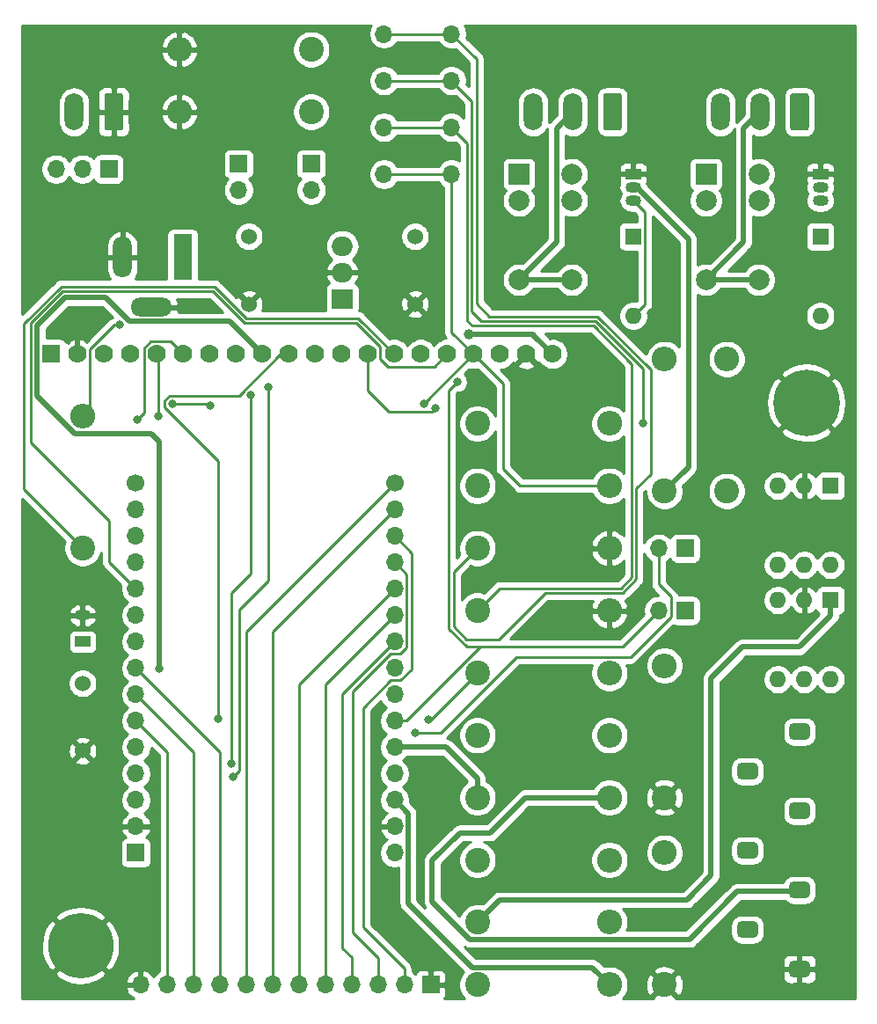
<source format=gbr>
%TF.GenerationSoftware,KiCad,Pcbnew,(5.1.9)-1*%
%TF.CreationDate,2021-04-12T11:09:12+02:00*%
%TF.ProjectId,FinalBoard,46696e61-6c42-46f6-9172-642e6b696361,v01*%
%TF.SameCoordinates,Original*%
%TF.FileFunction,Copper,L2,Bot*%
%TF.FilePolarity,Positive*%
%FSLAX46Y46*%
G04 Gerber Fmt 4.6, Leading zero omitted, Abs format (unit mm)*
G04 Created by KiCad (PCBNEW (5.1.9)-1) date 2021-04-12 11:09:12*
%MOMM*%
%LPD*%
G01*
G04 APERTURE LIST*
%TA.AperFunction,ComponentPad*%
%ADD10C,1.778000*%
%TD*%
%TA.AperFunction,ComponentPad*%
%ADD11R,1.778000X1.778000*%
%TD*%
%TA.AperFunction,ComponentPad*%
%ADD12C,0.800000*%
%TD*%
%TA.AperFunction,ComponentPad*%
%ADD13C,6.300000*%
%TD*%
%TA.AperFunction,ComponentPad*%
%ADD14O,1.700000X1.700000*%
%TD*%
%TA.AperFunction,ComponentPad*%
%ADD15R,1.700000X1.700000*%
%TD*%
%TA.AperFunction,ComponentPad*%
%ADD16O,2.400000X2.400000*%
%TD*%
%TA.AperFunction,ComponentPad*%
%ADD17C,2.400000*%
%TD*%
%TA.AperFunction,ComponentPad*%
%ADD18R,1.500000X1.050000*%
%TD*%
%TA.AperFunction,ComponentPad*%
%ADD19O,1.500000X1.050000*%
%TD*%
%TA.AperFunction,ComponentPad*%
%ADD20O,1.600000X1.600000*%
%TD*%
%TA.AperFunction,ComponentPad*%
%ADD21R,1.600000X1.600000*%
%TD*%
%TA.AperFunction,ComponentPad*%
%ADD22C,1.524000*%
%TD*%
%TA.AperFunction,ComponentPad*%
%ADD23C,2.000000*%
%TD*%
%TA.AperFunction,ComponentPad*%
%ADD24R,2.000000X2.000000*%
%TD*%
%TA.AperFunction,ComponentPad*%
%ADD25C,6.400000*%
%TD*%
%TA.AperFunction,ComponentPad*%
%ADD26O,1.800000X3.600000*%
%TD*%
%TA.AperFunction,ComponentPad*%
%ADD27C,1.700000*%
%TD*%
%TA.AperFunction,ComponentPad*%
%ADD28O,4.000000X1.800000*%
%TD*%
%TA.AperFunction,ComponentPad*%
%ADD29O,1.800000X4.000000*%
%TD*%
%TA.AperFunction,ComponentPad*%
%ADD30R,1.800000X4.400000*%
%TD*%
%TA.AperFunction,ComponentPad*%
%ADD31R,2.000000X1.905000*%
%TD*%
%TA.AperFunction,ComponentPad*%
%ADD32O,2.000000X1.905000*%
%TD*%
%TA.AperFunction,ViaPad*%
%ADD33C,0.800000*%
%TD*%
%TA.AperFunction,ViaPad*%
%ADD34C,1.000000*%
%TD*%
%TA.AperFunction,Conductor*%
%ADD35C,0.500000*%
%TD*%
%TA.AperFunction,Conductor*%
%ADD36C,0.250000*%
%TD*%
%TA.AperFunction,Conductor*%
%ADD37C,0.254000*%
%TD*%
%TA.AperFunction,Conductor*%
%ADD38C,0.100000*%
%TD*%
G04 APERTURE END LIST*
%TO.P,J3,1*%
%TO.N,GND*%
%TA.AperFunction,ComponentPad*%
G36*
G01*
X253100000Y-154800000D02*
X251900000Y-154800000D01*
G75*
G02*
X251500000Y-154400000I0J400000D01*
G01*
X251500000Y-153600000D01*
G75*
G02*
X251900000Y-153200000I400000J0D01*
G01*
X253100000Y-153200000D01*
G75*
G02*
X253500000Y-153600000I0J-400000D01*
G01*
X253500000Y-154400000D01*
G75*
G02*
X253100000Y-154800000I-400000J0D01*
G01*
G37*
%TD.AperFunction*%
%TO.P,J3,2*%
%TO.N,/IN1*%
%TA.AperFunction,ComponentPad*%
G36*
G01*
X248100000Y-150990000D02*
X246900000Y-150990000D01*
G75*
G02*
X246500000Y-150590000I0J400000D01*
G01*
X246500000Y-149790000D01*
G75*
G02*
X246900000Y-149390000I400000J0D01*
G01*
X248100000Y-149390000D01*
G75*
G02*
X248500000Y-149790000I0J-400000D01*
G01*
X248500000Y-150590000D01*
G75*
G02*
X248100000Y-150990000I-400000J0D01*
G01*
G37*
%TD.AperFunction*%
%TO.P,J3,3*%
%TO.N,/IN2*%
%TA.AperFunction,ComponentPad*%
G36*
G01*
X253100000Y-147180000D02*
X251900000Y-147180000D01*
G75*
G02*
X251500000Y-146780000I0J400000D01*
G01*
X251500000Y-145980000D01*
G75*
G02*
X251900000Y-145580000I400000J0D01*
G01*
X253100000Y-145580000D01*
G75*
G02*
X253500000Y-145980000I0J-400000D01*
G01*
X253500000Y-146780000D01*
G75*
G02*
X253100000Y-147180000I-400000J0D01*
G01*
G37*
%TD.AperFunction*%
%TO.P,J3,4*%
%TO.N,/OUT1_1*%
%TA.AperFunction,ComponentPad*%
G36*
G01*
X248100000Y-143370000D02*
X246900000Y-143370000D01*
G75*
G02*
X246500000Y-142970000I0J400000D01*
G01*
X246500000Y-142170000D01*
G75*
G02*
X246900000Y-141770000I400000J0D01*
G01*
X248100000Y-141770000D01*
G75*
G02*
X248500000Y-142170000I0J-400000D01*
G01*
X248500000Y-142970000D01*
G75*
G02*
X248100000Y-143370000I-400000J0D01*
G01*
G37*
%TD.AperFunction*%
%TO.P,J3,5*%
%TO.N,/OUT1_2*%
%TA.AperFunction,ComponentPad*%
G36*
G01*
X253100000Y-139560000D02*
X251900000Y-139560000D01*
G75*
G02*
X251500000Y-139160000I0J400000D01*
G01*
X251500000Y-138360000D01*
G75*
G02*
X251900000Y-137960000I400000J0D01*
G01*
X253100000Y-137960000D01*
G75*
G02*
X253500000Y-138360000I0J-400000D01*
G01*
X253500000Y-139160000D01*
G75*
G02*
X253100000Y-139560000I-400000J0D01*
G01*
G37*
%TD.AperFunction*%
%TO.P,J3,6*%
%TO.N,/OUT2_1*%
%TA.AperFunction,ComponentPad*%
G36*
G01*
X248100000Y-135750000D02*
X246900000Y-135750000D01*
G75*
G02*
X246500000Y-135350000I0J400000D01*
G01*
X246500000Y-134550000D01*
G75*
G02*
X246900000Y-134150000I400000J0D01*
G01*
X248100000Y-134150000D01*
G75*
G02*
X248500000Y-134550000I0J-400000D01*
G01*
X248500000Y-135350000D01*
G75*
G02*
X248100000Y-135750000I-400000J0D01*
G01*
G37*
%TD.AperFunction*%
%TO.P,J3,7*%
%TO.N,/OUT2_2*%
%TA.AperFunction,ComponentPad*%
G36*
G01*
X253100000Y-131940000D02*
X251900000Y-131940000D01*
G75*
G02*
X251500000Y-131540000I0J400000D01*
G01*
X251500000Y-130740000D01*
G75*
G02*
X251900000Y-130340000I400000J0D01*
G01*
X253100000Y-130340000D01*
G75*
G02*
X253500000Y-130740000I0J-400000D01*
G01*
X253500000Y-131540000D01*
G75*
G02*
X253100000Y-131940000I-400000J0D01*
G01*
G37*
%TD.AperFunction*%
%TD*%
D10*
%TO.P,ESP32_Gateway_revG,6*%
%TO.N,/INPUT2*%
X193166000Y-94814000D03*
%TO.P,ESP32_Gateway_revG,10*%
%TO.N,/OPTO2_ON*%
X203326000Y-94814000D03*
%TO.P,ESP32_Gateway_revG,11*%
%TO.N,/LED_OPTO*%
X205866000Y-94814000D03*
%TO.P,ESP32_Gateway_revG,12*%
%TO.N,Net-(CON2-Pad12)*%
X208406000Y-94814000D03*
%TO.P,ESP32_Gateway_revG,9*%
%TO.N,/OPTO1_ON*%
X200786000Y-94814000D03*
%TO.P,ESP32_Gateway_revG,7*%
%TO.N,/RELAY1_ON*%
X195706000Y-94814000D03*
%TO.P,ESP32_Gateway_revG,3*%
%TO.N,Net-(CON2-Pad3)*%
X185546000Y-94814000D03*
D11*
%TO.P,ESP32_Gateway_revG,1*%
%TO.N,+3V3*%
X180466000Y-94814000D03*
D10*
%TO.P,ESP32_Gateway_revG,8*%
%TO.N,/RELAY2_ON*%
X198246000Y-94814000D03*
%TO.P,ESP32_Gateway_revG,5*%
%TO.N,/INPUT1*%
X190626000Y-94814000D03*
%TO.P,ESP32_Gateway_revG,4*%
%TO.N,Net-(CON2-Pad4)*%
X188086000Y-94814000D03*
%TO.P,ESP32_Gateway_revG,13*%
%TO.N,/LED_RELAY*%
X210946000Y-94814000D03*
%TO.P,ESP32_Gateway_revG,14*%
%TO.N,/TEMP_ON*%
X213486000Y-94814000D03*
%TO.P,ESP32_Gateway_revG,2*%
%TO.N,GND*%
X183006000Y-94814000D03*
%TO.P,ESP32_Gateway_revG,17*%
%TO.N,/SW_ENTER*%
X221106000Y-94814000D03*
%TO.P,ESP32_Gateway_revG,18*%
%TO.N,/TEMP_VALUE*%
X223646000Y-94814000D03*
%TO.P,ESP32_Gateway_revG,20*%
%TO.N,+5V*%
X228726000Y-94814000D03*
%TO.P,ESP32_Gateway_revG,19*%
%TO.N,GND*%
X226186000Y-94814000D03*
%TO.P,ESP32_Gateway_revG,15*%
%TO.N,Net-(CON2-Pad15)*%
X216026000Y-94814000D03*
%TO.P,ESP32_Gateway_revG,16*%
%TO.N,/SW_SELECT*%
X218566000Y-94814000D03*
D12*
%TO.P,ESP32_Gateway_revG,19*%
%TO.N,GND*%
X183296000Y-149334000D03*
X180896000Y-151734000D03*
X181598944Y-150036944D03*
X181598944Y-153431056D03*
X184993056Y-150036944D03*
D13*
X183296000Y-151734000D03*
D12*
X184993056Y-153431056D03*
X183296000Y-154134000D03*
X185696000Y-151734000D03*
%TD*%
D14*
%TO.P,D4,2*%
%TO.N,+12V*%
X198500000Y-79040000D03*
D15*
%TO.P,D4,1*%
%TO.N,Net-(D4-Pad1)*%
X198500000Y-76500000D03*
%TD*%
D16*
%TO.P,R8,2*%
%TO.N,GND*%
X192800000Y-71500000D03*
D17*
%TO.P,R8,1*%
%TO.N,Net-(D4-Pad1)*%
X205500000Y-71500000D03*
%TD*%
D18*
%TO.P,Q2,1*%
%TO.N,GND*%
X254500000Y-77500000D03*
D19*
%TO.P,Q2,3*%
%TO.N,Net-(D3-Pad2)*%
X254500000Y-80040000D03*
%TO.P,Q2,2*%
%TO.N,Net-(Q2-Pad2)*%
X254500000Y-78770000D03*
%TD*%
%TO.P,Q1,2*%
%TO.N,Net-(Q1-Pad2)*%
X236500000Y-78770000D03*
%TO.P,Q1,3*%
%TO.N,Net-(D2-Pad2)*%
X236500000Y-80040000D03*
D18*
%TO.P,Q1,1*%
%TO.N,GND*%
X236500000Y-77500000D03*
%TD*%
D20*
%TO.P,U3,6*%
%TO.N,Net-(U3-Pad6)*%
X255500000Y-115120000D03*
%TO.P,U3,3*%
%TO.N,Net-(U3-Pad3)*%
X250420000Y-107500000D03*
%TO.P,U3,5*%
%TO.N,/OUT2_1*%
X252960000Y-115120000D03*
%TO.P,U3,2*%
%TO.N,GND*%
X252960000Y-107500000D03*
%TO.P,U3,4*%
%TO.N,/OUT2_2*%
X250420000Y-115120000D03*
D21*
%TO.P,U3,1*%
%TO.N,Net-(R11-Pad1)*%
X255500000Y-107500000D03*
%TD*%
D22*
%TO.P,C2,1*%
%TO.N,+5V*%
X215500000Y-83500000D03*
%TO.P,C2,2*%
%TO.N,GND*%
X215500000Y-90000000D03*
%TD*%
D20*
%TO.P,D2,2*%
%TO.N,Net-(D2-Pad2)*%
X236500000Y-91120000D03*
D21*
%TO.P,D2,1*%
%TO.N,+5V*%
X236500000Y-83500000D03*
%TD*%
D23*
%TO.P,K2,10*%
%TO.N,/NO_2*%
X248580000Y-77500000D03*
%TO.P,K2,9*%
%TO.N,Net-(D3-Pad2)*%
X248580000Y-80040000D03*
D24*
%TO.P,K2,1*%
%TO.N,/NC_2*%
X243500000Y-77500000D03*
D23*
%TO.P,K2,2*%
%TO.N,+5V*%
X243500000Y-80040000D03*
%TO.P,K2,6*%
%TO.N,/COM_2*%
X248580000Y-87660000D03*
%TO.P,K2,5*%
X243500000Y-87660000D03*
%TD*%
D16*
%TO.P,R1,2*%
%TO.N,/SW_SELECT*%
X234200000Y-101500000D03*
D17*
%TO.P,R1,1*%
%TO.N,+3V3*%
X221500000Y-101500000D03*
%TD*%
D16*
%TO.P,R2,2*%
%TO.N,/SW_ENTER*%
X234200000Y-107500000D03*
D17*
%TO.P,R2,1*%
%TO.N,+3V3*%
X221500000Y-107500000D03*
%TD*%
%TO.P,R4,1*%
%TO.N,Net-(Q1-Pad2)*%
X239500000Y-108000000D03*
D16*
%TO.P,R4,2*%
%TO.N,/RELAY1_ON*%
X239500000Y-95300000D03*
%TD*%
D23*
%TO.P,K1,5*%
%TO.N,/COM_1*%
X225500000Y-87660000D03*
%TO.P,K1,6*%
X230580000Y-87660000D03*
%TO.P,K1,2*%
%TO.N,+5V*%
X225500000Y-80040000D03*
D24*
%TO.P,K1,1*%
%TO.N,/NC_1*%
X225500000Y-77500000D03*
D23*
%TO.P,K1,9*%
%TO.N,Net-(D2-Pad2)*%
X230580000Y-80040000D03*
%TO.P,K1,10*%
%TO.N,/NO_1*%
X230580000Y-77500000D03*
%TD*%
D17*
%TO.P,R5,1*%
%TO.N,Net-(Q2-Pad2)*%
X245500000Y-108000000D03*
D16*
%TO.P,R5,2*%
%TO.N,/RELAY2_ON*%
X245500000Y-95300000D03*
%TD*%
D12*
%TO.P,GND,1*%
%TO.N,GND*%
X254847056Y-97802944D03*
X253150000Y-97100000D03*
X251452944Y-97802944D03*
X250750000Y-99500000D03*
X251452944Y-101197056D03*
X253150000Y-101900000D03*
X254847056Y-101197056D03*
X255550000Y-99500000D03*
D25*
X253150000Y-99500000D03*
%TD*%
%TO.P,J4,1*%
%TO.N,GND*%
%TA.AperFunction,ComponentPad*%
G36*
G01*
X187400000Y-69950000D02*
X187400000Y-73050000D01*
G75*
G02*
X187150000Y-73300000I-250000J0D01*
G01*
X185850000Y-73300000D01*
G75*
G02*
X185600000Y-73050000I0J250000D01*
G01*
X185600000Y-69950000D01*
G75*
G02*
X185850000Y-69700000I250000J0D01*
G01*
X187150000Y-69700000D01*
G75*
G02*
X187400000Y-69950000I0J-250000D01*
G01*
G37*
%TD.AperFunction*%
D26*
%TO.P,J4,2*%
%TO.N,/12V_0.5A_OUT*%
X182690000Y-71500000D03*
%TD*%
D14*
%TO.P,J2,12*%
%TO.N,GND*%
X189060000Y-155500000D03*
%TO.P,J2,11*%
%TO.N,/DEVKITV1_D27*%
X191600000Y-155500000D03*
%TO.P,J2,10*%
%TO.N,/DEVKITV1_D26*%
X194140000Y-155500000D03*
%TO.P,J2,9*%
%TO.N,/DEVKITV1_D25*%
X196680000Y-155500000D03*
%TO.P,J2,8*%
%TO.N,/DEVKITV1_D23*%
X199220000Y-155500000D03*
%TO.P,J2,7*%
%TO.N,/DEVKITV1_D22*%
X201760000Y-155500000D03*
%TO.P,J2,6*%
%TO.N,/DEVKITV1_D21*%
X204300000Y-155500000D03*
%TO.P,J2,5*%
%TO.N,/DEVKITV1_D19*%
X206840000Y-155500000D03*
%TO.P,J2,4*%
%TO.N,/DEVKITV1_D18*%
X209380000Y-155500000D03*
%TO.P,J2,3*%
%TO.N,/DEVKITV1_RX0*%
X211920000Y-155500000D03*
%TO.P,J2,2*%
%TO.N,/DEVKITV1_TX0*%
X214460000Y-155500000D03*
D15*
%TO.P,J2,1*%
%TO.N,GND*%
X217000000Y-155500000D03*
%TD*%
%TO.P,ESP32_devkitV1,1*%
%TO.N,+5V*%
X188628000Y-142814000D03*
D14*
%TO.P,ESP32_devkitV1,11*%
%TO.N,/SW_SELECT*%
X188628000Y-117414000D03*
%TO.P,ESP32_devkitV1,6*%
%TO.N,/DEVKITV1_D27*%
X188628000Y-130114000D03*
%TO.P,ESP32_devkitV1,12*%
%TO.N,Net-(CON1-Pad12)*%
X188628000Y-114874000D03*
D27*
%TO.P,ESP32_devkitV1,15*%
%TO.N,Net-(CON1-Pad15)*%
X188628000Y-107254000D03*
D14*
%TO.P,ESP32_devkitV1,14*%
%TO.N,/SW_ENTER*%
X188628000Y-109794000D03*
%TO.P,ESP32_devkitV1,7*%
%TO.N,/DEVKITV1_D26*%
X188628000Y-127574000D03*
%TO.P,ESP32_devkitV1,2*%
%TO.N,GND*%
X188628000Y-140274000D03*
%TO.P,ESP32_devkitV1,5*%
%TO.N,/OPTO1_ON*%
X188628000Y-132654000D03*
%TO.P,ESP32_devkitV1,13*%
%TO.N,/TEMP_VALUE*%
X188628000Y-112334000D03*
%TO.P,ESP32_devkitV1,3*%
%TO.N,/RELAY2_ON*%
X188628000Y-137734000D03*
%TO.P,ESP32_devkitV1,4*%
%TO.N,/RELAY1_ON*%
X188628000Y-135194000D03*
%TO.P,ESP32_devkitV1,8*%
%TO.N,/DEVKITV1_D25*%
X188628000Y-125034000D03*
%TO.P,ESP32_devkitV1,9*%
%TO.N,/TEMP_ON*%
X188628000Y-122494000D03*
%TO.P,ESP32_devkitV1,10*%
%TO.N,/LED_RELAY*%
X188628000Y-119954000D03*
%TO.P,ESP32_devkitV1,30*%
%TO.N,+3V3*%
X213528000Y-142814000D03*
%TO.P,ESP32_devkitV1,20*%
%TO.N,/DEVKITV1_D21*%
X213528000Y-117414000D03*
%TO.P,ESP32_devkitV1,25*%
%TO.N,/LED_OPTO*%
X213528000Y-130114000D03*
%TO.P,ESP32_devkitV1,19*%
%TO.N,/DEVKITV1_RX0*%
X213528000Y-114874000D03*
D27*
%TO.P,ESP32_devkitV1,16*%
%TO.N,/DEVKITV1_D23*%
X213528000Y-107254000D03*
D14*
%TO.P,ESP32_devkitV1,17*%
%TO.N,/DEVKITV1_D22*%
X213528000Y-109794000D03*
%TO.P,ESP32_devkitV1,24*%
%TO.N,Net-(CON1-Pad24)*%
X213528000Y-127574000D03*
%TO.P,ESP32_devkitV1,29*%
%TO.N,GND*%
X213528000Y-140274000D03*
%TO.P,ESP32_devkitV1,26*%
%TO.N,/INPUT2*%
X213528000Y-132654000D03*
%TO.P,ESP32_devkitV1,18*%
%TO.N,/DEVKITV1_TX0*%
X213528000Y-112334000D03*
%TO.P,ESP32_devkitV1,28*%
%TO.N,/OPTO2_ON*%
X213528000Y-137734000D03*
%TO.P,ESP32_devkitV1,27*%
%TO.N,/INPUT1*%
X213528000Y-135194000D03*
%TO.P,ESP32_devkitV1,23*%
%TO.N,Net-(CON1-Pad23)*%
X213528000Y-125034000D03*
%TO.P,ESP32_devkitV1,22*%
%TO.N,/DEVKITV1_D18*%
X213528000Y-122494000D03*
%TO.P,ESP32_devkitV1,21*%
%TO.N,/DEVKITV1_D19*%
X213528000Y-119954000D03*
%TD*%
D22*
%TO.P,C1,1*%
%TO.N,+12V*%
X199500000Y-83500000D03*
%TO.P,C1,2*%
%TO.N,GND*%
X199500000Y-90000000D03*
%TD*%
%TO.P,C3,2*%
%TO.N,GND*%
X183500000Y-133000000D03*
%TO.P,C3,1*%
%TO.N,/TEMP_VALUE*%
X183500000Y-126500000D03*
%TD*%
D15*
%TO.P,D1,1*%
%TO.N,Net-(D1-Pad1)*%
X205500000Y-76500000D03*
D14*
%TO.P,D1,2*%
%TO.N,+5V*%
X205500000Y-79040000D03*
%TD*%
D21*
%TO.P,D3,1*%
%TO.N,+5V*%
X254500000Y-83500000D03*
D20*
%TO.P,D3,2*%
%TO.N,Net-(D3-Pad2)*%
X254500000Y-91120000D03*
%TD*%
D15*
%TO.P,D5,1*%
%TO.N,Net-(D5-Pad1)*%
X241500000Y-119500000D03*
D14*
%TO.P,D5,2*%
%TO.N,/LED_OPTO*%
X238960000Y-119500000D03*
%TD*%
%TO.P,D6,2*%
%TO.N,/LED_RELAY*%
X238960000Y-113500000D03*
D15*
%TO.P,D6,1*%
%TO.N,Net-(D6-Pad1)*%
X241500000Y-113500000D03*
%TD*%
D28*
%TO.P,J1,3*%
%TO.N,GND*%
X190130000Y-90300000D03*
D29*
%TO.P,J1,2*%
X187330000Y-85500000D03*
D30*
%TO.P,J1,1*%
%TO.N,+12V*%
X193130000Y-85500000D03*
%TD*%
%TO.P,J5,1*%
%TO.N,/NO_1*%
%TA.AperFunction,ComponentPad*%
G36*
G01*
X235400000Y-69950000D02*
X235400000Y-73050000D01*
G75*
G02*
X235150000Y-73300000I-250000J0D01*
G01*
X233850000Y-73300000D01*
G75*
G02*
X233600000Y-73050000I0J250000D01*
G01*
X233600000Y-69950000D01*
G75*
G02*
X233850000Y-69700000I250000J0D01*
G01*
X235150000Y-69700000D01*
G75*
G02*
X235400000Y-69950000I0J-250000D01*
G01*
G37*
%TD.AperFunction*%
D26*
%TO.P,J5,2*%
%TO.N,/COM_1*%
X230690000Y-71500000D03*
%TO.P,J5,3*%
%TO.N,/NC_1*%
X226880000Y-71500000D03*
%TD*%
%TO.P,J6,3*%
%TO.N,/NC_2*%
X244880000Y-71500000D03*
%TO.P,J6,2*%
%TO.N,/COM_2*%
X248690000Y-71500000D03*
%TO.P,J6,1*%
%TO.N,/NO_2*%
%TA.AperFunction,ComponentPad*%
G36*
G01*
X253400000Y-69950000D02*
X253400000Y-73050000D01*
G75*
G02*
X253150000Y-73300000I-250000J0D01*
G01*
X251850000Y-73300000D01*
G75*
G02*
X251600000Y-73050000I0J250000D01*
G01*
X251600000Y-69950000D01*
G75*
G02*
X251850000Y-69700000I250000J0D01*
G01*
X253150000Y-69700000D01*
G75*
G02*
X253400000Y-69950000I0J-250000D01*
G01*
G37*
%TD.AperFunction*%
%TD*%
D15*
%TO.P,JP1,1*%
%TO.N,+12V*%
X186018000Y-77000000D03*
D14*
%TO.P,JP1,2*%
%TO.N,/12V_0.5A_OUT*%
X183478000Y-77000000D03*
%TO.P,JP1,3*%
%TO.N,Net-(JP1-Pad3)*%
X180938000Y-77000000D03*
%TD*%
D17*
%TO.P,R3,1*%
%TO.N,Net-(D1-Pad1)*%
X205500000Y-65500000D03*
D16*
%TO.P,R3,2*%
%TO.N,GND*%
X192800000Y-65500000D03*
%TD*%
%TO.P,R6,2*%
%TO.N,GND*%
X234200000Y-113500000D03*
D17*
%TO.P,R6,1*%
%TO.N,Net-(R6-Pad1)*%
X221500000Y-113500000D03*
%TD*%
%TO.P,R7,1*%
%TO.N,Net-(R7-Pad1)*%
X221500000Y-119500000D03*
D16*
%TO.P,R7,2*%
%TO.N,GND*%
X234200000Y-119500000D03*
%TD*%
D17*
%TO.P,R9,1*%
%TO.N,Net-(R9-Pad1)*%
X221500000Y-149500000D03*
D16*
%TO.P,R9,2*%
%TO.N,/OPTO1_ON*%
X234200000Y-149500000D03*
%TD*%
%TO.P,R10,2*%
%TO.N,Net-(D5-Pad1)*%
X239500000Y-142800000D03*
D17*
%TO.P,R10,1*%
%TO.N,GND*%
X239500000Y-155500000D03*
%TD*%
D16*
%TO.P,R11,2*%
%TO.N,/OPTO2_ON*%
X234200000Y-155500000D03*
D17*
%TO.P,R11,1*%
%TO.N,Net-(R11-Pad1)*%
X221500000Y-155500000D03*
%TD*%
%TO.P,R12,1*%
%TO.N,GND*%
X239500000Y-137500000D03*
D16*
%TO.P,R12,2*%
%TO.N,Net-(D6-Pad1)*%
X239500000Y-124800000D03*
%TD*%
%TO.P,R13,2*%
%TO.N,/TEMP_VALUE*%
X183500000Y-100800000D03*
D17*
%TO.P,R13,1*%
%TO.N,/TEMP_ON*%
X183500000Y-113500000D03*
%TD*%
%TO.P,R14,1*%
%TO.N,/INPUT1*%
X221500000Y-125500000D03*
D16*
%TO.P,R14,2*%
%TO.N,/IN1*%
X234200000Y-125500000D03*
%TD*%
D17*
%TO.P,R15,1*%
%TO.N,+3V3*%
X221500000Y-131500000D03*
D16*
%TO.P,R15,2*%
%TO.N,/INPUT1*%
X234200000Y-131500000D03*
%TD*%
D19*
%TO.P,R16,2*%
%TO.N,GND*%
X183500000Y-119960000D03*
D18*
%TO.P,R16,1*%
%TO.N,/TEMP_VALUE*%
X183500000Y-122500000D03*
%TD*%
D17*
%TO.P,R17,1*%
%TO.N,/INPUT2*%
X221500000Y-137500000D03*
D16*
%TO.P,R17,2*%
%TO.N,/IN2*%
X234200000Y-137500000D03*
%TD*%
%TO.P,R18,2*%
%TO.N,/INPUT2*%
X234200000Y-143500000D03*
D17*
%TO.P,R18,1*%
%TO.N,+3V3*%
X221500000Y-143500000D03*
%TD*%
D31*
%TO.P,U1,1*%
%TO.N,+12V*%
X208500000Y-89500000D03*
D32*
%TO.P,U1,2*%
%TO.N,GND*%
X208500000Y-86960000D03*
%TO.P,U1,3*%
%TO.N,+5V*%
X208500000Y-84420000D03*
%TD*%
D21*
%TO.P,U2,1*%
%TO.N,Net-(R9-Pad1)*%
X255500000Y-118500000D03*
D20*
%TO.P,U2,4*%
%TO.N,/OUT1_2*%
X250420000Y-126120000D03*
%TO.P,U2,2*%
%TO.N,GND*%
X252960000Y-118500000D03*
%TO.P,U2,5*%
%TO.N,/OUT1_1*%
X252960000Y-126120000D03*
%TO.P,U2,3*%
%TO.N,Net-(U2-Pad3)*%
X250420000Y-118500000D03*
%TO.P,U2,6*%
%TO.N,Net-(U2-Pad6)*%
X255500000Y-126120000D03*
%TD*%
D14*
%TO.P,SW1,1*%
%TO.N,Net-(R6-Pad1)*%
X212500000Y-64000000D03*
X219000000Y-64000000D03*
%TO.P,SW1,2*%
%TO.N,/SW_SELECT*%
X212500000Y-68500000D03*
X219000000Y-68500000D03*
%TD*%
%TO.P,SW2,2*%
%TO.N,/SW_ENTER*%
X219000000Y-77500000D03*
X212500000Y-77500000D03*
%TO.P,SW2,1*%
%TO.N,Net-(R7-Pad1)*%
X219000000Y-73000000D03*
X212500000Y-73000000D03*
%TD*%
D33*
%TO.N,GND*%
X183000000Y-91000000D03*
D34*
%TO.N,+5V*%
X220650000Y-92950000D03*
D33*
%TO.N,/TEMP_VALUE*%
X187100000Y-92000000D03*
%TO.N,/OPTO1_ON*%
X190900000Y-125050000D03*
%TO.N,/LED_RELAY*%
X215500000Y-131300000D03*
X217500000Y-100000000D03*
%TO.N,/RELAY1_ON*%
X199657014Y-98765014D03*
X197800000Y-134200000D03*
%TO.N,/SW_ENTER*%
X192150000Y-99600000D03*
X195750000Y-99750000D03*
X216320000Y-99600000D03*
%TO.N,/SW_SELECT*%
X237450000Y-101500000D03*
%TO.N,/RELAY2_ON*%
X201382010Y-97950010D03*
X198000000Y-135500000D03*
%TO.N,/INPUT2*%
X188750000Y-101150000D03*
%TO.N,/OPTO2_ON*%
X196550000Y-129950000D03*
%TO.N,/LED_OPTO*%
X219550000Y-97500000D03*
%TO.N,/INPUT1*%
X216800000Y-130000000D03*
X190800000Y-100800000D03*
%TD*%
D35*
%TO.N,GND*%
X183006000Y-91006000D02*
X183000000Y-91000000D01*
X183006000Y-94814000D02*
X183006000Y-91006000D01*
%TO.N,+5V*%
X228726000Y-94814000D02*
X226962000Y-93050000D01*
X226862000Y-92950000D02*
X220650000Y-92950000D01*
X226962000Y-93050000D02*
X226862000Y-92950000D01*
D36*
%TO.N,/TEMP_VALUE*%
X186563278Y-92000000D02*
X187100000Y-92000000D01*
X184220001Y-100079999D02*
X184220001Y-94343277D01*
X184220001Y-94343277D02*
X186563278Y-92000000D01*
X183500000Y-100800000D02*
X184220001Y-100079999D01*
D35*
%TO.N,/OPTO1_ON*%
X188008012Y-91650010D02*
X185733012Y-89375010D01*
X197622010Y-91650010D02*
X188008012Y-91650010D01*
X200786000Y-94814000D02*
X197622010Y-91650010D01*
X185733012Y-89375010D02*
X181824586Y-89375010D01*
X190900000Y-103250001D02*
X190900000Y-125050000D01*
X190100000Y-102450001D02*
X190900000Y-103250001D01*
X182707999Y-102450001D02*
X190100000Y-102450001D01*
X179126999Y-98869001D02*
X182707999Y-102450001D01*
X179126999Y-92072597D02*
X179126999Y-98869001D01*
X181824586Y-89375010D02*
X179126999Y-92072597D01*
D36*
%TO.N,/LED_RELAY*%
X238960000Y-113500000D02*
X238960000Y-116997002D01*
X240135001Y-120064001D02*
X236224003Y-123974999D01*
X236224003Y-123974999D02*
X225282003Y-123974999D01*
X238960000Y-116997002D02*
X240135001Y-118172003D01*
X240135001Y-118172003D02*
X240135001Y-120064001D01*
X225282003Y-123974999D02*
X217968001Y-131289001D01*
X215510999Y-131289001D02*
X215500000Y-131300000D01*
X217968001Y-131289001D02*
X215510999Y-131289001D01*
X217100001Y-100399999D02*
X212999999Y-100399999D01*
X217500000Y-100000000D02*
X217100001Y-100399999D01*
X210946000Y-98346000D02*
X210946000Y-94814000D01*
X212999999Y-100399999D02*
X210946000Y-98346000D01*
%TO.N,/RELAY1_ON*%
X199657014Y-98765014D02*
X199657014Y-115942986D01*
X197800000Y-117800000D02*
X197800000Y-134200000D01*
X199657014Y-115942986D02*
X197800000Y-117800000D01*
%TO.N,/TEMP_ON*%
X199241238Y-91350000D02*
X196191238Y-88300000D01*
X213486000Y-94814000D02*
X210022000Y-91350000D01*
X210022000Y-91350000D02*
X199241238Y-91350000D01*
X196191238Y-88300000D02*
X181450000Y-88300000D01*
X177815000Y-94235000D02*
X177805000Y-94245000D01*
X177815000Y-91935000D02*
X177815000Y-94235000D01*
X177805000Y-94245000D02*
X177805000Y-107805000D01*
X177805000Y-107805000D02*
X183500000Y-113500000D01*
X181450000Y-88300000D02*
X177815000Y-91935000D01*
%TO.N,/SW_ENTER*%
X234200000Y-107500000D02*
X225600000Y-107500000D01*
X225600000Y-107500000D02*
X223950000Y-105850000D01*
X223950000Y-97658000D02*
X221106000Y-94814000D01*
X212500000Y-77500000D02*
X219000000Y-77500000D01*
X219000000Y-92708000D02*
X221106000Y-94814000D01*
X219000000Y-77500000D02*
X219000000Y-92708000D01*
X223950000Y-105850000D02*
X223950000Y-103250000D01*
X223950000Y-103250000D02*
X223950000Y-97658000D01*
X223950000Y-103250000D02*
X223950000Y-103750000D01*
X221106000Y-94814000D02*
X216320000Y-99600000D01*
X195600000Y-99600000D02*
X195750000Y-99750000D01*
X192150000Y-99600000D02*
X195600000Y-99600000D01*
%TO.N,/SW_SELECT*%
X212500000Y-68500000D02*
X219000000Y-68500000D01*
X186050000Y-110850000D02*
X186050000Y-114836000D01*
X178543205Y-91843205D02*
X178543205Y-103343205D01*
X196054828Y-88800000D02*
X181586410Y-88800000D01*
X178543205Y-103343205D02*
X186050000Y-110850000D01*
X199054837Y-91800009D02*
X196054828Y-88800000D01*
X209835600Y-91800010D02*
X199054837Y-91800009D01*
X186050000Y-114836000D02*
X188628000Y-117414000D01*
X212160001Y-94124411D02*
X209835600Y-91800010D01*
X212160001Y-95284723D02*
X212160001Y-94124411D01*
X181586410Y-88800000D02*
X178543205Y-91843205D01*
X212903279Y-96028001D02*
X212160001Y-95284723D01*
X217351999Y-96028001D02*
X212903279Y-96028001D01*
X218566000Y-94814000D02*
X217351999Y-96028001D01*
X232886401Y-91649991D02*
X237450000Y-96213590D01*
X237450000Y-96213590D02*
X237450000Y-101500000D01*
X221850010Y-91649990D02*
X232886401Y-91649991D01*
X220950010Y-90749990D02*
X221850010Y-91649990D01*
X220950010Y-70450010D02*
X220950010Y-90749990D01*
X219000000Y-68500000D02*
X220950010Y-70450010D01*
%TO.N,/RELAY2_ON*%
X198600000Y-119400000D02*
X201382010Y-116617990D01*
X198600000Y-134900000D02*
X198600000Y-119400000D01*
X201382010Y-116617990D02*
X201382010Y-97950010D01*
X198000000Y-135500000D02*
X198600000Y-134900000D01*
%TO.N,/DEVKITV1_D25*%
X196680000Y-133086000D02*
X188628000Y-125034000D01*
X196680000Y-155500000D02*
X196680000Y-133086000D01*
%TO.N,/DEVKITV1_D26*%
X194140000Y-133086000D02*
X188628000Y-127574000D01*
X194140000Y-155500000D02*
X194140000Y-133086000D01*
%TO.N,/DEVKITV1_D27*%
X191600000Y-133086000D02*
X188628000Y-130114000D01*
X191600000Y-155500000D02*
X191600000Y-133086000D01*
D35*
%TO.N,/INPUT2*%
X221500000Y-137500000D02*
X221500000Y-135650000D01*
X218504000Y-132654000D02*
X213528000Y-132654000D01*
X221500000Y-135650000D02*
X218504000Y-132654000D01*
D36*
X191951999Y-93599999D02*
X193166000Y-94814000D01*
X190043279Y-93599999D02*
X191951999Y-93599999D01*
X189411999Y-94231279D02*
X190043279Y-93599999D01*
X189411999Y-100488001D02*
X189411999Y-94231279D01*
X188750000Y-101150000D02*
X189411999Y-100488001D01*
D35*
%TO.N,/OPTO2_ON*%
X232549999Y-153849999D02*
X220999999Y-153849999D01*
X234200000Y-155500000D02*
X232549999Y-153849999D01*
X214828001Y-139034001D02*
X213528000Y-137734000D01*
X214828001Y-147678001D02*
X214828001Y-139034001D01*
X220999999Y-153849999D02*
X214828001Y-147678001D01*
D36*
X198596722Y-98800000D02*
X202582722Y-94814000D01*
X202582722Y-94814000D02*
X203326000Y-94814000D01*
X191876998Y-98800000D02*
X198596722Y-98800000D01*
X191400000Y-99276998D02*
X191876998Y-98800000D01*
X191400000Y-99923002D02*
X191400000Y-99276998D01*
X196550000Y-105073002D02*
X191400000Y-99923002D01*
X196550000Y-129950000D02*
X196550000Y-105073002D01*
%TO.N,/LED_OPTO*%
X238960000Y-119500000D02*
X235460000Y-123000000D01*
X214628998Y-130114000D02*
X213528000Y-130114000D01*
X221742998Y-123000000D02*
X214628998Y-130114000D01*
X235460000Y-123000000D02*
X221742998Y-123000000D01*
X218749990Y-98300010D02*
X219550000Y-97500000D01*
X218749990Y-121236400D02*
X218749990Y-98300010D01*
X220513590Y-123000000D02*
X218749990Y-121236400D01*
X221742998Y-123000000D02*
X220513590Y-123000000D01*
%TO.N,/INPUT1*%
X217000000Y-130000000D02*
X216800000Y-130000000D01*
X221500000Y-125500000D02*
X217000000Y-130000000D01*
X190800000Y-94988000D02*
X190626000Y-94814000D01*
X190800000Y-100800000D02*
X190800000Y-94988000D01*
%TO.N,Net-(D2-Pad2)*%
X236500000Y-80040000D02*
X236540000Y-80040000D01*
X237625001Y-89994999D02*
X236500000Y-91120000D01*
X237625001Y-81125001D02*
X237625001Y-89994999D01*
X236540000Y-80040000D02*
X237625001Y-81125001D01*
%TO.N,/DEVKITV1_TX0*%
X215153011Y-113959011D02*
X213528000Y-112334000D01*
X215153011Y-125147991D02*
X215153011Y-113959011D01*
X214092001Y-126209001D02*
X215153011Y-125147991D01*
X210500000Y-150000000D02*
X210500000Y-128862998D01*
X210500000Y-128862998D02*
X213153997Y-126209001D01*
X214460000Y-153960000D02*
X210500000Y-150000000D01*
X213153997Y-126209001D02*
X214092001Y-126209001D01*
X214460000Y-155500000D02*
X214460000Y-154040000D01*
X214460000Y-154040000D02*
X214460000Y-153960000D01*
%TO.N,/DEVKITV1_RX0*%
X214703001Y-123058001D02*
X214703001Y-116049001D01*
X214092001Y-123669001D02*
X214703001Y-123058001D01*
X209500000Y-127322998D02*
X213153997Y-123669001D01*
X213153997Y-123669001D02*
X214092001Y-123669001D01*
X209500000Y-150500000D02*
X209500000Y-127322998D01*
X211920000Y-152920000D02*
X209500000Y-150500000D01*
X214703001Y-116049001D02*
X213528000Y-114874000D01*
X211920000Y-155500000D02*
X211920000Y-152920000D01*
%TO.N,/DEVKITV1_D18*%
X209380000Y-126642000D02*
X213528000Y-122494000D01*
X209380000Y-155500000D02*
X209380000Y-152880000D01*
X208500000Y-127522000D02*
X209380000Y-126642000D01*
X209380000Y-152880000D02*
X208500000Y-152000000D01*
X208500000Y-152000000D02*
X208500000Y-127522000D01*
%TO.N,/DEVKITV1_D19*%
X206840000Y-126642000D02*
X213528000Y-119954000D01*
X206840000Y-155500000D02*
X206840000Y-126642000D01*
%TO.N,/DEVKITV1_D21*%
X204300000Y-126642000D02*
X213528000Y-117414000D01*
X204300000Y-155500000D02*
X204300000Y-126642000D01*
%TO.N,/DEVKITV1_D22*%
X201760000Y-121562000D02*
X213528000Y-109794000D01*
X201760000Y-155500000D02*
X201760000Y-121562000D01*
%TO.N,/DEVKITV1_D23*%
X199220000Y-121562000D02*
X213528000Y-107254000D01*
X199220000Y-155500000D02*
X199220000Y-121562000D01*
D35*
%TO.N,/IN2*%
X234200000Y-137500000D02*
X226100000Y-137500000D01*
X226100000Y-137500000D02*
X222700000Y-140900000D01*
X222700000Y-140900000D02*
X219800000Y-140900000D01*
X219800000Y-140900000D02*
X217150000Y-143550000D01*
X217150000Y-143550000D02*
X217150000Y-147500000D01*
X220800001Y-151150001D02*
X241899999Y-151150001D01*
X217150000Y-147500000D02*
X220800001Y-151150001D01*
X252355000Y-146525000D02*
X252500000Y-146380000D01*
X246525000Y-146525000D02*
X252355000Y-146525000D01*
X241899999Y-151150001D02*
X246525000Y-146525000D01*
%TO.N,/COM_1*%
X229129999Y-73060001D02*
X230690000Y-71500000D01*
X229129999Y-84030001D02*
X229129999Y-73060001D01*
X225500000Y-87660000D02*
X229129999Y-84030001D01*
X225500000Y-87660000D02*
X230580000Y-87660000D01*
%TO.N,/COM_2*%
X247129999Y-73060001D02*
X248690000Y-71500000D01*
X247129999Y-84030001D02*
X247129999Y-73060001D01*
X243500000Y-87660000D02*
X247129999Y-84030001D01*
X243500000Y-87660000D02*
X248580000Y-87660000D01*
%TO.N,Net-(Q1-Pad2)*%
X236833872Y-78770000D02*
X241800000Y-83736128D01*
X236500000Y-78770000D02*
X236833872Y-78770000D01*
X241800000Y-105700000D02*
X239500000Y-108000000D01*
X241800000Y-83736128D02*
X241800000Y-105700000D01*
D36*
%TO.N,Net-(R6-Pad1)*%
X212500000Y-64000000D02*
X219000000Y-64000000D01*
X219000000Y-64000000D02*
X221400020Y-66400020D01*
X221400020Y-66400020D02*
X221400020Y-89950020D01*
X221400020Y-89950020D02*
X222649981Y-91199981D01*
X238175001Y-96302181D02*
X238175001Y-106374999D01*
X233072802Y-91199982D02*
X238175001Y-96302181D01*
X222649981Y-91199981D02*
X233072802Y-91199982D01*
X236800009Y-116486401D02*
X235486400Y-117800010D01*
X236800010Y-107749990D02*
X236800009Y-116486401D01*
X238175001Y-106374999D02*
X236800010Y-107749990D01*
X235486400Y-117800010D02*
X227999990Y-117800010D01*
X227999990Y-117800010D02*
X223550000Y-122250000D01*
X223550000Y-122250000D02*
X220400000Y-122250000D01*
X220400000Y-122250000D02*
X219200000Y-121050000D01*
X219200000Y-115800000D02*
X221500000Y-113500000D01*
X219200000Y-121050000D02*
X219200000Y-115800000D01*
%TO.N,Net-(R7-Pad1)*%
X212500000Y-73000000D02*
X219000000Y-73000000D01*
X219000000Y-73000000D02*
X220500000Y-74500000D01*
X220500000Y-74500000D02*
X220500000Y-91600000D01*
X220500000Y-91600000D02*
X221000000Y-92100000D01*
X221000000Y-92100000D02*
X232700000Y-92100000D01*
X232700000Y-92100000D02*
X236350000Y-95750000D01*
X236350000Y-95750000D02*
X236350000Y-116300000D01*
X236350000Y-116300000D02*
X235300000Y-117350000D01*
X223650000Y-117350000D02*
X221500000Y-119500000D01*
X235300000Y-117350000D02*
X223650000Y-117350000D01*
D35*
%TO.N,Net-(R9-Pad1)*%
X252500000Y-123000000D02*
X255500000Y-120000000D01*
X255500000Y-120000000D02*
X255500000Y-118500000D01*
X247000000Y-123000000D02*
X252500000Y-123000000D01*
X244000000Y-126000000D02*
X247000000Y-123000000D01*
X244000000Y-145000000D02*
X244000000Y-126000000D01*
X223650000Y-147350000D02*
X241650000Y-147350000D01*
X241650000Y-147350000D02*
X244000000Y-145000000D01*
X221500000Y-149500000D02*
X223650000Y-147350000D01*
%TD*%
D37*
%TO.N,GND*%
X212212010Y-128277411D02*
X212374525Y-128520632D01*
X212581368Y-128727475D01*
X212755760Y-128844000D01*
X212581368Y-128960525D01*
X212374525Y-129167368D01*
X212212010Y-129410589D01*
X212100068Y-129680842D01*
X212043000Y-129967740D01*
X212043000Y-130260260D01*
X212100068Y-130547158D01*
X212212010Y-130817411D01*
X212374525Y-131060632D01*
X212581368Y-131267475D01*
X212755760Y-131384000D01*
X212581368Y-131500525D01*
X212374525Y-131707368D01*
X212212010Y-131950589D01*
X212100068Y-132220842D01*
X212043000Y-132507740D01*
X212043000Y-132800260D01*
X212100068Y-133087158D01*
X212212010Y-133357411D01*
X212374525Y-133600632D01*
X212581368Y-133807475D01*
X212755760Y-133924000D01*
X212581368Y-134040525D01*
X212374525Y-134247368D01*
X212212010Y-134490589D01*
X212100068Y-134760842D01*
X212043000Y-135047740D01*
X212043000Y-135340260D01*
X212100068Y-135627158D01*
X212212010Y-135897411D01*
X212374525Y-136140632D01*
X212581368Y-136347475D01*
X212755760Y-136464000D01*
X212581368Y-136580525D01*
X212374525Y-136787368D01*
X212212010Y-137030589D01*
X212100068Y-137300842D01*
X212043000Y-137587740D01*
X212043000Y-137880260D01*
X212100068Y-138167158D01*
X212212010Y-138437411D01*
X212374525Y-138680632D01*
X212581368Y-138887475D01*
X212763534Y-139009195D01*
X212646645Y-139078822D01*
X212430412Y-139273731D01*
X212256359Y-139507080D01*
X212131175Y-139769901D01*
X212086524Y-139917110D01*
X212207845Y-140147000D01*
X213401000Y-140147000D01*
X213401000Y-140127000D01*
X213655000Y-140127000D01*
X213655000Y-140147000D01*
X213675000Y-140147000D01*
X213675000Y-140401000D01*
X213655000Y-140401000D01*
X213655000Y-140421000D01*
X213401000Y-140421000D01*
X213401000Y-140401000D01*
X212207845Y-140401000D01*
X212086524Y-140630890D01*
X212131175Y-140778099D01*
X212256359Y-141040920D01*
X212430412Y-141274269D01*
X212646645Y-141469178D01*
X212763534Y-141538805D01*
X212581368Y-141660525D01*
X212374525Y-141867368D01*
X212212010Y-142110589D01*
X212100068Y-142380842D01*
X212043000Y-142667740D01*
X212043000Y-142960260D01*
X212100068Y-143247158D01*
X212212010Y-143517411D01*
X212374525Y-143760632D01*
X212581368Y-143967475D01*
X212824589Y-144129990D01*
X213094842Y-144241932D01*
X213381740Y-144299000D01*
X213674260Y-144299000D01*
X213943001Y-144245544D01*
X213943001Y-147634532D01*
X213938720Y-147678001D01*
X213943001Y-147721470D01*
X213943001Y-147721477D01*
X213955806Y-147851490D01*
X214006412Y-148018313D01*
X214088590Y-148172059D01*
X214199184Y-148306818D01*
X214232957Y-148334535D01*
X220151670Y-154253248D01*
X220074662Y-154330256D01*
X219873844Y-154630801D01*
X219735518Y-154964750D01*
X219665000Y-155319268D01*
X219665000Y-155680732D01*
X219735518Y-156035250D01*
X219873844Y-156369199D01*
X220074662Y-156669744D01*
X220219918Y-156815000D01*
X218284351Y-156815000D01*
X218301185Y-156801185D01*
X218380537Y-156704494D01*
X218439502Y-156594180D01*
X218475812Y-156474482D01*
X218488072Y-156350000D01*
X218485000Y-155785750D01*
X218326250Y-155627000D01*
X217127000Y-155627000D01*
X217127000Y-155647000D01*
X216873000Y-155647000D01*
X216873000Y-155627000D01*
X216853000Y-155627000D01*
X216853000Y-155373000D01*
X216873000Y-155373000D01*
X216873000Y-154173750D01*
X217127000Y-154173750D01*
X217127000Y-155373000D01*
X218326250Y-155373000D01*
X218485000Y-155214250D01*
X218488072Y-154650000D01*
X218475812Y-154525518D01*
X218439502Y-154405820D01*
X218380537Y-154295506D01*
X218301185Y-154198815D01*
X218204494Y-154119463D01*
X218094180Y-154060498D01*
X217974482Y-154024188D01*
X217850000Y-154011928D01*
X217285750Y-154015000D01*
X217127000Y-154173750D01*
X216873000Y-154173750D01*
X216714250Y-154015000D01*
X216150000Y-154011928D01*
X216025518Y-154024188D01*
X215905820Y-154060498D01*
X215795506Y-154119463D01*
X215698815Y-154198815D01*
X215619463Y-154295506D01*
X215560498Y-154405820D01*
X215538487Y-154478380D01*
X215406632Y-154346525D01*
X215220000Y-154221822D01*
X215220000Y-153997325D01*
X215223676Y-153960000D01*
X215220000Y-153922675D01*
X215220000Y-153922668D01*
X215209003Y-153811015D01*
X215168202Y-153676509D01*
X215165546Y-153667753D01*
X215094974Y-153535724D01*
X215023799Y-153448997D01*
X215023798Y-153448996D01*
X215000001Y-153419999D01*
X214971003Y-153396201D01*
X211260000Y-149685199D01*
X211260000Y-129177799D01*
X212196890Y-128240909D01*
X212212010Y-128277411D01*
%TA.AperFunction,Conductor*%
D38*
G36*
X212212010Y-128277411D02*
G01*
X212374525Y-128520632D01*
X212581368Y-128727475D01*
X212755760Y-128844000D01*
X212581368Y-128960525D01*
X212374525Y-129167368D01*
X212212010Y-129410589D01*
X212100068Y-129680842D01*
X212043000Y-129967740D01*
X212043000Y-130260260D01*
X212100068Y-130547158D01*
X212212010Y-130817411D01*
X212374525Y-131060632D01*
X212581368Y-131267475D01*
X212755760Y-131384000D01*
X212581368Y-131500525D01*
X212374525Y-131707368D01*
X212212010Y-131950589D01*
X212100068Y-132220842D01*
X212043000Y-132507740D01*
X212043000Y-132800260D01*
X212100068Y-133087158D01*
X212212010Y-133357411D01*
X212374525Y-133600632D01*
X212581368Y-133807475D01*
X212755760Y-133924000D01*
X212581368Y-134040525D01*
X212374525Y-134247368D01*
X212212010Y-134490589D01*
X212100068Y-134760842D01*
X212043000Y-135047740D01*
X212043000Y-135340260D01*
X212100068Y-135627158D01*
X212212010Y-135897411D01*
X212374525Y-136140632D01*
X212581368Y-136347475D01*
X212755760Y-136464000D01*
X212581368Y-136580525D01*
X212374525Y-136787368D01*
X212212010Y-137030589D01*
X212100068Y-137300842D01*
X212043000Y-137587740D01*
X212043000Y-137880260D01*
X212100068Y-138167158D01*
X212212010Y-138437411D01*
X212374525Y-138680632D01*
X212581368Y-138887475D01*
X212763534Y-139009195D01*
X212646645Y-139078822D01*
X212430412Y-139273731D01*
X212256359Y-139507080D01*
X212131175Y-139769901D01*
X212086524Y-139917110D01*
X212207845Y-140147000D01*
X213401000Y-140147000D01*
X213401000Y-140127000D01*
X213655000Y-140127000D01*
X213655000Y-140147000D01*
X213675000Y-140147000D01*
X213675000Y-140401000D01*
X213655000Y-140401000D01*
X213655000Y-140421000D01*
X213401000Y-140421000D01*
X213401000Y-140401000D01*
X212207845Y-140401000D01*
X212086524Y-140630890D01*
X212131175Y-140778099D01*
X212256359Y-141040920D01*
X212430412Y-141274269D01*
X212646645Y-141469178D01*
X212763534Y-141538805D01*
X212581368Y-141660525D01*
X212374525Y-141867368D01*
X212212010Y-142110589D01*
X212100068Y-142380842D01*
X212043000Y-142667740D01*
X212043000Y-142960260D01*
X212100068Y-143247158D01*
X212212010Y-143517411D01*
X212374525Y-143760632D01*
X212581368Y-143967475D01*
X212824589Y-144129990D01*
X213094842Y-144241932D01*
X213381740Y-144299000D01*
X213674260Y-144299000D01*
X213943001Y-144245544D01*
X213943001Y-147634532D01*
X213938720Y-147678001D01*
X213943001Y-147721470D01*
X213943001Y-147721477D01*
X213955806Y-147851490D01*
X214006412Y-148018313D01*
X214088590Y-148172059D01*
X214199184Y-148306818D01*
X214232957Y-148334535D01*
X220151670Y-154253248D01*
X220074662Y-154330256D01*
X219873844Y-154630801D01*
X219735518Y-154964750D01*
X219665000Y-155319268D01*
X219665000Y-155680732D01*
X219735518Y-156035250D01*
X219873844Y-156369199D01*
X220074662Y-156669744D01*
X220219918Y-156815000D01*
X218284351Y-156815000D01*
X218301185Y-156801185D01*
X218380537Y-156704494D01*
X218439502Y-156594180D01*
X218475812Y-156474482D01*
X218488072Y-156350000D01*
X218485000Y-155785750D01*
X218326250Y-155627000D01*
X217127000Y-155627000D01*
X217127000Y-155647000D01*
X216873000Y-155647000D01*
X216873000Y-155627000D01*
X216853000Y-155627000D01*
X216853000Y-155373000D01*
X216873000Y-155373000D01*
X216873000Y-154173750D01*
X217127000Y-154173750D01*
X217127000Y-155373000D01*
X218326250Y-155373000D01*
X218485000Y-155214250D01*
X218488072Y-154650000D01*
X218475812Y-154525518D01*
X218439502Y-154405820D01*
X218380537Y-154295506D01*
X218301185Y-154198815D01*
X218204494Y-154119463D01*
X218094180Y-154060498D01*
X217974482Y-154024188D01*
X217850000Y-154011928D01*
X217285750Y-154015000D01*
X217127000Y-154173750D01*
X216873000Y-154173750D01*
X216714250Y-154015000D01*
X216150000Y-154011928D01*
X216025518Y-154024188D01*
X215905820Y-154060498D01*
X215795506Y-154119463D01*
X215698815Y-154198815D01*
X215619463Y-154295506D01*
X215560498Y-154405820D01*
X215538487Y-154478380D01*
X215406632Y-154346525D01*
X215220000Y-154221822D01*
X215220000Y-153997325D01*
X215223676Y-153960000D01*
X215220000Y-153922675D01*
X215220000Y-153922668D01*
X215209003Y-153811015D01*
X215168202Y-153676509D01*
X215165546Y-153667753D01*
X215094974Y-153535724D01*
X215023799Y-153448997D01*
X215023798Y-153448996D01*
X215000001Y-153419999D01*
X214971003Y-153396201D01*
X211260000Y-149685199D01*
X211260000Y-129177799D01*
X212196890Y-128240909D01*
X212212010Y-128277411D01*
G37*
%TD.AperFunction*%
D37*
X181780750Y-112855551D02*
X181735518Y-112964750D01*
X181665000Y-113319268D01*
X181665000Y-113680732D01*
X181735518Y-114035250D01*
X181873844Y-114369199D01*
X182074662Y-114669744D01*
X182330256Y-114925338D01*
X182630801Y-115126156D01*
X182964750Y-115264482D01*
X183319268Y-115335000D01*
X183680732Y-115335000D01*
X184035250Y-115264482D01*
X184369199Y-115126156D01*
X184669744Y-114925338D01*
X184925338Y-114669744D01*
X185126156Y-114369199D01*
X185264482Y-114035250D01*
X185290001Y-113906958D01*
X185290001Y-114798668D01*
X185286324Y-114836000D01*
X185290001Y-114873333D01*
X185300998Y-114984986D01*
X185301934Y-114988072D01*
X185344454Y-115128246D01*
X185415026Y-115260276D01*
X185476351Y-115335000D01*
X185510000Y-115376001D01*
X185538998Y-115399799D01*
X187186790Y-117047592D01*
X187143000Y-117267740D01*
X187143000Y-117560260D01*
X187200068Y-117847158D01*
X187312010Y-118117411D01*
X187474525Y-118360632D01*
X187681368Y-118567475D01*
X187855760Y-118684000D01*
X187681368Y-118800525D01*
X187474525Y-119007368D01*
X187312010Y-119250589D01*
X187200068Y-119520842D01*
X187143000Y-119807740D01*
X187143000Y-120100260D01*
X187200068Y-120387158D01*
X187312010Y-120657411D01*
X187474525Y-120900632D01*
X187681368Y-121107475D01*
X187855760Y-121224000D01*
X187681368Y-121340525D01*
X187474525Y-121547368D01*
X187312010Y-121790589D01*
X187200068Y-122060842D01*
X187143000Y-122347740D01*
X187143000Y-122640260D01*
X187200068Y-122927158D01*
X187312010Y-123197411D01*
X187474525Y-123440632D01*
X187681368Y-123647475D01*
X187855760Y-123764000D01*
X187681368Y-123880525D01*
X187474525Y-124087368D01*
X187312010Y-124330589D01*
X187200068Y-124600842D01*
X187143000Y-124887740D01*
X187143000Y-125180260D01*
X187200068Y-125467158D01*
X187312010Y-125737411D01*
X187474525Y-125980632D01*
X187681368Y-126187475D01*
X187855760Y-126304000D01*
X187681368Y-126420525D01*
X187474525Y-126627368D01*
X187312010Y-126870589D01*
X187200068Y-127140842D01*
X187143000Y-127427740D01*
X187143000Y-127720260D01*
X187200068Y-128007158D01*
X187312010Y-128277411D01*
X187474525Y-128520632D01*
X187681368Y-128727475D01*
X187855760Y-128844000D01*
X187681368Y-128960525D01*
X187474525Y-129167368D01*
X187312010Y-129410589D01*
X187200068Y-129680842D01*
X187143000Y-129967740D01*
X187143000Y-130260260D01*
X187200068Y-130547158D01*
X187312010Y-130817411D01*
X187474525Y-131060632D01*
X187681368Y-131267475D01*
X187855760Y-131384000D01*
X187681368Y-131500525D01*
X187474525Y-131707368D01*
X187312010Y-131950589D01*
X187200068Y-132220842D01*
X187143000Y-132507740D01*
X187143000Y-132800260D01*
X187200068Y-133087158D01*
X187312010Y-133357411D01*
X187474525Y-133600632D01*
X187681368Y-133807475D01*
X187855760Y-133924000D01*
X187681368Y-134040525D01*
X187474525Y-134247368D01*
X187312010Y-134490589D01*
X187200068Y-134760842D01*
X187143000Y-135047740D01*
X187143000Y-135340260D01*
X187200068Y-135627158D01*
X187312010Y-135897411D01*
X187474525Y-136140632D01*
X187681368Y-136347475D01*
X187855760Y-136464000D01*
X187681368Y-136580525D01*
X187474525Y-136787368D01*
X187312010Y-137030589D01*
X187200068Y-137300842D01*
X187143000Y-137587740D01*
X187143000Y-137880260D01*
X187200068Y-138167158D01*
X187312010Y-138437411D01*
X187474525Y-138680632D01*
X187681368Y-138887475D01*
X187863534Y-139009195D01*
X187746645Y-139078822D01*
X187530412Y-139273731D01*
X187356359Y-139507080D01*
X187231175Y-139769901D01*
X187186524Y-139917110D01*
X187307845Y-140147000D01*
X188501000Y-140147000D01*
X188501000Y-140127000D01*
X188755000Y-140127000D01*
X188755000Y-140147000D01*
X189948155Y-140147000D01*
X190069476Y-139917110D01*
X190024825Y-139769901D01*
X189899641Y-139507080D01*
X189725588Y-139273731D01*
X189509355Y-139078822D01*
X189392466Y-139009195D01*
X189574632Y-138887475D01*
X189781475Y-138680632D01*
X189943990Y-138437411D01*
X190055932Y-138167158D01*
X190113000Y-137880260D01*
X190113000Y-137587740D01*
X190055932Y-137300842D01*
X189943990Y-137030589D01*
X189781475Y-136787368D01*
X189574632Y-136580525D01*
X189400240Y-136464000D01*
X189574632Y-136347475D01*
X189781475Y-136140632D01*
X189943990Y-135897411D01*
X190055932Y-135627158D01*
X190113000Y-135340260D01*
X190113000Y-135047740D01*
X190055932Y-134760842D01*
X189943990Y-134490589D01*
X189781475Y-134247368D01*
X189574632Y-134040525D01*
X189400240Y-133924000D01*
X189574632Y-133807475D01*
X189781475Y-133600632D01*
X189943990Y-133357411D01*
X190055932Y-133087158D01*
X190113000Y-132800260D01*
X190113000Y-132673802D01*
X190840001Y-133400803D01*
X190840000Y-154221822D01*
X190653368Y-154346525D01*
X190446525Y-154553368D01*
X190324805Y-154735534D01*
X190255178Y-154618645D01*
X190060269Y-154402412D01*
X189826920Y-154228359D01*
X189564099Y-154103175D01*
X189416890Y-154058524D01*
X189187000Y-154179845D01*
X189187000Y-155373000D01*
X189207000Y-155373000D01*
X189207000Y-155627000D01*
X189187000Y-155627000D01*
X189187000Y-155647000D01*
X188933000Y-155647000D01*
X188933000Y-155627000D01*
X187739186Y-155627000D01*
X187618519Y-155856891D01*
X187715843Y-156131252D01*
X187864822Y-156381355D01*
X188059731Y-156597588D01*
X188293080Y-156771641D01*
X188384111Y-156815000D01*
X177685000Y-156815000D01*
X177685000Y-154399334D01*
X180810271Y-154399334D01*
X181164460Y-154883879D01*
X181819927Y-155239198D01*
X182532120Y-155459814D01*
X183273668Y-155537249D01*
X184016074Y-155468527D01*
X184730809Y-155256290D01*
X184945578Y-155143109D01*
X187618519Y-155143109D01*
X187739186Y-155373000D01*
X188933000Y-155373000D01*
X188933000Y-154179845D01*
X188703110Y-154058524D01*
X188555901Y-154103175D01*
X188293080Y-154228359D01*
X188059731Y-154402412D01*
X187864822Y-154618645D01*
X187715843Y-154868748D01*
X187618519Y-155143109D01*
X184945578Y-155143109D01*
X185390404Y-154908692D01*
X185427540Y-154883879D01*
X185781729Y-154399334D01*
X183296000Y-151913605D01*
X180810271Y-154399334D01*
X177685000Y-154399334D01*
X177685000Y-151711668D01*
X179492751Y-151711668D01*
X179561473Y-152454074D01*
X179773710Y-153168809D01*
X180121308Y-153828404D01*
X180146121Y-153865540D01*
X180630666Y-154219729D01*
X183116395Y-151734000D01*
X183475605Y-151734000D01*
X185961334Y-154219729D01*
X186445879Y-153865540D01*
X186801198Y-153210073D01*
X187021814Y-152497880D01*
X187099249Y-151756332D01*
X187030527Y-151013926D01*
X186818290Y-150299191D01*
X186470692Y-149639596D01*
X186445879Y-149602460D01*
X185961334Y-149248271D01*
X183475605Y-151734000D01*
X183116395Y-151734000D01*
X180630666Y-149248271D01*
X180146121Y-149602460D01*
X179790802Y-150257927D01*
X179570186Y-150970120D01*
X179492751Y-151711668D01*
X177685000Y-151711668D01*
X177685000Y-149068666D01*
X180810271Y-149068666D01*
X183296000Y-151554395D01*
X185781729Y-149068666D01*
X185427540Y-148584121D01*
X184772073Y-148228802D01*
X184059880Y-148008186D01*
X183318332Y-147930751D01*
X182575926Y-147999473D01*
X181861191Y-148211710D01*
X181201596Y-148559308D01*
X181164460Y-148584121D01*
X180810271Y-149068666D01*
X177685000Y-149068666D01*
X177685000Y-141964000D01*
X187139928Y-141964000D01*
X187139928Y-143664000D01*
X187152188Y-143788482D01*
X187188498Y-143908180D01*
X187247463Y-144018494D01*
X187326815Y-144115185D01*
X187423506Y-144194537D01*
X187533820Y-144253502D01*
X187653518Y-144289812D01*
X187778000Y-144302072D01*
X189478000Y-144302072D01*
X189602482Y-144289812D01*
X189722180Y-144253502D01*
X189832494Y-144194537D01*
X189929185Y-144115185D01*
X190008537Y-144018494D01*
X190067502Y-143908180D01*
X190103812Y-143788482D01*
X190116072Y-143664000D01*
X190116072Y-141964000D01*
X190103812Y-141839518D01*
X190067502Y-141719820D01*
X190008537Y-141609506D01*
X189929185Y-141512815D01*
X189832494Y-141433463D01*
X189722180Y-141374498D01*
X189641534Y-141350034D01*
X189725588Y-141274269D01*
X189899641Y-141040920D01*
X190024825Y-140778099D01*
X190069476Y-140630890D01*
X189948155Y-140401000D01*
X188755000Y-140401000D01*
X188755000Y-140421000D01*
X188501000Y-140421000D01*
X188501000Y-140401000D01*
X187307845Y-140401000D01*
X187186524Y-140630890D01*
X187231175Y-140778099D01*
X187356359Y-141040920D01*
X187530412Y-141274269D01*
X187614466Y-141350034D01*
X187533820Y-141374498D01*
X187423506Y-141433463D01*
X187326815Y-141512815D01*
X187247463Y-141609506D01*
X187188498Y-141719820D01*
X187152188Y-141839518D01*
X187139928Y-141964000D01*
X177685000Y-141964000D01*
X177685000Y-133965565D01*
X182714040Y-133965565D01*
X182781020Y-134205656D01*
X183030048Y-134322756D01*
X183297135Y-134389023D01*
X183572017Y-134401910D01*
X183844133Y-134360922D01*
X184103023Y-134267636D01*
X184218980Y-134205656D01*
X184285960Y-133965565D01*
X183500000Y-133179605D01*
X182714040Y-133965565D01*
X177685000Y-133965565D01*
X177685000Y-133072017D01*
X182098090Y-133072017D01*
X182139078Y-133344133D01*
X182232364Y-133603023D01*
X182294344Y-133718980D01*
X182534435Y-133785960D01*
X183320395Y-133000000D01*
X183679605Y-133000000D01*
X184465565Y-133785960D01*
X184705656Y-133718980D01*
X184822756Y-133469952D01*
X184889023Y-133202865D01*
X184901910Y-132927983D01*
X184860922Y-132655867D01*
X184767636Y-132396977D01*
X184705656Y-132281020D01*
X184465565Y-132214040D01*
X183679605Y-133000000D01*
X183320395Y-133000000D01*
X182534435Y-132214040D01*
X182294344Y-132281020D01*
X182177244Y-132530048D01*
X182110977Y-132797135D01*
X182098090Y-133072017D01*
X177685000Y-133072017D01*
X177685000Y-132034435D01*
X182714040Y-132034435D01*
X183500000Y-132820395D01*
X184285960Y-132034435D01*
X184218980Y-131794344D01*
X183969952Y-131677244D01*
X183702865Y-131610977D01*
X183427983Y-131598090D01*
X183155867Y-131639078D01*
X182896977Y-131732364D01*
X182781020Y-131794344D01*
X182714040Y-132034435D01*
X177685000Y-132034435D01*
X177685000Y-126362408D01*
X182103000Y-126362408D01*
X182103000Y-126637592D01*
X182156686Y-126907490D01*
X182261995Y-127161727D01*
X182414880Y-127390535D01*
X182609465Y-127585120D01*
X182838273Y-127738005D01*
X183092510Y-127843314D01*
X183362408Y-127897000D01*
X183637592Y-127897000D01*
X183907490Y-127843314D01*
X184161727Y-127738005D01*
X184390535Y-127585120D01*
X184585120Y-127390535D01*
X184738005Y-127161727D01*
X184843314Y-126907490D01*
X184897000Y-126637592D01*
X184897000Y-126362408D01*
X184843314Y-126092510D01*
X184738005Y-125838273D01*
X184585120Y-125609465D01*
X184390535Y-125414880D01*
X184161727Y-125261995D01*
X183907490Y-125156686D01*
X183637592Y-125103000D01*
X183362408Y-125103000D01*
X183092510Y-125156686D01*
X182838273Y-125261995D01*
X182609465Y-125414880D01*
X182414880Y-125609465D01*
X182261995Y-125838273D01*
X182156686Y-126092510D01*
X182103000Y-126362408D01*
X177685000Y-126362408D01*
X177685000Y-121975000D01*
X182111928Y-121975000D01*
X182111928Y-123025000D01*
X182124188Y-123149482D01*
X182160498Y-123269180D01*
X182219463Y-123379494D01*
X182298815Y-123476185D01*
X182395506Y-123555537D01*
X182505820Y-123614502D01*
X182625518Y-123650812D01*
X182750000Y-123663072D01*
X184250000Y-123663072D01*
X184374482Y-123650812D01*
X184494180Y-123614502D01*
X184604494Y-123555537D01*
X184701185Y-123476185D01*
X184780537Y-123379494D01*
X184839502Y-123269180D01*
X184875812Y-123149482D01*
X184888072Y-123025000D01*
X184888072Y-121975000D01*
X184875812Y-121850518D01*
X184839502Y-121730820D01*
X184780537Y-121620506D01*
X184701185Y-121523815D01*
X184604494Y-121444463D01*
X184494180Y-121385498D01*
X184374482Y-121349188D01*
X184250000Y-121336928D01*
X182750000Y-121336928D01*
X182625518Y-121349188D01*
X182505820Y-121385498D01*
X182395506Y-121444463D01*
X182298815Y-121523815D01*
X182219463Y-121620506D01*
X182160498Y-121730820D01*
X182124188Y-121850518D01*
X182111928Y-121975000D01*
X177685000Y-121975000D01*
X177685000Y-120265810D01*
X182156036Y-120265810D01*
X182164728Y-120327337D01*
X182257725Y-120536882D01*
X182389816Y-120724258D01*
X182555924Y-120882264D01*
X182749666Y-121004828D01*
X182963596Y-121087239D01*
X183189493Y-121126331D01*
X183373000Y-120966598D01*
X183373000Y-120087000D01*
X183627000Y-120087000D01*
X183627000Y-120966598D01*
X183810507Y-121126331D01*
X184036404Y-121087239D01*
X184250334Y-121004828D01*
X184444076Y-120882264D01*
X184610184Y-120724258D01*
X184742275Y-120536882D01*
X184835272Y-120327337D01*
X184843964Y-120265810D01*
X184718163Y-120087000D01*
X183627000Y-120087000D01*
X183373000Y-120087000D01*
X182281837Y-120087000D01*
X182156036Y-120265810D01*
X177685000Y-120265810D01*
X177685000Y-119654190D01*
X182156036Y-119654190D01*
X182281837Y-119833000D01*
X183373000Y-119833000D01*
X183373000Y-118953402D01*
X183627000Y-118953402D01*
X183627000Y-119833000D01*
X184718163Y-119833000D01*
X184843964Y-119654190D01*
X184835272Y-119592663D01*
X184742275Y-119383118D01*
X184610184Y-119195742D01*
X184444076Y-119037736D01*
X184250334Y-118915172D01*
X184036404Y-118832761D01*
X183810507Y-118793669D01*
X183627000Y-118953402D01*
X183373000Y-118953402D01*
X183189493Y-118793669D01*
X182963596Y-118832761D01*
X182749666Y-118915172D01*
X182555924Y-119037736D01*
X182389816Y-119195742D01*
X182257725Y-119383118D01*
X182164728Y-119592663D01*
X182156036Y-119654190D01*
X177685000Y-119654190D01*
X177685000Y-108759801D01*
X181780750Y-112855551D01*
%TA.AperFunction,Conductor*%
D38*
G36*
X181780750Y-112855551D02*
G01*
X181735518Y-112964750D01*
X181665000Y-113319268D01*
X181665000Y-113680732D01*
X181735518Y-114035250D01*
X181873844Y-114369199D01*
X182074662Y-114669744D01*
X182330256Y-114925338D01*
X182630801Y-115126156D01*
X182964750Y-115264482D01*
X183319268Y-115335000D01*
X183680732Y-115335000D01*
X184035250Y-115264482D01*
X184369199Y-115126156D01*
X184669744Y-114925338D01*
X184925338Y-114669744D01*
X185126156Y-114369199D01*
X185264482Y-114035250D01*
X185290001Y-113906958D01*
X185290001Y-114798668D01*
X185286324Y-114836000D01*
X185290001Y-114873333D01*
X185300998Y-114984986D01*
X185301934Y-114988072D01*
X185344454Y-115128246D01*
X185415026Y-115260276D01*
X185476351Y-115335000D01*
X185510000Y-115376001D01*
X185538998Y-115399799D01*
X187186790Y-117047592D01*
X187143000Y-117267740D01*
X187143000Y-117560260D01*
X187200068Y-117847158D01*
X187312010Y-118117411D01*
X187474525Y-118360632D01*
X187681368Y-118567475D01*
X187855760Y-118684000D01*
X187681368Y-118800525D01*
X187474525Y-119007368D01*
X187312010Y-119250589D01*
X187200068Y-119520842D01*
X187143000Y-119807740D01*
X187143000Y-120100260D01*
X187200068Y-120387158D01*
X187312010Y-120657411D01*
X187474525Y-120900632D01*
X187681368Y-121107475D01*
X187855760Y-121224000D01*
X187681368Y-121340525D01*
X187474525Y-121547368D01*
X187312010Y-121790589D01*
X187200068Y-122060842D01*
X187143000Y-122347740D01*
X187143000Y-122640260D01*
X187200068Y-122927158D01*
X187312010Y-123197411D01*
X187474525Y-123440632D01*
X187681368Y-123647475D01*
X187855760Y-123764000D01*
X187681368Y-123880525D01*
X187474525Y-124087368D01*
X187312010Y-124330589D01*
X187200068Y-124600842D01*
X187143000Y-124887740D01*
X187143000Y-125180260D01*
X187200068Y-125467158D01*
X187312010Y-125737411D01*
X187474525Y-125980632D01*
X187681368Y-126187475D01*
X187855760Y-126304000D01*
X187681368Y-126420525D01*
X187474525Y-126627368D01*
X187312010Y-126870589D01*
X187200068Y-127140842D01*
X187143000Y-127427740D01*
X187143000Y-127720260D01*
X187200068Y-128007158D01*
X187312010Y-128277411D01*
X187474525Y-128520632D01*
X187681368Y-128727475D01*
X187855760Y-128844000D01*
X187681368Y-128960525D01*
X187474525Y-129167368D01*
X187312010Y-129410589D01*
X187200068Y-129680842D01*
X187143000Y-129967740D01*
X187143000Y-130260260D01*
X187200068Y-130547158D01*
X187312010Y-130817411D01*
X187474525Y-131060632D01*
X187681368Y-131267475D01*
X187855760Y-131384000D01*
X187681368Y-131500525D01*
X187474525Y-131707368D01*
X187312010Y-131950589D01*
X187200068Y-132220842D01*
X187143000Y-132507740D01*
X187143000Y-132800260D01*
X187200068Y-133087158D01*
X187312010Y-133357411D01*
X187474525Y-133600632D01*
X187681368Y-133807475D01*
X187855760Y-133924000D01*
X187681368Y-134040525D01*
X187474525Y-134247368D01*
X187312010Y-134490589D01*
X187200068Y-134760842D01*
X187143000Y-135047740D01*
X187143000Y-135340260D01*
X187200068Y-135627158D01*
X187312010Y-135897411D01*
X187474525Y-136140632D01*
X187681368Y-136347475D01*
X187855760Y-136464000D01*
X187681368Y-136580525D01*
X187474525Y-136787368D01*
X187312010Y-137030589D01*
X187200068Y-137300842D01*
X187143000Y-137587740D01*
X187143000Y-137880260D01*
X187200068Y-138167158D01*
X187312010Y-138437411D01*
X187474525Y-138680632D01*
X187681368Y-138887475D01*
X187863534Y-139009195D01*
X187746645Y-139078822D01*
X187530412Y-139273731D01*
X187356359Y-139507080D01*
X187231175Y-139769901D01*
X187186524Y-139917110D01*
X187307845Y-140147000D01*
X188501000Y-140147000D01*
X188501000Y-140127000D01*
X188755000Y-140127000D01*
X188755000Y-140147000D01*
X189948155Y-140147000D01*
X190069476Y-139917110D01*
X190024825Y-139769901D01*
X189899641Y-139507080D01*
X189725588Y-139273731D01*
X189509355Y-139078822D01*
X189392466Y-139009195D01*
X189574632Y-138887475D01*
X189781475Y-138680632D01*
X189943990Y-138437411D01*
X190055932Y-138167158D01*
X190113000Y-137880260D01*
X190113000Y-137587740D01*
X190055932Y-137300842D01*
X189943990Y-137030589D01*
X189781475Y-136787368D01*
X189574632Y-136580525D01*
X189400240Y-136464000D01*
X189574632Y-136347475D01*
X189781475Y-136140632D01*
X189943990Y-135897411D01*
X190055932Y-135627158D01*
X190113000Y-135340260D01*
X190113000Y-135047740D01*
X190055932Y-134760842D01*
X189943990Y-134490589D01*
X189781475Y-134247368D01*
X189574632Y-134040525D01*
X189400240Y-133924000D01*
X189574632Y-133807475D01*
X189781475Y-133600632D01*
X189943990Y-133357411D01*
X190055932Y-133087158D01*
X190113000Y-132800260D01*
X190113000Y-132673802D01*
X190840001Y-133400803D01*
X190840000Y-154221822D01*
X190653368Y-154346525D01*
X190446525Y-154553368D01*
X190324805Y-154735534D01*
X190255178Y-154618645D01*
X190060269Y-154402412D01*
X189826920Y-154228359D01*
X189564099Y-154103175D01*
X189416890Y-154058524D01*
X189187000Y-154179845D01*
X189187000Y-155373000D01*
X189207000Y-155373000D01*
X189207000Y-155627000D01*
X189187000Y-155627000D01*
X189187000Y-155647000D01*
X188933000Y-155647000D01*
X188933000Y-155627000D01*
X187739186Y-155627000D01*
X187618519Y-155856891D01*
X187715843Y-156131252D01*
X187864822Y-156381355D01*
X188059731Y-156597588D01*
X188293080Y-156771641D01*
X188384111Y-156815000D01*
X177685000Y-156815000D01*
X177685000Y-154399334D01*
X180810271Y-154399334D01*
X181164460Y-154883879D01*
X181819927Y-155239198D01*
X182532120Y-155459814D01*
X183273668Y-155537249D01*
X184016074Y-155468527D01*
X184730809Y-155256290D01*
X184945578Y-155143109D01*
X187618519Y-155143109D01*
X187739186Y-155373000D01*
X188933000Y-155373000D01*
X188933000Y-154179845D01*
X188703110Y-154058524D01*
X188555901Y-154103175D01*
X188293080Y-154228359D01*
X188059731Y-154402412D01*
X187864822Y-154618645D01*
X187715843Y-154868748D01*
X187618519Y-155143109D01*
X184945578Y-155143109D01*
X185390404Y-154908692D01*
X185427540Y-154883879D01*
X185781729Y-154399334D01*
X183296000Y-151913605D01*
X180810271Y-154399334D01*
X177685000Y-154399334D01*
X177685000Y-151711668D01*
X179492751Y-151711668D01*
X179561473Y-152454074D01*
X179773710Y-153168809D01*
X180121308Y-153828404D01*
X180146121Y-153865540D01*
X180630666Y-154219729D01*
X183116395Y-151734000D01*
X183475605Y-151734000D01*
X185961334Y-154219729D01*
X186445879Y-153865540D01*
X186801198Y-153210073D01*
X187021814Y-152497880D01*
X187099249Y-151756332D01*
X187030527Y-151013926D01*
X186818290Y-150299191D01*
X186470692Y-149639596D01*
X186445879Y-149602460D01*
X185961334Y-149248271D01*
X183475605Y-151734000D01*
X183116395Y-151734000D01*
X180630666Y-149248271D01*
X180146121Y-149602460D01*
X179790802Y-150257927D01*
X179570186Y-150970120D01*
X179492751Y-151711668D01*
X177685000Y-151711668D01*
X177685000Y-149068666D01*
X180810271Y-149068666D01*
X183296000Y-151554395D01*
X185781729Y-149068666D01*
X185427540Y-148584121D01*
X184772073Y-148228802D01*
X184059880Y-148008186D01*
X183318332Y-147930751D01*
X182575926Y-147999473D01*
X181861191Y-148211710D01*
X181201596Y-148559308D01*
X181164460Y-148584121D01*
X180810271Y-149068666D01*
X177685000Y-149068666D01*
X177685000Y-141964000D01*
X187139928Y-141964000D01*
X187139928Y-143664000D01*
X187152188Y-143788482D01*
X187188498Y-143908180D01*
X187247463Y-144018494D01*
X187326815Y-144115185D01*
X187423506Y-144194537D01*
X187533820Y-144253502D01*
X187653518Y-144289812D01*
X187778000Y-144302072D01*
X189478000Y-144302072D01*
X189602482Y-144289812D01*
X189722180Y-144253502D01*
X189832494Y-144194537D01*
X189929185Y-144115185D01*
X190008537Y-144018494D01*
X190067502Y-143908180D01*
X190103812Y-143788482D01*
X190116072Y-143664000D01*
X190116072Y-141964000D01*
X190103812Y-141839518D01*
X190067502Y-141719820D01*
X190008537Y-141609506D01*
X189929185Y-141512815D01*
X189832494Y-141433463D01*
X189722180Y-141374498D01*
X189641534Y-141350034D01*
X189725588Y-141274269D01*
X189899641Y-141040920D01*
X190024825Y-140778099D01*
X190069476Y-140630890D01*
X189948155Y-140401000D01*
X188755000Y-140401000D01*
X188755000Y-140421000D01*
X188501000Y-140421000D01*
X188501000Y-140401000D01*
X187307845Y-140401000D01*
X187186524Y-140630890D01*
X187231175Y-140778099D01*
X187356359Y-141040920D01*
X187530412Y-141274269D01*
X187614466Y-141350034D01*
X187533820Y-141374498D01*
X187423506Y-141433463D01*
X187326815Y-141512815D01*
X187247463Y-141609506D01*
X187188498Y-141719820D01*
X187152188Y-141839518D01*
X187139928Y-141964000D01*
X177685000Y-141964000D01*
X177685000Y-133965565D01*
X182714040Y-133965565D01*
X182781020Y-134205656D01*
X183030048Y-134322756D01*
X183297135Y-134389023D01*
X183572017Y-134401910D01*
X183844133Y-134360922D01*
X184103023Y-134267636D01*
X184218980Y-134205656D01*
X184285960Y-133965565D01*
X183500000Y-133179605D01*
X182714040Y-133965565D01*
X177685000Y-133965565D01*
X177685000Y-133072017D01*
X182098090Y-133072017D01*
X182139078Y-133344133D01*
X182232364Y-133603023D01*
X182294344Y-133718980D01*
X182534435Y-133785960D01*
X183320395Y-133000000D01*
X183679605Y-133000000D01*
X184465565Y-133785960D01*
X184705656Y-133718980D01*
X184822756Y-133469952D01*
X184889023Y-133202865D01*
X184901910Y-132927983D01*
X184860922Y-132655867D01*
X184767636Y-132396977D01*
X184705656Y-132281020D01*
X184465565Y-132214040D01*
X183679605Y-133000000D01*
X183320395Y-133000000D01*
X182534435Y-132214040D01*
X182294344Y-132281020D01*
X182177244Y-132530048D01*
X182110977Y-132797135D01*
X182098090Y-133072017D01*
X177685000Y-133072017D01*
X177685000Y-132034435D01*
X182714040Y-132034435D01*
X183500000Y-132820395D01*
X184285960Y-132034435D01*
X184218980Y-131794344D01*
X183969952Y-131677244D01*
X183702865Y-131610977D01*
X183427983Y-131598090D01*
X183155867Y-131639078D01*
X182896977Y-131732364D01*
X182781020Y-131794344D01*
X182714040Y-132034435D01*
X177685000Y-132034435D01*
X177685000Y-126362408D01*
X182103000Y-126362408D01*
X182103000Y-126637592D01*
X182156686Y-126907490D01*
X182261995Y-127161727D01*
X182414880Y-127390535D01*
X182609465Y-127585120D01*
X182838273Y-127738005D01*
X183092510Y-127843314D01*
X183362408Y-127897000D01*
X183637592Y-127897000D01*
X183907490Y-127843314D01*
X184161727Y-127738005D01*
X184390535Y-127585120D01*
X184585120Y-127390535D01*
X184738005Y-127161727D01*
X184843314Y-126907490D01*
X184897000Y-126637592D01*
X184897000Y-126362408D01*
X184843314Y-126092510D01*
X184738005Y-125838273D01*
X184585120Y-125609465D01*
X184390535Y-125414880D01*
X184161727Y-125261995D01*
X183907490Y-125156686D01*
X183637592Y-125103000D01*
X183362408Y-125103000D01*
X183092510Y-125156686D01*
X182838273Y-125261995D01*
X182609465Y-125414880D01*
X182414880Y-125609465D01*
X182261995Y-125838273D01*
X182156686Y-126092510D01*
X182103000Y-126362408D01*
X177685000Y-126362408D01*
X177685000Y-121975000D01*
X182111928Y-121975000D01*
X182111928Y-123025000D01*
X182124188Y-123149482D01*
X182160498Y-123269180D01*
X182219463Y-123379494D01*
X182298815Y-123476185D01*
X182395506Y-123555537D01*
X182505820Y-123614502D01*
X182625518Y-123650812D01*
X182750000Y-123663072D01*
X184250000Y-123663072D01*
X184374482Y-123650812D01*
X184494180Y-123614502D01*
X184604494Y-123555537D01*
X184701185Y-123476185D01*
X184780537Y-123379494D01*
X184839502Y-123269180D01*
X184875812Y-123149482D01*
X184888072Y-123025000D01*
X184888072Y-121975000D01*
X184875812Y-121850518D01*
X184839502Y-121730820D01*
X184780537Y-121620506D01*
X184701185Y-121523815D01*
X184604494Y-121444463D01*
X184494180Y-121385498D01*
X184374482Y-121349188D01*
X184250000Y-121336928D01*
X182750000Y-121336928D01*
X182625518Y-121349188D01*
X182505820Y-121385498D01*
X182395506Y-121444463D01*
X182298815Y-121523815D01*
X182219463Y-121620506D01*
X182160498Y-121730820D01*
X182124188Y-121850518D01*
X182111928Y-121975000D01*
X177685000Y-121975000D01*
X177685000Y-120265810D01*
X182156036Y-120265810D01*
X182164728Y-120327337D01*
X182257725Y-120536882D01*
X182389816Y-120724258D01*
X182555924Y-120882264D01*
X182749666Y-121004828D01*
X182963596Y-121087239D01*
X183189493Y-121126331D01*
X183373000Y-120966598D01*
X183373000Y-120087000D01*
X183627000Y-120087000D01*
X183627000Y-120966598D01*
X183810507Y-121126331D01*
X184036404Y-121087239D01*
X184250334Y-121004828D01*
X184444076Y-120882264D01*
X184610184Y-120724258D01*
X184742275Y-120536882D01*
X184835272Y-120327337D01*
X184843964Y-120265810D01*
X184718163Y-120087000D01*
X183627000Y-120087000D01*
X183373000Y-120087000D01*
X182281837Y-120087000D01*
X182156036Y-120265810D01*
X177685000Y-120265810D01*
X177685000Y-119654190D01*
X182156036Y-119654190D01*
X182281837Y-119833000D01*
X183373000Y-119833000D01*
X183373000Y-118953402D01*
X183627000Y-118953402D01*
X183627000Y-119833000D01*
X184718163Y-119833000D01*
X184843964Y-119654190D01*
X184835272Y-119592663D01*
X184742275Y-119383118D01*
X184610184Y-119195742D01*
X184444076Y-119037736D01*
X184250334Y-118915172D01*
X184036404Y-118832761D01*
X183810507Y-118793669D01*
X183627000Y-118953402D01*
X183373000Y-118953402D01*
X183189493Y-118793669D01*
X182963596Y-118832761D01*
X182749666Y-118915172D01*
X182555924Y-119037736D01*
X182389816Y-119195742D01*
X182257725Y-119383118D01*
X182164728Y-119592663D01*
X182156036Y-119654190D01*
X177685000Y-119654190D01*
X177685000Y-108759801D01*
X181780750Y-112855551D01*
G37*
%TD.AperFunction*%
D37*
X257815001Y-156815000D02*
X240582793Y-156815000D01*
X240598374Y-156777980D01*
X239500000Y-155679605D01*
X238401626Y-156777980D01*
X238417207Y-156815000D01*
X235480082Y-156815000D01*
X235625338Y-156669744D01*
X235826156Y-156369199D01*
X235964482Y-156035250D01*
X236035000Y-155680732D01*
X236035000Y-155554684D01*
X237656933Y-155554684D01*
X237703015Y-155913198D01*
X237818154Y-156255833D01*
X237937164Y-156478486D01*
X238222020Y-156598374D01*
X239320395Y-155500000D01*
X239679605Y-155500000D01*
X240777980Y-156598374D01*
X241062836Y-156478486D01*
X241223699Y-156154790D01*
X241318322Y-155805931D01*
X241343067Y-155445316D01*
X241296985Y-155086802D01*
X241200609Y-154800000D01*
X250861928Y-154800000D01*
X250874188Y-154924482D01*
X250910498Y-155044180D01*
X250969463Y-155154494D01*
X251048815Y-155251185D01*
X251145506Y-155330537D01*
X251255820Y-155389502D01*
X251375518Y-155425812D01*
X251500000Y-155438072D01*
X252214250Y-155435000D01*
X252373000Y-155276250D01*
X252373000Y-154127000D01*
X252627000Y-154127000D01*
X252627000Y-155276250D01*
X252785750Y-155435000D01*
X253500000Y-155438072D01*
X253624482Y-155425812D01*
X253744180Y-155389502D01*
X253854494Y-155330537D01*
X253951185Y-155251185D01*
X254030537Y-155154494D01*
X254089502Y-155044180D01*
X254125812Y-154924482D01*
X254138072Y-154800000D01*
X254135000Y-154285750D01*
X253976250Y-154127000D01*
X252627000Y-154127000D01*
X252373000Y-154127000D01*
X251023750Y-154127000D01*
X250865000Y-154285750D01*
X250861928Y-154800000D01*
X241200609Y-154800000D01*
X241181846Y-154744167D01*
X241062836Y-154521514D01*
X240777980Y-154401626D01*
X239679605Y-155500000D01*
X239320395Y-155500000D01*
X238222020Y-154401626D01*
X237937164Y-154521514D01*
X237776301Y-154845210D01*
X237681678Y-155194069D01*
X237656933Y-155554684D01*
X236035000Y-155554684D01*
X236035000Y-155319268D01*
X235964482Y-154964750D01*
X235826156Y-154630801D01*
X235625338Y-154330256D01*
X235517102Y-154222020D01*
X238401626Y-154222020D01*
X239500000Y-155320395D01*
X240598374Y-154222020D01*
X240478486Y-153937164D01*
X240154790Y-153776301D01*
X239805931Y-153681678D01*
X239445316Y-153656933D01*
X239086802Y-153703015D01*
X238744167Y-153818154D01*
X238521514Y-153937164D01*
X238401626Y-154222020D01*
X235517102Y-154222020D01*
X235369744Y-154074662D01*
X235069199Y-153873844D01*
X234735250Y-153735518D01*
X234380732Y-153665000D01*
X234019268Y-153665000D01*
X233683389Y-153731811D01*
X233206533Y-153254955D01*
X233178816Y-153221182D01*
X233153006Y-153200000D01*
X250861928Y-153200000D01*
X250865000Y-153714250D01*
X251023750Y-153873000D01*
X252373000Y-153873000D01*
X252373000Y-152723750D01*
X252627000Y-152723750D01*
X252627000Y-153873000D01*
X253976250Y-153873000D01*
X254135000Y-153714250D01*
X254138072Y-153200000D01*
X254125812Y-153075518D01*
X254089502Y-152955820D01*
X254030537Y-152845506D01*
X253951185Y-152748815D01*
X253854494Y-152669463D01*
X253744180Y-152610498D01*
X253624482Y-152574188D01*
X253500000Y-152561928D01*
X252785750Y-152565000D01*
X252627000Y-152723750D01*
X252373000Y-152723750D01*
X252214250Y-152565000D01*
X251500000Y-152561928D01*
X251375518Y-152574188D01*
X251255820Y-152610498D01*
X251145506Y-152669463D01*
X251048815Y-152748815D01*
X250969463Y-152845506D01*
X250910498Y-152955820D01*
X250874188Y-153075518D01*
X250861928Y-153200000D01*
X233153006Y-153200000D01*
X233044058Y-153110588D01*
X232890312Y-153028410D01*
X232723489Y-152977804D01*
X232593476Y-152964999D01*
X232593468Y-152964999D01*
X232549999Y-152960718D01*
X232506530Y-152964999D01*
X221366578Y-152964999D01*
X220222564Y-151820985D01*
X220259718Y-151851477D01*
X220305942Y-151889412D01*
X220459688Y-151971590D01*
X220553342Y-152000000D01*
X220626510Y-152022196D01*
X220641307Y-152023653D01*
X220756524Y-152035001D01*
X220756532Y-152035001D01*
X220800001Y-152039282D01*
X220843470Y-152035001D01*
X241856530Y-152035001D01*
X241899999Y-152039282D01*
X241943468Y-152035001D01*
X241943476Y-152035001D01*
X242073489Y-152022196D01*
X242240312Y-151971590D01*
X242394058Y-151889412D01*
X242528816Y-151778818D01*
X242556533Y-151745045D01*
X244511578Y-149790000D01*
X245861928Y-149790000D01*
X245861928Y-150590000D01*
X245881874Y-150792518D01*
X245940947Y-150987253D01*
X246036875Y-151166722D01*
X246165972Y-151324028D01*
X246323278Y-151453125D01*
X246502747Y-151549053D01*
X246697482Y-151608126D01*
X246900000Y-151628072D01*
X248100000Y-151628072D01*
X248302518Y-151608126D01*
X248497253Y-151549053D01*
X248676722Y-151453125D01*
X248834028Y-151324028D01*
X248963125Y-151166722D01*
X249059053Y-150987253D01*
X249118126Y-150792518D01*
X249138072Y-150590000D01*
X249138072Y-149790000D01*
X249118126Y-149587482D01*
X249059053Y-149392747D01*
X248963125Y-149213278D01*
X248834028Y-149055972D01*
X248676722Y-148926875D01*
X248497253Y-148830947D01*
X248302518Y-148771874D01*
X248100000Y-148751928D01*
X246900000Y-148751928D01*
X246697482Y-148771874D01*
X246502747Y-148830947D01*
X246323278Y-148926875D01*
X246165972Y-149055972D01*
X246036875Y-149213278D01*
X245940947Y-149392747D01*
X245881874Y-149587482D01*
X245861928Y-149790000D01*
X244511578Y-149790000D01*
X246891579Y-147410000D01*
X251080599Y-147410000D01*
X251165972Y-147514028D01*
X251323278Y-147643125D01*
X251502747Y-147739053D01*
X251697482Y-147798126D01*
X251900000Y-147818072D01*
X253100000Y-147818072D01*
X253302518Y-147798126D01*
X253497253Y-147739053D01*
X253676722Y-147643125D01*
X253834028Y-147514028D01*
X253963125Y-147356722D01*
X254059053Y-147177253D01*
X254118126Y-146982518D01*
X254138072Y-146780000D01*
X254138072Y-145980000D01*
X254118126Y-145777482D01*
X254059053Y-145582747D01*
X253963125Y-145403278D01*
X253834028Y-145245972D01*
X253676722Y-145116875D01*
X253497253Y-145020947D01*
X253302518Y-144961874D01*
X253100000Y-144941928D01*
X251900000Y-144941928D01*
X251697482Y-144961874D01*
X251502747Y-145020947D01*
X251323278Y-145116875D01*
X251165972Y-145245972D01*
X251036875Y-145403278D01*
X250940947Y-145582747D01*
X250923579Y-145640000D01*
X246568465Y-145640000D01*
X246524999Y-145635719D01*
X246481533Y-145640000D01*
X246481523Y-145640000D01*
X246351510Y-145652805D01*
X246184687Y-145703411D01*
X246030941Y-145785589D01*
X246030939Y-145785590D01*
X246030940Y-145785590D01*
X245929953Y-145868468D01*
X245929951Y-145868470D01*
X245896183Y-145896183D01*
X245868470Y-145929951D01*
X241533421Y-150265001D01*
X235869316Y-150265001D01*
X235964482Y-150035250D01*
X236035000Y-149680732D01*
X236035000Y-149319268D01*
X235964482Y-148964750D01*
X235826156Y-148630801D01*
X235625338Y-148330256D01*
X235530082Y-148235000D01*
X241606531Y-148235000D01*
X241650000Y-148239281D01*
X241693469Y-148235000D01*
X241693477Y-148235000D01*
X241823490Y-148222195D01*
X241990313Y-148171589D01*
X242144059Y-148089411D01*
X242278817Y-147978817D01*
X242306534Y-147945044D01*
X244595050Y-145656529D01*
X244628817Y-145628817D01*
X244686598Y-145558412D01*
X244739411Y-145494059D01*
X244821588Y-145340314D01*
X244821589Y-145340313D01*
X244872195Y-145173490D01*
X244885000Y-145043477D01*
X244885000Y-145043469D01*
X244889281Y-145000000D01*
X244885000Y-144956531D01*
X244885000Y-142170000D01*
X245861928Y-142170000D01*
X245861928Y-142970000D01*
X245881874Y-143172518D01*
X245940947Y-143367253D01*
X246036875Y-143546722D01*
X246165972Y-143704028D01*
X246323278Y-143833125D01*
X246502747Y-143929053D01*
X246697482Y-143988126D01*
X246900000Y-144008072D01*
X248100000Y-144008072D01*
X248302518Y-143988126D01*
X248497253Y-143929053D01*
X248676722Y-143833125D01*
X248834028Y-143704028D01*
X248963125Y-143546722D01*
X249059053Y-143367253D01*
X249118126Y-143172518D01*
X249138072Y-142970000D01*
X249138072Y-142170000D01*
X249118126Y-141967482D01*
X249059053Y-141772747D01*
X248963125Y-141593278D01*
X248834028Y-141435972D01*
X248676722Y-141306875D01*
X248497253Y-141210947D01*
X248302518Y-141151874D01*
X248100000Y-141131928D01*
X246900000Y-141131928D01*
X246697482Y-141151874D01*
X246502747Y-141210947D01*
X246323278Y-141306875D01*
X246165972Y-141435972D01*
X246036875Y-141593278D01*
X245940947Y-141772747D01*
X245881874Y-141967482D01*
X245861928Y-142170000D01*
X244885000Y-142170000D01*
X244885000Y-138360000D01*
X250861928Y-138360000D01*
X250861928Y-139160000D01*
X250881874Y-139362518D01*
X250940947Y-139557253D01*
X251036875Y-139736722D01*
X251165972Y-139894028D01*
X251323278Y-140023125D01*
X251502747Y-140119053D01*
X251697482Y-140178126D01*
X251900000Y-140198072D01*
X253100000Y-140198072D01*
X253302518Y-140178126D01*
X253497253Y-140119053D01*
X253676722Y-140023125D01*
X253834028Y-139894028D01*
X253963125Y-139736722D01*
X254059053Y-139557253D01*
X254118126Y-139362518D01*
X254138072Y-139160000D01*
X254138072Y-138360000D01*
X254118126Y-138157482D01*
X254059053Y-137962747D01*
X253963125Y-137783278D01*
X253834028Y-137625972D01*
X253676722Y-137496875D01*
X253497253Y-137400947D01*
X253302518Y-137341874D01*
X253100000Y-137321928D01*
X251900000Y-137321928D01*
X251697482Y-137341874D01*
X251502747Y-137400947D01*
X251323278Y-137496875D01*
X251165972Y-137625972D01*
X251036875Y-137783278D01*
X250940947Y-137962747D01*
X250881874Y-138157482D01*
X250861928Y-138360000D01*
X244885000Y-138360000D01*
X244885000Y-134550000D01*
X245861928Y-134550000D01*
X245861928Y-135350000D01*
X245881874Y-135552518D01*
X245940947Y-135747253D01*
X246036875Y-135926722D01*
X246165972Y-136084028D01*
X246323278Y-136213125D01*
X246502747Y-136309053D01*
X246697482Y-136368126D01*
X246900000Y-136388072D01*
X248100000Y-136388072D01*
X248302518Y-136368126D01*
X248497253Y-136309053D01*
X248676722Y-136213125D01*
X248834028Y-136084028D01*
X248963125Y-135926722D01*
X249059053Y-135747253D01*
X249118126Y-135552518D01*
X249138072Y-135350000D01*
X249138072Y-134550000D01*
X249118126Y-134347482D01*
X249059053Y-134152747D01*
X248963125Y-133973278D01*
X248834028Y-133815972D01*
X248676722Y-133686875D01*
X248497253Y-133590947D01*
X248302518Y-133531874D01*
X248100000Y-133511928D01*
X246900000Y-133511928D01*
X246697482Y-133531874D01*
X246502747Y-133590947D01*
X246323278Y-133686875D01*
X246165972Y-133815972D01*
X246036875Y-133973278D01*
X245940947Y-134152747D01*
X245881874Y-134347482D01*
X245861928Y-134550000D01*
X244885000Y-134550000D01*
X244885000Y-130740000D01*
X250861928Y-130740000D01*
X250861928Y-131540000D01*
X250881874Y-131742518D01*
X250940947Y-131937253D01*
X251036875Y-132116722D01*
X251165972Y-132274028D01*
X251323278Y-132403125D01*
X251502747Y-132499053D01*
X251697482Y-132558126D01*
X251900000Y-132578072D01*
X253100000Y-132578072D01*
X253302518Y-132558126D01*
X253497253Y-132499053D01*
X253676722Y-132403125D01*
X253834028Y-132274028D01*
X253963125Y-132116722D01*
X254059053Y-131937253D01*
X254118126Y-131742518D01*
X254138072Y-131540000D01*
X254138072Y-130740000D01*
X254118126Y-130537482D01*
X254059053Y-130342747D01*
X253963125Y-130163278D01*
X253834028Y-130005972D01*
X253676722Y-129876875D01*
X253497253Y-129780947D01*
X253302518Y-129721874D01*
X253100000Y-129701928D01*
X251900000Y-129701928D01*
X251697482Y-129721874D01*
X251502747Y-129780947D01*
X251323278Y-129876875D01*
X251165972Y-130005972D01*
X251036875Y-130163278D01*
X250940947Y-130342747D01*
X250881874Y-130537482D01*
X250861928Y-130740000D01*
X244885000Y-130740000D01*
X244885000Y-126366578D01*
X245272913Y-125978665D01*
X248985000Y-125978665D01*
X248985000Y-126261335D01*
X249040147Y-126538574D01*
X249148320Y-126799727D01*
X249305363Y-127034759D01*
X249505241Y-127234637D01*
X249740273Y-127391680D01*
X250001426Y-127499853D01*
X250278665Y-127555000D01*
X250561335Y-127555000D01*
X250838574Y-127499853D01*
X251099727Y-127391680D01*
X251334759Y-127234637D01*
X251534637Y-127034759D01*
X251690000Y-126802241D01*
X251845363Y-127034759D01*
X252045241Y-127234637D01*
X252280273Y-127391680D01*
X252541426Y-127499853D01*
X252818665Y-127555000D01*
X253101335Y-127555000D01*
X253378574Y-127499853D01*
X253639727Y-127391680D01*
X253874759Y-127234637D01*
X254074637Y-127034759D01*
X254230000Y-126802241D01*
X254385363Y-127034759D01*
X254585241Y-127234637D01*
X254820273Y-127391680D01*
X255081426Y-127499853D01*
X255358665Y-127555000D01*
X255641335Y-127555000D01*
X255918574Y-127499853D01*
X256179727Y-127391680D01*
X256414759Y-127234637D01*
X256614637Y-127034759D01*
X256771680Y-126799727D01*
X256879853Y-126538574D01*
X256935000Y-126261335D01*
X256935000Y-125978665D01*
X256879853Y-125701426D01*
X256771680Y-125440273D01*
X256614637Y-125205241D01*
X256414759Y-125005363D01*
X256179727Y-124848320D01*
X255918574Y-124740147D01*
X255641335Y-124685000D01*
X255358665Y-124685000D01*
X255081426Y-124740147D01*
X254820273Y-124848320D01*
X254585241Y-125005363D01*
X254385363Y-125205241D01*
X254230000Y-125437759D01*
X254074637Y-125205241D01*
X253874759Y-125005363D01*
X253639727Y-124848320D01*
X253378574Y-124740147D01*
X253101335Y-124685000D01*
X252818665Y-124685000D01*
X252541426Y-124740147D01*
X252280273Y-124848320D01*
X252045241Y-125005363D01*
X251845363Y-125205241D01*
X251690000Y-125437759D01*
X251534637Y-125205241D01*
X251334759Y-125005363D01*
X251099727Y-124848320D01*
X250838574Y-124740147D01*
X250561335Y-124685000D01*
X250278665Y-124685000D01*
X250001426Y-124740147D01*
X249740273Y-124848320D01*
X249505241Y-125005363D01*
X249305363Y-125205241D01*
X249148320Y-125440273D01*
X249040147Y-125701426D01*
X248985000Y-125978665D01*
X245272913Y-125978665D01*
X247366579Y-123885000D01*
X252456531Y-123885000D01*
X252500000Y-123889281D01*
X252543469Y-123885000D01*
X252543477Y-123885000D01*
X252673490Y-123872195D01*
X252840313Y-123821589D01*
X252994059Y-123739411D01*
X253128817Y-123628817D01*
X253156534Y-123595044D01*
X256095050Y-120656529D01*
X256128817Y-120628817D01*
X256157244Y-120594180D01*
X256239411Y-120494059D01*
X256321589Y-120340314D01*
X256372195Y-120173490D01*
X256373162Y-120163676D01*
X256385000Y-120043477D01*
X256385000Y-120043469D01*
X256389281Y-120000000D01*
X256385000Y-119956531D01*
X256385000Y-119929701D01*
X256424482Y-119925812D01*
X256544180Y-119889502D01*
X256654494Y-119830537D01*
X256751185Y-119751185D01*
X256830537Y-119654494D01*
X256889502Y-119544180D01*
X256925812Y-119424482D01*
X256938072Y-119300000D01*
X256938072Y-117700000D01*
X256925812Y-117575518D01*
X256889502Y-117455820D01*
X256830537Y-117345506D01*
X256751185Y-117248815D01*
X256654494Y-117169463D01*
X256544180Y-117110498D01*
X256424482Y-117074188D01*
X256300000Y-117061928D01*
X254700000Y-117061928D01*
X254575518Y-117074188D01*
X254455820Y-117110498D01*
X254345506Y-117169463D01*
X254248815Y-117248815D01*
X254169463Y-117345506D01*
X254110498Y-117455820D01*
X254074188Y-117575518D01*
X254071769Y-117600080D01*
X253923414Y-117436481D01*
X253697420Y-117268963D01*
X253443087Y-117148754D01*
X253309039Y-117108096D01*
X253087000Y-117230085D01*
X253087000Y-118373000D01*
X253107000Y-118373000D01*
X253107000Y-118627000D01*
X253087000Y-118627000D01*
X253087000Y-119769915D01*
X253309039Y-119891904D01*
X253443087Y-119851246D01*
X253697420Y-119731037D01*
X253923414Y-119563519D01*
X254071769Y-119399920D01*
X254074188Y-119424482D01*
X254110498Y-119544180D01*
X254169463Y-119654494D01*
X254248815Y-119751185D01*
X254345506Y-119830537D01*
X254392673Y-119855749D01*
X252133422Y-122115000D01*
X247043469Y-122115000D01*
X247000000Y-122110719D01*
X246956531Y-122115000D01*
X246956523Y-122115000D01*
X246826510Y-122127805D01*
X246659686Y-122178411D01*
X246505941Y-122260589D01*
X246404953Y-122343468D01*
X246404951Y-122343470D01*
X246371183Y-122371183D01*
X246343470Y-122404951D01*
X243404951Y-125343471D01*
X243371184Y-125371183D01*
X243343471Y-125404951D01*
X243343468Y-125404954D01*
X243260590Y-125505941D01*
X243178412Y-125659687D01*
X243127805Y-125826510D01*
X243110719Y-126000000D01*
X243115001Y-126043479D01*
X243115000Y-144633421D01*
X241283422Y-146465000D01*
X223693465Y-146465000D01*
X223649999Y-146460719D01*
X223606533Y-146465000D01*
X223606523Y-146465000D01*
X223476510Y-146477805D01*
X223309687Y-146528411D01*
X223155941Y-146610589D01*
X223155939Y-146610590D01*
X223155940Y-146610590D01*
X223054953Y-146693468D01*
X223054951Y-146693470D01*
X223021183Y-146721183D01*
X222993470Y-146754951D01*
X222016611Y-147731810D01*
X221680732Y-147665000D01*
X221319268Y-147665000D01*
X220964750Y-147735518D01*
X220630801Y-147873844D01*
X220330256Y-148074662D01*
X220074662Y-148330256D01*
X219873844Y-148630801D01*
X219773831Y-148872253D01*
X218035000Y-147133422D01*
X218035000Y-143916578D01*
X220166579Y-141785000D01*
X220845290Y-141785000D01*
X220630801Y-141873844D01*
X220330256Y-142074662D01*
X220074662Y-142330256D01*
X219873844Y-142630801D01*
X219735518Y-142964750D01*
X219665000Y-143319268D01*
X219665000Y-143680732D01*
X219735518Y-144035250D01*
X219873844Y-144369199D01*
X220074662Y-144669744D01*
X220330256Y-144925338D01*
X220630801Y-145126156D01*
X220964750Y-145264482D01*
X221319268Y-145335000D01*
X221680732Y-145335000D01*
X222035250Y-145264482D01*
X222369199Y-145126156D01*
X222669744Y-144925338D01*
X222925338Y-144669744D01*
X223126156Y-144369199D01*
X223264482Y-144035250D01*
X223335000Y-143680732D01*
X223335000Y-143319268D01*
X232365000Y-143319268D01*
X232365000Y-143680732D01*
X232435518Y-144035250D01*
X232573844Y-144369199D01*
X232774662Y-144669744D01*
X233030256Y-144925338D01*
X233330801Y-145126156D01*
X233664750Y-145264482D01*
X234019268Y-145335000D01*
X234380732Y-145335000D01*
X234735250Y-145264482D01*
X235069199Y-145126156D01*
X235369744Y-144925338D01*
X235625338Y-144669744D01*
X235826156Y-144369199D01*
X235964482Y-144035250D01*
X236035000Y-143680732D01*
X236035000Y-143319268D01*
X235964482Y-142964750D01*
X235826156Y-142630801D01*
X235818450Y-142619268D01*
X237665000Y-142619268D01*
X237665000Y-142980732D01*
X237735518Y-143335250D01*
X237873844Y-143669199D01*
X238074662Y-143969744D01*
X238330256Y-144225338D01*
X238630801Y-144426156D01*
X238964750Y-144564482D01*
X239319268Y-144635000D01*
X239680732Y-144635000D01*
X240035250Y-144564482D01*
X240369199Y-144426156D01*
X240669744Y-144225338D01*
X240925338Y-143969744D01*
X241126156Y-143669199D01*
X241264482Y-143335250D01*
X241335000Y-142980732D01*
X241335000Y-142619268D01*
X241264482Y-142264750D01*
X241126156Y-141930801D01*
X240925338Y-141630256D01*
X240669744Y-141374662D01*
X240369199Y-141173844D01*
X240035250Y-141035518D01*
X239680732Y-140965000D01*
X239319268Y-140965000D01*
X238964750Y-141035518D01*
X238630801Y-141173844D01*
X238330256Y-141374662D01*
X238074662Y-141630256D01*
X237873844Y-141930801D01*
X237735518Y-142264750D01*
X237665000Y-142619268D01*
X235818450Y-142619268D01*
X235625338Y-142330256D01*
X235369744Y-142074662D01*
X235069199Y-141873844D01*
X234735250Y-141735518D01*
X234380732Y-141665000D01*
X234019268Y-141665000D01*
X233664750Y-141735518D01*
X233330801Y-141873844D01*
X233030256Y-142074662D01*
X232774662Y-142330256D01*
X232573844Y-142630801D01*
X232435518Y-142964750D01*
X232365000Y-143319268D01*
X223335000Y-143319268D01*
X223264482Y-142964750D01*
X223126156Y-142630801D01*
X222925338Y-142330256D01*
X222669744Y-142074662D01*
X222369199Y-141873844D01*
X222154710Y-141785000D01*
X222656531Y-141785000D01*
X222700000Y-141789281D01*
X222743469Y-141785000D01*
X222743477Y-141785000D01*
X222873490Y-141772195D01*
X223040313Y-141721589D01*
X223194059Y-141639411D01*
X223328817Y-141528817D01*
X223356534Y-141495044D01*
X226466579Y-138385000D01*
X232584402Y-138385000D01*
X232774662Y-138669744D01*
X233030256Y-138925338D01*
X233330801Y-139126156D01*
X233664750Y-139264482D01*
X234019268Y-139335000D01*
X234380732Y-139335000D01*
X234735250Y-139264482D01*
X235069199Y-139126156D01*
X235369744Y-138925338D01*
X235517102Y-138777980D01*
X238401626Y-138777980D01*
X238521514Y-139062836D01*
X238845210Y-139223699D01*
X239194069Y-139318322D01*
X239554684Y-139343067D01*
X239913198Y-139296985D01*
X240255833Y-139181846D01*
X240478486Y-139062836D01*
X240598374Y-138777980D01*
X239500000Y-137679605D01*
X238401626Y-138777980D01*
X235517102Y-138777980D01*
X235625338Y-138669744D01*
X235826156Y-138369199D01*
X235964482Y-138035250D01*
X236035000Y-137680732D01*
X236035000Y-137554684D01*
X237656933Y-137554684D01*
X237703015Y-137913198D01*
X237818154Y-138255833D01*
X237937164Y-138478486D01*
X238222020Y-138598374D01*
X239320395Y-137500000D01*
X239679605Y-137500000D01*
X240777980Y-138598374D01*
X241062836Y-138478486D01*
X241223699Y-138154790D01*
X241318322Y-137805931D01*
X241343067Y-137445316D01*
X241296985Y-137086802D01*
X241181846Y-136744167D01*
X241062836Y-136521514D01*
X240777980Y-136401626D01*
X239679605Y-137500000D01*
X239320395Y-137500000D01*
X238222020Y-136401626D01*
X237937164Y-136521514D01*
X237776301Y-136845210D01*
X237681678Y-137194069D01*
X237656933Y-137554684D01*
X236035000Y-137554684D01*
X236035000Y-137319268D01*
X235964482Y-136964750D01*
X235826156Y-136630801D01*
X235625338Y-136330256D01*
X235517102Y-136222020D01*
X238401626Y-136222020D01*
X239500000Y-137320395D01*
X240598374Y-136222020D01*
X240478486Y-135937164D01*
X240154790Y-135776301D01*
X239805931Y-135681678D01*
X239445316Y-135656933D01*
X239086802Y-135703015D01*
X238744167Y-135818154D01*
X238521514Y-135937164D01*
X238401626Y-136222020D01*
X235517102Y-136222020D01*
X235369744Y-136074662D01*
X235069199Y-135873844D01*
X234735250Y-135735518D01*
X234380732Y-135665000D01*
X234019268Y-135665000D01*
X233664750Y-135735518D01*
X233330801Y-135873844D01*
X233030256Y-136074662D01*
X232774662Y-136330256D01*
X232584402Y-136615000D01*
X226143465Y-136615000D01*
X226099999Y-136610719D01*
X226056533Y-136615000D01*
X226056523Y-136615000D01*
X225926510Y-136627805D01*
X225759687Y-136678411D01*
X225605941Y-136760589D01*
X225605939Y-136760590D01*
X225605940Y-136760590D01*
X225504953Y-136843468D01*
X225504951Y-136843470D01*
X225471183Y-136871183D01*
X225443470Y-136904951D01*
X222333422Y-140015000D01*
X219843469Y-140015000D01*
X219800000Y-140010719D01*
X219756531Y-140015000D01*
X219756523Y-140015000D01*
X219641306Y-140026348D01*
X219626509Y-140027805D01*
X219575903Y-140043157D01*
X219459687Y-140078411D01*
X219305941Y-140160589D01*
X219305939Y-140160590D01*
X219305940Y-140160590D01*
X219204953Y-140243468D01*
X219204951Y-140243470D01*
X219171183Y-140271183D01*
X219143470Y-140304951D01*
X216554956Y-142893466D01*
X216521183Y-142921183D01*
X216410589Y-143055942D01*
X216328411Y-143209688D01*
X216277805Y-143376511D01*
X216265000Y-143506524D01*
X216265000Y-143506531D01*
X216260719Y-143550000D01*
X216265000Y-143593469D01*
X216265001Y-147456521D01*
X216260719Y-147500000D01*
X216277805Y-147673490D01*
X216328412Y-147840313D01*
X216410590Y-147994059D01*
X216479023Y-148077445D01*
X215713001Y-147311423D01*
X215713001Y-139077467D01*
X215717282Y-139034000D01*
X215713001Y-138990534D01*
X215713001Y-138990524D01*
X215700196Y-138860511D01*
X215649590Y-138693688D01*
X215567412Y-138539942D01*
X215456818Y-138405184D01*
X215423050Y-138377471D01*
X214998539Y-137952960D01*
X215013000Y-137880260D01*
X215013000Y-137587740D01*
X214955932Y-137300842D01*
X214843990Y-137030589D01*
X214681475Y-136787368D01*
X214474632Y-136580525D01*
X214300240Y-136464000D01*
X214474632Y-136347475D01*
X214681475Y-136140632D01*
X214843990Y-135897411D01*
X214955932Y-135627158D01*
X215013000Y-135340260D01*
X215013000Y-135047740D01*
X214955932Y-134760842D01*
X214843990Y-134490589D01*
X214681475Y-134247368D01*
X214474632Y-134040525D01*
X214300240Y-133924000D01*
X214474632Y-133807475D01*
X214681475Y-133600632D01*
X214722656Y-133539000D01*
X218137422Y-133539000D01*
X220535766Y-135937345D01*
X220330256Y-136074662D01*
X220074662Y-136330256D01*
X219873844Y-136630801D01*
X219735518Y-136964750D01*
X219665000Y-137319268D01*
X219665000Y-137680732D01*
X219735518Y-138035250D01*
X219873844Y-138369199D01*
X220074662Y-138669744D01*
X220330256Y-138925338D01*
X220630801Y-139126156D01*
X220964750Y-139264482D01*
X221319268Y-139335000D01*
X221680732Y-139335000D01*
X222035250Y-139264482D01*
X222369199Y-139126156D01*
X222669744Y-138925338D01*
X222925338Y-138669744D01*
X223126156Y-138369199D01*
X223264482Y-138035250D01*
X223335000Y-137680732D01*
X223335000Y-137319268D01*
X223264482Y-136964750D01*
X223126156Y-136630801D01*
X222925338Y-136330256D01*
X222669744Y-136074662D01*
X222385000Y-135884402D01*
X222385000Y-135693469D01*
X222389281Y-135650000D01*
X222385000Y-135606531D01*
X222385000Y-135606523D01*
X222372195Y-135476510D01*
X222321589Y-135309687D01*
X222239411Y-135155941D01*
X222128817Y-135021183D01*
X222095049Y-134993470D01*
X219160534Y-132058956D01*
X219132817Y-132025183D01*
X218998059Y-131914589D01*
X218844313Y-131832411D01*
X218677490Y-131781805D01*
X218561429Y-131770374D01*
X219012535Y-131319268D01*
X219665000Y-131319268D01*
X219665000Y-131680732D01*
X219735518Y-132035250D01*
X219873844Y-132369199D01*
X220074662Y-132669744D01*
X220330256Y-132925338D01*
X220630801Y-133126156D01*
X220964750Y-133264482D01*
X221319268Y-133335000D01*
X221680732Y-133335000D01*
X222035250Y-133264482D01*
X222369199Y-133126156D01*
X222669744Y-132925338D01*
X222925338Y-132669744D01*
X223126156Y-132369199D01*
X223264482Y-132035250D01*
X223335000Y-131680732D01*
X223335000Y-131319268D01*
X232365000Y-131319268D01*
X232365000Y-131680732D01*
X232435518Y-132035250D01*
X232573844Y-132369199D01*
X232774662Y-132669744D01*
X233030256Y-132925338D01*
X233330801Y-133126156D01*
X233664750Y-133264482D01*
X234019268Y-133335000D01*
X234380732Y-133335000D01*
X234735250Y-133264482D01*
X235069199Y-133126156D01*
X235369744Y-132925338D01*
X235625338Y-132669744D01*
X235826156Y-132369199D01*
X235964482Y-132035250D01*
X236035000Y-131680732D01*
X236035000Y-131319268D01*
X235964482Y-130964750D01*
X235826156Y-130630801D01*
X235625338Y-130330256D01*
X235369744Y-130074662D01*
X235069199Y-129873844D01*
X234735250Y-129735518D01*
X234380732Y-129665000D01*
X234019268Y-129665000D01*
X233664750Y-129735518D01*
X233330801Y-129873844D01*
X233030256Y-130074662D01*
X232774662Y-130330256D01*
X232573844Y-130630801D01*
X232435518Y-130964750D01*
X232365000Y-131319268D01*
X223335000Y-131319268D01*
X223264482Y-130964750D01*
X223126156Y-130630801D01*
X222925338Y-130330256D01*
X222669744Y-130074662D01*
X222369199Y-129873844D01*
X222035250Y-129735518D01*
X221680732Y-129665000D01*
X221319268Y-129665000D01*
X220964750Y-129735518D01*
X220630801Y-129873844D01*
X220330256Y-130074662D01*
X220074662Y-130330256D01*
X219873844Y-130630801D01*
X219735518Y-130964750D01*
X219665000Y-131319268D01*
X219012535Y-131319268D01*
X225596805Y-124734999D01*
X232530684Y-124734999D01*
X232435518Y-124964750D01*
X232365000Y-125319268D01*
X232365000Y-125680732D01*
X232435518Y-126035250D01*
X232573844Y-126369199D01*
X232774662Y-126669744D01*
X233030256Y-126925338D01*
X233330801Y-127126156D01*
X233664750Y-127264482D01*
X234019268Y-127335000D01*
X234380732Y-127335000D01*
X234735250Y-127264482D01*
X235069199Y-127126156D01*
X235369744Y-126925338D01*
X235625338Y-126669744D01*
X235826156Y-126369199D01*
X235964482Y-126035250D01*
X236035000Y-125680732D01*
X236035000Y-125319268D01*
X235964482Y-124964750D01*
X235869316Y-124734999D01*
X236186681Y-124734999D01*
X236224003Y-124738675D01*
X236261325Y-124734999D01*
X236261336Y-124734999D01*
X236372989Y-124724002D01*
X236516250Y-124680545D01*
X236630889Y-124619268D01*
X237665000Y-124619268D01*
X237665000Y-124980732D01*
X237735518Y-125335250D01*
X237873844Y-125669199D01*
X238074662Y-125969744D01*
X238330256Y-126225338D01*
X238630801Y-126426156D01*
X238964750Y-126564482D01*
X239319268Y-126635000D01*
X239680732Y-126635000D01*
X240035250Y-126564482D01*
X240369199Y-126426156D01*
X240669744Y-126225338D01*
X240925338Y-125969744D01*
X241126156Y-125669199D01*
X241264482Y-125335250D01*
X241335000Y-124980732D01*
X241335000Y-124619268D01*
X241264482Y-124264750D01*
X241126156Y-123930801D01*
X240925338Y-123630256D01*
X240669744Y-123374662D01*
X240369199Y-123173844D01*
X240035250Y-123035518D01*
X239680732Y-122965000D01*
X239319268Y-122965000D01*
X238964750Y-123035518D01*
X238630801Y-123173844D01*
X238330256Y-123374662D01*
X238074662Y-123630256D01*
X237873844Y-123930801D01*
X237735518Y-124264750D01*
X237665000Y-124619268D01*
X236630889Y-124619268D01*
X236648279Y-124609973D01*
X236764004Y-124515000D01*
X236787807Y-124485996D01*
X240359214Y-120914590D01*
X240405820Y-120939502D01*
X240525518Y-120975812D01*
X240650000Y-120988072D01*
X242350000Y-120988072D01*
X242474482Y-120975812D01*
X242594180Y-120939502D01*
X242704494Y-120880537D01*
X242801185Y-120801185D01*
X242880537Y-120704494D01*
X242939502Y-120594180D01*
X242975812Y-120474482D01*
X242988072Y-120350000D01*
X242988072Y-118650000D01*
X242975812Y-118525518D01*
X242939502Y-118405820D01*
X242914297Y-118358665D01*
X248985000Y-118358665D01*
X248985000Y-118641335D01*
X249040147Y-118918574D01*
X249148320Y-119179727D01*
X249305363Y-119414759D01*
X249505241Y-119614637D01*
X249740273Y-119771680D01*
X250001426Y-119879853D01*
X250278665Y-119935000D01*
X250561335Y-119935000D01*
X250838574Y-119879853D01*
X251099727Y-119771680D01*
X251334759Y-119614637D01*
X251534637Y-119414759D01*
X251691680Y-119179727D01*
X251696067Y-119169135D01*
X251807615Y-119355131D01*
X251996586Y-119563519D01*
X252222580Y-119731037D01*
X252476913Y-119851246D01*
X252610961Y-119891904D01*
X252833000Y-119769915D01*
X252833000Y-118627000D01*
X252813000Y-118627000D01*
X252813000Y-118373000D01*
X252833000Y-118373000D01*
X252833000Y-117230085D01*
X252610961Y-117108096D01*
X252476913Y-117148754D01*
X252222580Y-117268963D01*
X251996586Y-117436481D01*
X251807615Y-117644869D01*
X251696067Y-117830865D01*
X251691680Y-117820273D01*
X251534637Y-117585241D01*
X251334759Y-117385363D01*
X251099727Y-117228320D01*
X250838574Y-117120147D01*
X250561335Y-117065000D01*
X250278665Y-117065000D01*
X250001426Y-117120147D01*
X249740273Y-117228320D01*
X249505241Y-117385363D01*
X249305363Y-117585241D01*
X249148320Y-117820273D01*
X249040147Y-118081426D01*
X248985000Y-118358665D01*
X242914297Y-118358665D01*
X242880537Y-118295506D01*
X242801185Y-118198815D01*
X242704494Y-118119463D01*
X242594180Y-118060498D01*
X242474482Y-118024188D01*
X242350000Y-118011928D01*
X240880640Y-118011928D01*
X240840547Y-117879756D01*
X240769975Y-117747727D01*
X240675002Y-117632002D01*
X240646005Y-117608205D01*
X239720000Y-116682201D01*
X239720000Y-114778178D01*
X239906632Y-114653475D01*
X240038487Y-114521620D01*
X240060498Y-114594180D01*
X240119463Y-114704494D01*
X240198815Y-114801185D01*
X240295506Y-114880537D01*
X240405820Y-114939502D01*
X240525518Y-114975812D01*
X240650000Y-114988072D01*
X242350000Y-114988072D01*
X242445514Y-114978665D01*
X248985000Y-114978665D01*
X248985000Y-115261335D01*
X249040147Y-115538574D01*
X249148320Y-115799727D01*
X249305363Y-116034759D01*
X249505241Y-116234637D01*
X249740273Y-116391680D01*
X250001426Y-116499853D01*
X250278665Y-116555000D01*
X250561335Y-116555000D01*
X250838574Y-116499853D01*
X251099727Y-116391680D01*
X251334759Y-116234637D01*
X251534637Y-116034759D01*
X251690000Y-115802241D01*
X251845363Y-116034759D01*
X252045241Y-116234637D01*
X252280273Y-116391680D01*
X252541426Y-116499853D01*
X252818665Y-116555000D01*
X253101335Y-116555000D01*
X253378574Y-116499853D01*
X253639727Y-116391680D01*
X253874759Y-116234637D01*
X254074637Y-116034759D01*
X254230000Y-115802241D01*
X254385363Y-116034759D01*
X254585241Y-116234637D01*
X254820273Y-116391680D01*
X255081426Y-116499853D01*
X255358665Y-116555000D01*
X255641335Y-116555000D01*
X255918574Y-116499853D01*
X256179727Y-116391680D01*
X256414759Y-116234637D01*
X256614637Y-116034759D01*
X256771680Y-115799727D01*
X256879853Y-115538574D01*
X256935000Y-115261335D01*
X256935000Y-114978665D01*
X256879853Y-114701426D01*
X256771680Y-114440273D01*
X256614637Y-114205241D01*
X256414759Y-114005363D01*
X256179727Y-113848320D01*
X255918574Y-113740147D01*
X255641335Y-113685000D01*
X255358665Y-113685000D01*
X255081426Y-113740147D01*
X254820273Y-113848320D01*
X254585241Y-114005363D01*
X254385363Y-114205241D01*
X254230000Y-114437759D01*
X254074637Y-114205241D01*
X253874759Y-114005363D01*
X253639727Y-113848320D01*
X253378574Y-113740147D01*
X253101335Y-113685000D01*
X252818665Y-113685000D01*
X252541426Y-113740147D01*
X252280273Y-113848320D01*
X252045241Y-114005363D01*
X251845363Y-114205241D01*
X251690000Y-114437759D01*
X251534637Y-114205241D01*
X251334759Y-114005363D01*
X251099727Y-113848320D01*
X250838574Y-113740147D01*
X250561335Y-113685000D01*
X250278665Y-113685000D01*
X250001426Y-113740147D01*
X249740273Y-113848320D01*
X249505241Y-114005363D01*
X249305363Y-114205241D01*
X249148320Y-114440273D01*
X249040147Y-114701426D01*
X248985000Y-114978665D01*
X242445514Y-114978665D01*
X242474482Y-114975812D01*
X242594180Y-114939502D01*
X242704494Y-114880537D01*
X242801185Y-114801185D01*
X242880537Y-114704494D01*
X242939502Y-114594180D01*
X242975812Y-114474482D01*
X242988072Y-114350000D01*
X242988072Y-112650000D01*
X242975812Y-112525518D01*
X242939502Y-112405820D01*
X242880537Y-112295506D01*
X242801185Y-112198815D01*
X242704494Y-112119463D01*
X242594180Y-112060498D01*
X242474482Y-112024188D01*
X242350000Y-112011928D01*
X240650000Y-112011928D01*
X240525518Y-112024188D01*
X240405820Y-112060498D01*
X240295506Y-112119463D01*
X240198815Y-112198815D01*
X240119463Y-112295506D01*
X240060498Y-112405820D01*
X240038487Y-112478380D01*
X239906632Y-112346525D01*
X239663411Y-112184010D01*
X239393158Y-112072068D01*
X239106260Y-112015000D01*
X238813740Y-112015000D01*
X238526842Y-112072068D01*
X238256589Y-112184010D01*
X238013368Y-112346525D01*
X237806525Y-112553368D01*
X237644010Y-112796589D01*
X237560009Y-112999387D01*
X237560010Y-108064791D01*
X237665000Y-107959801D01*
X237665000Y-108180732D01*
X237735518Y-108535250D01*
X237873844Y-108869199D01*
X238074662Y-109169744D01*
X238330256Y-109425338D01*
X238630801Y-109626156D01*
X238964750Y-109764482D01*
X239319268Y-109835000D01*
X239680732Y-109835000D01*
X240035250Y-109764482D01*
X240369199Y-109626156D01*
X240669744Y-109425338D01*
X240925338Y-109169744D01*
X241126156Y-108869199D01*
X241264482Y-108535250D01*
X241335000Y-108180732D01*
X241335000Y-107819268D01*
X243665000Y-107819268D01*
X243665000Y-108180732D01*
X243735518Y-108535250D01*
X243873844Y-108869199D01*
X244074662Y-109169744D01*
X244330256Y-109425338D01*
X244630801Y-109626156D01*
X244964750Y-109764482D01*
X245319268Y-109835000D01*
X245680732Y-109835000D01*
X246035250Y-109764482D01*
X246369199Y-109626156D01*
X246669744Y-109425338D01*
X246925338Y-109169744D01*
X247126156Y-108869199D01*
X247264482Y-108535250D01*
X247335000Y-108180732D01*
X247335000Y-107819268D01*
X247264482Y-107464750D01*
X247220541Y-107358665D01*
X248985000Y-107358665D01*
X248985000Y-107641335D01*
X249040147Y-107918574D01*
X249148320Y-108179727D01*
X249305363Y-108414759D01*
X249505241Y-108614637D01*
X249740273Y-108771680D01*
X250001426Y-108879853D01*
X250278665Y-108935000D01*
X250561335Y-108935000D01*
X250838574Y-108879853D01*
X251099727Y-108771680D01*
X251334759Y-108614637D01*
X251534637Y-108414759D01*
X251691680Y-108179727D01*
X251696067Y-108169135D01*
X251807615Y-108355131D01*
X251996586Y-108563519D01*
X252222580Y-108731037D01*
X252476913Y-108851246D01*
X252610961Y-108891904D01*
X252833000Y-108769915D01*
X252833000Y-107627000D01*
X252813000Y-107627000D01*
X252813000Y-107373000D01*
X252833000Y-107373000D01*
X252833000Y-106230085D01*
X253087000Y-106230085D01*
X253087000Y-107373000D01*
X253107000Y-107373000D01*
X253107000Y-107627000D01*
X253087000Y-107627000D01*
X253087000Y-108769915D01*
X253309039Y-108891904D01*
X253443087Y-108851246D01*
X253697420Y-108731037D01*
X253923414Y-108563519D01*
X254071769Y-108399920D01*
X254074188Y-108424482D01*
X254110498Y-108544180D01*
X254169463Y-108654494D01*
X254248815Y-108751185D01*
X254345506Y-108830537D01*
X254455820Y-108889502D01*
X254575518Y-108925812D01*
X254700000Y-108938072D01*
X256300000Y-108938072D01*
X256424482Y-108925812D01*
X256544180Y-108889502D01*
X256654494Y-108830537D01*
X256751185Y-108751185D01*
X256830537Y-108654494D01*
X256889502Y-108544180D01*
X256925812Y-108424482D01*
X256938072Y-108300000D01*
X256938072Y-106700000D01*
X256925812Y-106575518D01*
X256889502Y-106455820D01*
X256830537Y-106345506D01*
X256751185Y-106248815D01*
X256654494Y-106169463D01*
X256544180Y-106110498D01*
X256424482Y-106074188D01*
X256300000Y-106061928D01*
X254700000Y-106061928D01*
X254575518Y-106074188D01*
X254455820Y-106110498D01*
X254345506Y-106169463D01*
X254248815Y-106248815D01*
X254169463Y-106345506D01*
X254110498Y-106455820D01*
X254074188Y-106575518D01*
X254071769Y-106600080D01*
X253923414Y-106436481D01*
X253697420Y-106268963D01*
X253443087Y-106148754D01*
X253309039Y-106108096D01*
X253087000Y-106230085D01*
X252833000Y-106230085D01*
X252610961Y-106108096D01*
X252476913Y-106148754D01*
X252222580Y-106268963D01*
X251996586Y-106436481D01*
X251807615Y-106644869D01*
X251696067Y-106830865D01*
X251691680Y-106820273D01*
X251534637Y-106585241D01*
X251334759Y-106385363D01*
X251099727Y-106228320D01*
X250838574Y-106120147D01*
X250561335Y-106065000D01*
X250278665Y-106065000D01*
X250001426Y-106120147D01*
X249740273Y-106228320D01*
X249505241Y-106385363D01*
X249305363Y-106585241D01*
X249148320Y-106820273D01*
X249040147Y-107081426D01*
X248985000Y-107358665D01*
X247220541Y-107358665D01*
X247126156Y-107130801D01*
X246925338Y-106830256D01*
X246669744Y-106574662D01*
X246369199Y-106373844D01*
X246035250Y-106235518D01*
X245680732Y-106165000D01*
X245319268Y-106165000D01*
X244964750Y-106235518D01*
X244630801Y-106373844D01*
X244330256Y-106574662D01*
X244074662Y-106830256D01*
X243873844Y-107130801D01*
X243735518Y-107464750D01*
X243665000Y-107819268D01*
X241335000Y-107819268D01*
X241268190Y-107483389D01*
X242395049Y-106356530D01*
X242428817Y-106328817D01*
X242477939Y-106268963D01*
X242539410Y-106194060D01*
X242539411Y-106194059D01*
X242621589Y-106040313D01*
X242672195Y-105873490D01*
X242685000Y-105743477D01*
X242685000Y-105743467D01*
X242689281Y-105700001D01*
X242685000Y-105656535D01*
X242685000Y-102200881D01*
X250628724Y-102200881D01*
X250988912Y-102690548D01*
X251652882Y-103050849D01*
X252374385Y-103274694D01*
X253125695Y-103353480D01*
X253877938Y-103284178D01*
X254602208Y-103069452D01*
X255270670Y-102717555D01*
X255311088Y-102690548D01*
X255671276Y-102200881D01*
X253150000Y-99679605D01*
X250628724Y-102200881D01*
X242685000Y-102200881D01*
X242685000Y-99475695D01*
X249296520Y-99475695D01*
X249365822Y-100227938D01*
X249580548Y-100952208D01*
X249932445Y-101620670D01*
X249959452Y-101661088D01*
X250449119Y-102021276D01*
X252970395Y-99500000D01*
X253329605Y-99500000D01*
X255850881Y-102021276D01*
X256340548Y-101661088D01*
X256700849Y-100997118D01*
X256924694Y-100275615D01*
X257003480Y-99524305D01*
X256934178Y-98772062D01*
X256719452Y-98047792D01*
X256367555Y-97379330D01*
X256340548Y-97338912D01*
X255850881Y-96978724D01*
X253329605Y-99500000D01*
X252970395Y-99500000D01*
X250449119Y-96978724D01*
X249959452Y-97338912D01*
X249599151Y-98002882D01*
X249375306Y-98724385D01*
X249296520Y-99475695D01*
X242685000Y-99475695D01*
X242685000Y-95119268D01*
X243665000Y-95119268D01*
X243665000Y-95480732D01*
X243735518Y-95835250D01*
X243873844Y-96169199D01*
X244074662Y-96469744D01*
X244330256Y-96725338D01*
X244630801Y-96926156D01*
X244964750Y-97064482D01*
X245319268Y-97135000D01*
X245680732Y-97135000D01*
X246035250Y-97064482D01*
X246369199Y-96926156D01*
X246559323Y-96799119D01*
X250628724Y-96799119D01*
X253150000Y-99320395D01*
X255671276Y-96799119D01*
X255311088Y-96309452D01*
X254647118Y-95949151D01*
X253925615Y-95725306D01*
X253174305Y-95646520D01*
X252422062Y-95715822D01*
X251697792Y-95930548D01*
X251029330Y-96282445D01*
X250988912Y-96309452D01*
X250628724Y-96799119D01*
X246559323Y-96799119D01*
X246669744Y-96725338D01*
X246925338Y-96469744D01*
X247126156Y-96169199D01*
X247264482Y-95835250D01*
X247335000Y-95480732D01*
X247335000Y-95119268D01*
X247264482Y-94764750D01*
X247126156Y-94430801D01*
X246925338Y-94130256D01*
X246669744Y-93874662D01*
X246369199Y-93673844D01*
X246035250Y-93535518D01*
X245680732Y-93465000D01*
X245319268Y-93465000D01*
X244964750Y-93535518D01*
X244630801Y-93673844D01*
X244330256Y-93874662D01*
X244074662Y-94130256D01*
X243873844Y-94430801D01*
X243735518Y-94764750D01*
X243665000Y-95119268D01*
X242685000Y-95119268D01*
X242685000Y-90978665D01*
X253065000Y-90978665D01*
X253065000Y-91261335D01*
X253120147Y-91538574D01*
X253228320Y-91799727D01*
X253385363Y-92034759D01*
X253585241Y-92234637D01*
X253820273Y-92391680D01*
X254081426Y-92499853D01*
X254358665Y-92555000D01*
X254641335Y-92555000D01*
X254918574Y-92499853D01*
X255179727Y-92391680D01*
X255414759Y-92234637D01*
X255614637Y-92034759D01*
X255771680Y-91799727D01*
X255879853Y-91538574D01*
X255935000Y-91261335D01*
X255935000Y-90978665D01*
X255879853Y-90701426D01*
X255771680Y-90440273D01*
X255614637Y-90205241D01*
X255414759Y-90005363D01*
X255179727Y-89848320D01*
X254918574Y-89740147D01*
X254641335Y-89685000D01*
X254358665Y-89685000D01*
X254081426Y-89740147D01*
X253820273Y-89848320D01*
X253585241Y-90005363D01*
X253385363Y-90205241D01*
X253228320Y-90440273D01*
X253120147Y-90701426D01*
X253065000Y-90978665D01*
X242685000Y-90978665D01*
X242685000Y-89081832D01*
X242725537Y-89108918D01*
X243023088Y-89232168D01*
X243338967Y-89295000D01*
X243661033Y-89295000D01*
X243976912Y-89232168D01*
X244274463Y-89108918D01*
X244542252Y-88929987D01*
X244769987Y-88702252D01*
X244875059Y-88545000D01*
X247204941Y-88545000D01*
X247310013Y-88702252D01*
X247537748Y-88929987D01*
X247805537Y-89108918D01*
X248103088Y-89232168D01*
X248418967Y-89295000D01*
X248741033Y-89295000D01*
X249056912Y-89232168D01*
X249354463Y-89108918D01*
X249622252Y-88929987D01*
X249849987Y-88702252D01*
X250028918Y-88434463D01*
X250152168Y-88136912D01*
X250215000Y-87821033D01*
X250215000Y-87498967D01*
X250152168Y-87183088D01*
X250028918Y-86885537D01*
X249849987Y-86617748D01*
X249622252Y-86390013D01*
X249354463Y-86211082D01*
X249056912Y-86087832D01*
X248741033Y-86025000D01*
X248418967Y-86025000D01*
X248103088Y-86087832D01*
X247805537Y-86211082D01*
X247537748Y-86390013D01*
X247310013Y-86617748D01*
X247204941Y-86775000D01*
X245636578Y-86775000D01*
X247725049Y-84686530D01*
X247758816Y-84658818D01*
X247869410Y-84524060D01*
X247951588Y-84370314D01*
X248002194Y-84203491D01*
X248014999Y-84073478D01*
X248014999Y-84073470D01*
X248019280Y-84030001D01*
X248014999Y-83986532D01*
X248014999Y-82700000D01*
X253061928Y-82700000D01*
X253061928Y-84300000D01*
X253074188Y-84424482D01*
X253110498Y-84544180D01*
X253169463Y-84654494D01*
X253248815Y-84751185D01*
X253345506Y-84830537D01*
X253455820Y-84889502D01*
X253575518Y-84925812D01*
X253700000Y-84938072D01*
X255300000Y-84938072D01*
X255424482Y-84925812D01*
X255544180Y-84889502D01*
X255654494Y-84830537D01*
X255751185Y-84751185D01*
X255830537Y-84654494D01*
X255889502Y-84544180D01*
X255925812Y-84424482D01*
X255938072Y-84300000D01*
X255938072Y-82700000D01*
X255925812Y-82575518D01*
X255889502Y-82455820D01*
X255830537Y-82345506D01*
X255751185Y-82248815D01*
X255654494Y-82169463D01*
X255544180Y-82110498D01*
X255424482Y-82074188D01*
X255300000Y-82061928D01*
X253700000Y-82061928D01*
X253575518Y-82074188D01*
X253455820Y-82110498D01*
X253345506Y-82169463D01*
X253248815Y-82248815D01*
X253169463Y-82345506D01*
X253110498Y-82455820D01*
X253074188Y-82575518D01*
X253061928Y-82700000D01*
X248014999Y-82700000D01*
X248014999Y-81575680D01*
X248103088Y-81612168D01*
X248418967Y-81675000D01*
X248741033Y-81675000D01*
X249056912Y-81612168D01*
X249354463Y-81488918D01*
X249622252Y-81309987D01*
X249849987Y-81082252D01*
X250028918Y-80814463D01*
X250152168Y-80516912D01*
X250215000Y-80201033D01*
X250215000Y-79878967D01*
X250152168Y-79563088D01*
X250028918Y-79265537D01*
X249849987Y-78997748D01*
X249622252Y-78770013D01*
X249622233Y-78770000D01*
X253109388Y-78770000D01*
X253131785Y-78997400D01*
X253198115Y-79216060D01*
X253299105Y-79405000D01*
X253198115Y-79593940D01*
X253131785Y-79812600D01*
X253109388Y-80040000D01*
X253131785Y-80267400D01*
X253198115Y-80486060D01*
X253305829Y-80687579D01*
X253450788Y-80864212D01*
X253627421Y-81009171D01*
X253828940Y-81116885D01*
X254047600Y-81183215D01*
X254218021Y-81200000D01*
X254781979Y-81200000D01*
X254952400Y-81183215D01*
X255171060Y-81116885D01*
X255372579Y-81009171D01*
X255549212Y-80864212D01*
X255694171Y-80687579D01*
X255801885Y-80486060D01*
X255868215Y-80267400D01*
X255890612Y-80040000D01*
X255868215Y-79812600D01*
X255801885Y-79593940D01*
X255700895Y-79405000D01*
X255801885Y-79216060D01*
X255868215Y-78997400D01*
X255890612Y-78770000D01*
X255868215Y-78542600D01*
X255804907Y-78333902D01*
X255839502Y-78269180D01*
X255875812Y-78149482D01*
X255888072Y-78025000D01*
X255885000Y-77785750D01*
X255726250Y-77627000D01*
X254953109Y-77627000D01*
X254952400Y-77626785D01*
X254781979Y-77610000D01*
X254218021Y-77610000D01*
X254047600Y-77626785D01*
X254046891Y-77627000D01*
X253273750Y-77627000D01*
X253115000Y-77785750D01*
X253111928Y-78025000D01*
X253124188Y-78149482D01*
X253160498Y-78269180D01*
X253195093Y-78333902D01*
X253131785Y-78542600D01*
X253109388Y-78770000D01*
X249622233Y-78770000D01*
X249622252Y-78769987D01*
X249849987Y-78542252D01*
X250028918Y-78274463D01*
X250152168Y-77976912D01*
X250215000Y-77661033D01*
X250215000Y-77338967D01*
X250152168Y-77023088D01*
X250132250Y-76975000D01*
X253111928Y-76975000D01*
X253115000Y-77214250D01*
X253273750Y-77373000D01*
X254373000Y-77373000D01*
X254373000Y-76498750D01*
X254627000Y-76498750D01*
X254627000Y-77373000D01*
X255726250Y-77373000D01*
X255885000Y-77214250D01*
X255888072Y-76975000D01*
X255875812Y-76850518D01*
X255839502Y-76730820D01*
X255780537Y-76620506D01*
X255701185Y-76523815D01*
X255604494Y-76444463D01*
X255494180Y-76385498D01*
X255374482Y-76349188D01*
X255250000Y-76336928D01*
X254785750Y-76340000D01*
X254627000Y-76498750D01*
X254373000Y-76498750D01*
X254214250Y-76340000D01*
X253750000Y-76336928D01*
X253625518Y-76349188D01*
X253505820Y-76385498D01*
X253395506Y-76444463D01*
X253298815Y-76523815D01*
X253219463Y-76620506D01*
X253160498Y-76730820D01*
X253124188Y-76850518D01*
X253111928Y-76975000D01*
X250132250Y-76975000D01*
X250028918Y-76725537D01*
X249849987Y-76457748D01*
X249622252Y-76230013D01*
X249354463Y-76051082D01*
X249056912Y-75927832D01*
X248741033Y-75865000D01*
X248418967Y-75865000D01*
X248103088Y-75927832D01*
X248014999Y-75964320D01*
X248014999Y-73779723D01*
X248099739Y-73825017D01*
X248389087Y-73912790D01*
X248690000Y-73942427D01*
X248990912Y-73912790D01*
X249280260Y-73825017D01*
X249546926Y-73682481D01*
X249780661Y-73490661D01*
X249972481Y-73256927D01*
X250115017Y-72990261D01*
X250202790Y-72700913D01*
X250225000Y-72475408D01*
X250225000Y-70524592D01*
X250202790Y-70299087D01*
X250115017Y-70009739D01*
X250083086Y-69950000D01*
X250961928Y-69950000D01*
X250961928Y-73050000D01*
X250978992Y-73223254D01*
X251029528Y-73389850D01*
X251111595Y-73543386D01*
X251222038Y-73677962D01*
X251356614Y-73788405D01*
X251510150Y-73870472D01*
X251676746Y-73921008D01*
X251850000Y-73938072D01*
X253150000Y-73938072D01*
X253323254Y-73921008D01*
X253489850Y-73870472D01*
X253643386Y-73788405D01*
X253777962Y-73677962D01*
X253888405Y-73543386D01*
X253970472Y-73389850D01*
X254021008Y-73223254D01*
X254038072Y-73050000D01*
X254038072Y-69950000D01*
X254021008Y-69776746D01*
X253970472Y-69610150D01*
X253888405Y-69456614D01*
X253777962Y-69322038D01*
X253643386Y-69211595D01*
X253489850Y-69129528D01*
X253323254Y-69078992D01*
X253150000Y-69061928D01*
X251850000Y-69061928D01*
X251676746Y-69078992D01*
X251510150Y-69129528D01*
X251356614Y-69211595D01*
X251222038Y-69322038D01*
X251111595Y-69456614D01*
X251029528Y-69610150D01*
X250978992Y-69776746D01*
X250961928Y-69950000D01*
X250083086Y-69950000D01*
X249972481Y-69743073D01*
X249780661Y-69509339D01*
X249546927Y-69317519D01*
X249280261Y-69174983D01*
X248990913Y-69087210D01*
X248690000Y-69057573D01*
X248389088Y-69087210D01*
X248099740Y-69174983D01*
X247833074Y-69317519D01*
X247599340Y-69509339D01*
X247407520Y-69743073D01*
X247264984Y-70009739D01*
X247177211Y-70299087D01*
X247155000Y-70524592D01*
X247155000Y-71783422D01*
X246534950Y-72403472D01*
X246501183Y-72431184D01*
X246473470Y-72464952D01*
X246473467Y-72464955D01*
X246408196Y-72544487D01*
X246415000Y-72475408D01*
X246415000Y-70524592D01*
X246392790Y-70299087D01*
X246305017Y-70009739D01*
X246162481Y-69743073D01*
X245970661Y-69509339D01*
X245736927Y-69317519D01*
X245470261Y-69174983D01*
X245180913Y-69087210D01*
X244880000Y-69057573D01*
X244579088Y-69087210D01*
X244289740Y-69174983D01*
X244023074Y-69317519D01*
X243789340Y-69509339D01*
X243597520Y-69743073D01*
X243454984Y-70009739D01*
X243367211Y-70299087D01*
X243345000Y-70524592D01*
X243345000Y-72475407D01*
X243367210Y-72700912D01*
X243454983Y-72990260D01*
X243597519Y-73256926D01*
X243789339Y-73490661D01*
X244023073Y-73682481D01*
X244289739Y-73825017D01*
X244579087Y-73912790D01*
X244880000Y-73942427D01*
X245180912Y-73912790D01*
X245470260Y-73825017D01*
X245736926Y-73682481D01*
X245970661Y-73490661D01*
X246162481Y-73256927D01*
X246244922Y-73102690D01*
X246245000Y-73103480D01*
X246244999Y-83663422D01*
X243846525Y-86061897D01*
X243661033Y-86025000D01*
X243338967Y-86025000D01*
X243023088Y-86087832D01*
X242725537Y-86211082D01*
X242685000Y-86238168D01*
X242685000Y-83779597D01*
X242689281Y-83736128D01*
X242685000Y-83692659D01*
X242685000Y-83692651D01*
X242672195Y-83562638D01*
X242623218Y-83401184D01*
X242621589Y-83395814D01*
X242539411Y-83242069D01*
X242456532Y-83141081D01*
X242456530Y-83141079D01*
X242428817Y-83107311D01*
X242395051Y-83079600D01*
X237869326Y-78553875D01*
X237868215Y-78542600D01*
X237804907Y-78333902D01*
X237839502Y-78269180D01*
X237875812Y-78149482D01*
X237888072Y-78025000D01*
X237885000Y-77785750D01*
X237726250Y-77627000D01*
X236953109Y-77627000D01*
X236952400Y-77626785D01*
X236781979Y-77610000D01*
X236218021Y-77610000D01*
X236047600Y-77626785D01*
X236046891Y-77627000D01*
X235273750Y-77627000D01*
X235115000Y-77785750D01*
X235111928Y-78025000D01*
X235124188Y-78149482D01*
X235160498Y-78269180D01*
X235195093Y-78333902D01*
X235131785Y-78542600D01*
X235109388Y-78770000D01*
X235131785Y-78997400D01*
X235198115Y-79216060D01*
X235299105Y-79405000D01*
X235198115Y-79593940D01*
X235131785Y-79812600D01*
X235109388Y-80040000D01*
X235131785Y-80267400D01*
X235198115Y-80486060D01*
X235305829Y-80687579D01*
X235450788Y-80864212D01*
X235627421Y-81009171D01*
X235828940Y-81116885D01*
X236047600Y-81183215D01*
X236218021Y-81200000D01*
X236625198Y-81200000D01*
X236865001Y-81439803D01*
X236865001Y-82061928D01*
X235700000Y-82061928D01*
X235575518Y-82074188D01*
X235455820Y-82110498D01*
X235345506Y-82169463D01*
X235248815Y-82248815D01*
X235169463Y-82345506D01*
X235110498Y-82455820D01*
X235074188Y-82575518D01*
X235061928Y-82700000D01*
X235061928Y-84300000D01*
X235074188Y-84424482D01*
X235110498Y-84544180D01*
X235169463Y-84654494D01*
X235248815Y-84751185D01*
X235345506Y-84830537D01*
X235455820Y-84889502D01*
X235575518Y-84925812D01*
X235700000Y-84938072D01*
X236865001Y-84938072D01*
X236865002Y-89680196D01*
X236823886Y-89721312D01*
X236641335Y-89685000D01*
X236358665Y-89685000D01*
X236081426Y-89740147D01*
X235820273Y-89848320D01*
X235585241Y-90005363D01*
X235385363Y-90205241D01*
X235228320Y-90440273D01*
X235120147Y-90701426D01*
X235065000Y-90978665D01*
X235065000Y-91261335D01*
X235120147Y-91538574D01*
X235228320Y-91799727D01*
X235385363Y-92034759D01*
X235585241Y-92234637D01*
X235820273Y-92391680D01*
X236081426Y-92499853D01*
X236358665Y-92555000D01*
X236641335Y-92555000D01*
X236918574Y-92499853D01*
X237179727Y-92391680D01*
X237414759Y-92234637D01*
X237614637Y-92034759D01*
X237771680Y-91799727D01*
X237879853Y-91538574D01*
X237935000Y-91261335D01*
X237935000Y-90978665D01*
X237898688Y-90796114D01*
X238136004Y-90558798D01*
X238165002Y-90535000D01*
X238259975Y-90419275D01*
X238330547Y-90287246D01*
X238374004Y-90143985D01*
X238385001Y-90032332D01*
X238385001Y-90032324D01*
X238388677Y-89994999D01*
X238385001Y-89957674D01*
X238385001Y-81572707D01*
X240915000Y-84102707D01*
X240915000Y-94119918D01*
X240669744Y-93874662D01*
X240369199Y-93673844D01*
X240035250Y-93535518D01*
X239680732Y-93465000D01*
X239319268Y-93465000D01*
X238964750Y-93535518D01*
X238630801Y-93673844D01*
X238330256Y-93874662D01*
X238074662Y-94130256D01*
X237873844Y-94430801D01*
X237735518Y-94764750D01*
X237731678Y-94784056D01*
X233636599Y-90688978D01*
X233612803Y-90659982D01*
X233550679Y-90608998D01*
X233497078Y-90565008D01*
X233365048Y-90494436D01*
X233265244Y-90464162D01*
X233221788Y-90450980D01*
X233110135Y-90439983D01*
X233072802Y-90436306D01*
X233035470Y-90439983D01*
X222964783Y-90439981D01*
X222160020Y-89635219D01*
X222160020Y-87498967D01*
X223865000Y-87498967D01*
X223865000Y-87821033D01*
X223927832Y-88136912D01*
X224051082Y-88434463D01*
X224230013Y-88702252D01*
X224457748Y-88929987D01*
X224725537Y-89108918D01*
X225023088Y-89232168D01*
X225338967Y-89295000D01*
X225661033Y-89295000D01*
X225976912Y-89232168D01*
X226274463Y-89108918D01*
X226542252Y-88929987D01*
X226769987Y-88702252D01*
X226875059Y-88545000D01*
X229204941Y-88545000D01*
X229310013Y-88702252D01*
X229537748Y-88929987D01*
X229805537Y-89108918D01*
X230103088Y-89232168D01*
X230418967Y-89295000D01*
X230741033Y-89295000D01*
X231056912Y-89232168D01*
X231354463Y-89108918D01*
X231622252Y-88929987D01*
X231849987Y-88702252D01*
X232028918Y-88434463D01*
X232152168Y-88136912D01*
X232215000Y-87821033D01*
X232215000Y-87498967D01*
X232152168Y-87183088D01*
X232028918Y-86885537D01*
X231849987Y-86617748D01*
X231622252Y-86390013D01*
X231354463Y-86211082D01*
X231056912Y-86087832D01*
X230741033Y-86025000D01*
X230418967Y-86025000D01*
X230103088Y-86087832D01*
X229805537Y-86211082D01*
X229537748Y-86390013D01*
X229310013Y-86617748D01*
X229204941Y-86775000D01*
X227636578Y-86775000D01*
X229725049Y-84686530D01*
X229758816Y-84658818D01*
X229869410Y-84524060D01*
X229951588Y-84370314D01*
X230002194Y-84203491D01*
X230014999Y-84073478D01*
X230014999Y-84073470D01*
X230019280Y-84030001D01*
X230014999Y-83986532D01*
X230014999Y-81575680D01*
X230103088Y-81612168D01*
X230418967Y-81675000D01*
X230741033Y-81675000D01*
X231056912Y-81612168D01*
X231354463Y-81488918D01*
X231622252Y-81309987D01*
X231849987Y-81082252D01*
X232028918Y-80814463D01*
X232152168Y-80516912D01*
X232215000Y-80201033D01*
X232215000Y-79878967D01*
X232152168Y-79563088D01*
X232028918Y-79265537D01*
X231849987Y-78997748D01*
X231622252Y-78770013D01*
X231622233Y-78770000D01*
X231622252Y-78769987D01*
X231849987Y-78542252D01*
X232028918Y-78274463D01*
X232152168Y-77976912D01*
X232215000Y-77661033D01*
X232215000Y-77338967D01*
X232152168Y-77023088D01*
X232132250Y-76975000D01*
X235111928Y-76975000D01*
X235115000Y-77214250D01*
X235273750Y-77373000D01*
X236373000Y-77373000D01*
X236373000Y-76498750D01*
X236627000Y-76498750D01*
X236627000Y-77373000D01*
X237726250Y-77373000D01*
X237885000Y-77214250D01*
X237888072Y-76975000D01*
X237875812Y-76850518D01*
X237839502Y-76730820D01*
X237780537Y-76620506D01*
X237701185Y-76523815D01*
X237672167Y-76500000D01*
X241861928Y-76500000D01*
X241861928Y-78500000D01*
X241874188Y-78624482D01*
X241910498Y-78744180D01*
X241969463Y-78854494D01*
X242048815Y-78951185D01*
X242145506Y-79030537D01*
X242191630Y-79055191D01*
X242051082Y-79265537D01*
X241927832Y-79563088D01*
X241865000Y-79878967D01*
X241865000Y-80201033D01*
X241927832Y-80516912D01*
X242051082Y-80814463D01*
X242230013Y-81082252D01*
X242457748Y-81309987D01*
X242725537Y-81488918D01*
X243023088Y-81612168D01*
X243338967Y-81675000D01*
X243661033Y-81675000D01*
X243976912Y-81612168D01*
X244274463Y-81488918D01*
X244542252Y-81309987D01*
X244769987Y-81082252D01*
X244948918Y-80814463D01*
X245072168Y-80516912D01*
X245135000Y-80201033D01*
X245135000Y-79878967D01*
X245072168Y-79563088D01*
X244948918Y-79265537D01*
X244808370Y-79055191D01*
X244854494Y-79030537D01*
X244951185Y-78951185D01*
X245030537Y-78854494D01*
X245089502Y-78744180D01*
X245125812Y-78624482D01*
X245138072Y-78500000D01*
X245138072Y-76500000D01*
X245125812Y-76375518D01*
X245089502Y-76255820D01*
X245030537Y-76145506D01*
X244951185Y-76048815D01*
X244854494Y-75969463D01*
X244744180Y-75910498D01*
X244624482Y-75874188D01*
X244500000Y-75861928D01*
X242500000Y-75861928D01*
X242375518Y-75874188D01*
X242255820Y-75910498D01*
X242145506Y-75969463D01*
X242048815Y-76048815D01*
X241969463Y-76145506D01*
X241910498Y-76255820D01*
X241874188Y-76375518D01*
X241861928Y-76500000D01*
X237672167Y-76500000D01*
X237604494Y-76444463D01*
X237494180Y-76385498D01*
X237374482Y-76349188D01*
X237250000Y-76336928D01*
X236785750Y-76340000D01*
X236627000Y-76498750D01*
X236373000Y-76498750D01*
X236214250Y-76340000D01*
X235750000Y-76336928D01*
X235625518Y-76349188D01*
X235505820Y-76385498D01*
X235395506Y-76444463D01*
X235298815Y-76523815D01*
X235219463Y-76620506D01*
X235160498Y-76730820D01*
X235124188Y-76850518D01*
X235111928Y-76975000D01*
X232132250Y-76975000D01*
X232028918Y-76725537D01*
X231849987Y-76457748D01*
X231622252Y-76230013D01*
X231354463Y-76051082D01*
X231056912Y-75927832D01*
X230741033Y-75865000D01*
X230418967Y-75865000D01*
X230103088Y-75927832D01*
X230014999Y-75964320D01*
X230014999Y-73779723D01*
X230099739Y-73825017D01*
X230389087Y-73912790D01*
X230690000Y-73942427D01*
X230990912Y-73912790D01*
X231280260Y-73825017D01*
X231546926Y-73682481D01*
X231780661Y-73490661D01*
X231972481Y-73256927D01*
X232115017Y-72990261D01*
X232202790Y-72700913D01*
X232225000Y-72475408D01*
X232225000Y-70524592D01*
X232202790Y-70299087D01*
X232115017Y-70009739D01*
X232083086Y-69950000D01*
X232961928Y-69950000D01*
X232961928Y-73050000D01*
X232978992Y-73223254D01*
X233029528Y-73389850D01*
X233111595Y-73543386D01*
X233222038Y-73677962D01*
X233356614Y-73788405D01*
X233510150Y-73870472D01*
X233676746Y-73921008D01*
X233850000Y-73938072D01*
X235150000Y-73938072D01*
X235323254Y-73921008D01*
X235489850Y-73870472D01*
X235643386Y-73788405D01*
X235777962Y-73677962D01*
X235888405Y-73543386D01*
X235970472Y-73389850D01*
X236021008Y-73223254D01*
X236038072Y-73050000D01*
X236038072Y-69950000D01*
X236021008Y-69776746D01*
X235970472Y-69610150D01*
X235888405Y-69456614D01*
X235777962Y-69322038D01*
X235643386Y-69211595D01*
X235489850Y-69129528D01*
X235323254Y-69078992D01*
X235150000Y-69061928D01*
X233850000Y-69061928D01*
X233676746Y-69078992D01*
X233510150Y-69129528D01*
X233356614Y-69211595D01*
X233222038Y-69322038D01*
X233111595Y-69456614D01*
X233029528Y-69610150D01*
X232978992Y-69776746D01*
X232961928Y-69950000D01*
X232083086Y-69950000D01*
X231972481Y-69743073D01*
X231780661Y-69509339D01*
X231546927Y-69317519D01*
X231280261Y-69174983D01*
X230990913Y-69087210D01*
X230690000Y-69057573D01*
X230389088Y-69087210D01*
X230099740Y-69174983D01*
X229833074Y-69317519D01*
X229599340Y-69509339D01*
X229407520Y-69743073D01*
X229264984Y-70009739D01*
X229177211Y-70299087D01*
X229155000Y-70524592D01*
X229155000Y-71783422D01*
X228534950Y-72403472D01*
X228501183Y-72431184D01*
X228473470Y-72464952D01*
X228473467Y-72464955D01*
X228408196Y-72544487D01*
X228415000Y-72475408D01*
X228415000Y-70524592D01*
X228392790Y-70299087D01*
X228305017Y-70009739D01*
X228162481Y-69743073D01*
X227970661Y-69509339D01*
X227736927Y-69317519D01*
X227470261Y-69174983D01*
X227180913Y-69087210D01*
X226880000Y-69057573D01*
X226579088Y-69087210D01*
X226289740Y-69174983D01*
X226023074Y-69317519D01*
X225789340Y-69509339D01*
X225597520Y-69743073D01*
X225454984Y-70009739D01*
X225367211Y-70299087D01*
X225345000Y-70524592D01*
X225345000Y-72475407D01*
X225367210Y-72700912D01*
X225454983Y-72990260D01*
X225597519Y-73256926D01*
X225789339Y-73490661D01*
X226023073Y-73682481D01*
X226289739Y-73825017D01*
X226579087Y-73912790D01*
X226880000Y-73942427D01*
X227180912Y-73912790D01*
X227470260Y-73825017D01*
X227736926Y-73682481D01*
X227970661Y-73490661D01*
X228162481Y-73256927D01*
X228244922Y-73102690D01*
X228245000Y-73103480D01*
X228244999Y-83663422D01*
X225846525Y-86061897D01*
X225661033Y-86025000D01*
X225338967Y-86025000D01*
X225023088Y-86087832D01*
X224725537Y-86211082D01*
X224457748Y-86390013D01*
X224230013Y-86617748D01*
X224051082Y-86885537D01*
X223927832Y-87183088D01*
X223865000Y-87498967D01*
X222160020Y-87498967D01*
X222160020Y-76500000D01*
X223861928Y-76500000D01*
X223861928Y-78500000D01*
X223874188Y-78624482D01*
X223910498Y-78744180D01*
X223969463Y-78854494D01*
X224048815Y-78951185D01*
X224145506Y-79030537D01*
X224191630Y-79055191D01*
X224051082Y-79265537D01*
X223927832Y-79563088D01*
X223865000Y-79878967D01*
X223865000Y-80201033D01*
X223927832Y-80516912D01*
X224051082Y-80814463D01*
X224230013Y-81082252D01*
X224457748Y-81309987D01*
X224725537Y-81488918D01*
X225023088Y-81612168D01*
X225338967Y-81675000D01*
X225661033Y-81675000D01*
X225976912Y-81612168D01*
X226274463Y-81488918D01*
X226542252Y-81309987D01*
X226769987Y-81082252D01*
X226948918Y-80814463D01*
X227072168Y-80516912D01*
X227135000Y-80201033D01*
X227135000Y-79878967D01*
X227072168Y-79563088D01*
X226948918Y-79265537D01*
X226808370Y-79055191D01*
X226854494Y-79030537D01*
X226951185Y-78951185D01*
X227030537Y-78854494D01*
X227089502Y-78744180D01*
X227125812Y-78624482D01*
X227138072Y-78500000D01*
X227138072Y-76500000D01*
X227125812Y-76375518D01*
X227089502Y-76255820D01*
X227030537Y-76145506D01*
X226951185Y-76048815D01*
X226854494Y-75969463D01*
X226744180Y-75910498D01*
X226624482Y-75874188D01*
X226500000Y-75861928D01*
X224500000Y-75861928D01*
X224375518Y-75874188D01*
X224255820Y-75910498D01*
X224145506Y-75969463D01*
X224048815Y-76048815D01*
X223969463Y-76145506D01*
X223910498Y-76255820D01*
X223874188Y-76375518D01*
X223861928Y-76500000D01*
X222160020Y-76500000D01*
X222160020Y-66437343D01*
X222163696Y-66400020D01*
X222160020Y-66362697D01*
X222160020Y-66362687D01*
X222149023Y-66251034D01*
X222105566Y-66107773D01*
X222034994Y-65975744D01*
X221940021Y-65860019D01*
X221911024Y-65836222D01*
X220441209Y-64366408D01*
X220485000Y-64146260D01*
X220485000Y-63853740D01*
X220427932Y-63566842D01*
X220315990Y-63296589D01*
X220241429Y-63185000D01*
X257815000Y-63185000D01*
X257815001Y-156815000D01*
%TA.AperFunction,Conductor*%
D38*
G36*
X257815001Y-156815000D02*
G01*
X240582793Y-156815000D01*
X240598374Y-156777980D01*
X239500000Y-155679605D01*
X238401626Y-156777980D01*
X238417207Y-156815000D01*
X235480082Y-156815000D01*
X235625338Y-156669744D01*
X235826156Y-156369199D01*
X235964482Y-156035250D01*
X236035000Y-155680732D01*
X236035000Y-155554684D01*
X237656933Y-155554684D01*
X237703015Y-155913198D01*
X237818154Y-156255833D01*
X237937164Y-156478486D01*
X238222020Y-156598374D01*
X239320395Y-155500000D01*
X239679605Y-155500000D01*
X240777980Y-156598374D01*
X241062836Y-156478486D01*
X241223699Y-156154790D01*
X241318322Y-155805931D01*
X241343067Y-155445316D01*
X241296985Y-155086802D01*
X241200609Y-154800000D01*
X250861928Y-154800000D01*
X250874188Y-154924482D01*
X250910498Y-155044180D01*
X250969463Y-155154494D01*
X251048815Y-155251185D01*
X251145506Y-155330537D01*
X251255820Y-155389502D01*
X251375518Y-155425812D01*
X251500000Y-155438072D01*
X252214250Y-155435000D01*
X252373000Y-155276250D01*
X252373000Y-154127000D01*
X252627000Y-154127000D01*
X252627000Y-155276250D01*
X252785750Y-155435000D01*
X253500000Y-155438072D01*
X253624482Y-155425812D01*
X253744180Y-155389502D01*
X253854494Y-155330537D01*
X253951185Y-155251185D01*
X254030537Y-155154494D01*
X254089502Y-155044180D01*
X254125812Y-154924482D01*
X254138072Y-154800000D01*
X254135000Y-154285750D01*
X253976250Y-154127000D01*
X252627000Y-154127000D01*
X252373000Y-154127000D01*
X251023750Y-154127000D01*
X250865000Y-154285750D01*
X250861928Y-154800000D01*
X241200609Y-154800000D01*
X241181846Y-154744167D01*
X241062836Y-154521514D01*
X240777980Y-154401626D01*
X239679605Y-155500000D01*
X239320395Y-155500000D01*
X238222020Y-154401626D01*
X237937164Y-154521514D01*
X237776301Y-154845210D01*
X237681678Y-155194069D01*
X237656933Y-155554684D01*
X236035000Y-155554684D01*
X236035000Y-155319268D01*
X235964482Y-154964750D01*
X235826156Y-154630801D01*
X235625338Y-154330256D01*
X235517102Y-154222020D01*
X238401626Y-154222020D01*
X239500000Y-155320395D01*
X240598374Y-154222020D01*
X240478486Y-153937164D01*
X240154790Y-153776301D01*
X239805931Y-153681678D01*
X239445316Y-153656933D01*
X239086802Y-153703015D01*
X238744167Y-153818154D01*
X238521514Y-153937164D01*
X238401626Y-154222020D01*
X235517102Y-154222020D01*
X235369744Y-154074662D01*
X235069199Y-153873844D01*
X234735250Y-153735518D01*
X234380732Y-153665000D01*
X234019268Y-153665000D01*
X233683389Y-153731811D01*
X233206533Y-153254955D01*
X233178816Y-153221182D01*
X233153006Y-153200000D01*
X250861928Y-153200000D01*
X250865000Y-153714250D01*
X251023750Y-153873000D01*
X252373000Y-153873000D01*
X252373000Y-152723750D01*
X252627000Y-152723750D01*
X252627000Y-153873000D01*
X253976250Y-153873000D01*
X254135000Y-153714250D01*
X254138072Y-153200000D01*
X254125812Y-153075518D01*
X254089502Y-152955820D01*
X254030537Y-152845506D01*
X253951185Y-152748815D01*
X253854494Y-152669463D01*
X253744180Y-152610498D01*
X253624482Y-152574188D01*
X253500000Y-152561928D01*
X252785750Y-152565000D01*
X252627000Y-152723750D01*
X252373000Y-152723750D01*
X252214250Y-152565000D01*
X251500000Y-152561928D01*
X251375518Y-152574188D01*
X251255820Y-152610498D01*
X251145506Y-152669463D01*
X251048815Y-152748815D01*
X250969463Y-152845506D01*
X250910498Y-152955820D01*
X250874188Y-153075518D01*
X250861928Y-153200000D01*
X233153006Y-153200000D01*
X233044058Y-153110588D01*
X232890312Y-153028410D01*
X232723489Y-152977804D01*
X232593476Y-152964999D01*
X232593468Y-152964999D01*
X232549999Y-152960718D01*
X232506530Y-152964999D01*
X221366578Y-152964999D01*
X220222564Y-151820985D01*
X220259718Y-151851477D01*
X220305942Y-151889412D01*
X220459688Y-151971590D01*
X220553342Y-152000000D01*
X220626510Y-152022196D01*
X220641307Y-152023653D01*
X220756524Y-152035001D01*
X220756532Y-152035001D01*
X220800001Y-152039282D01*
X220843470Y-152035001D01*
X241856530Y-152035001D01*
X241899999Y-152039282D01*
X241943468Y-152035001D01*
X241943476Y-152035001D01*
X242073489Y-152022196D01*
X242240312Y-151971590D01*
X242394058Y-151889412D01*
X242528816Y-151778818D01*
X242556533Y-151745045D01*
X244511578Y-149790000D01*
X245861928Y-149790000D01*
X245861928Y-150590000D01*
X245881874Y-150792518D01*
X245940947Y-150987253D01*
X246036875Y-151166722D01*
X246165972Y-151324028D01*
X246323278Y-151453125D01*
X246502747Y-151549053D01*
X246697482Y-151608126D01*
X246900000Y-151628072D01*
X248100000Y-151628072D01*
X248302518Y-151608126D01*
X248497253Y-151549053D01*
X248676722Y-151453125D01*
X248834028Y-151324028D01*
X248963125Y-151166722D01*
X249059053Y-150987253D01*
X249118126Y-150792518D01*
X249138072Y-150590000D01*
X249138072Y-149790000D01*
X249118126Y-149587482D01*
X249059053Y-149392747D01*
X248963125Y-149213278D01*
X248834028Y-149055972D01*
X248676722Y-148926875D01*
X248497253Y-148830947D01*
X248302518Y-148771874D01*
X248100000Y-148751928D01*
X246900000Y-148751928D01*
X246697482Y-148771874D01*
X246502747Y-148830947D01*
X246323278Y-148926875D01*
X246165972Y-149055972D01*
X246036875Y-149213278D01*
X245940947Y-149392747D01*
X245881874Y-149587482D01*
X245861928Y-149790000D01*
X244511578Y-149790000D01*
X246891579Y-147410000D01*
X251080599Y-147410000D01*
X251165972Y-147514028D01*
X251323278Y-147643125D01*
X251502747Y-147739053D01*
X251697482Y-147798126D01*
X251900000Y-147818072D01*
X253100000Y-147818072D01*
X253302518Y-147798126D01*
X253497253Y-147739053D01*
X253676722Y-147643125D01*
X253834028Y-147514028D01*
X253963125Y-147356722D01*
X254059053Y-147177253D01*
X254118126Y-146982518D01*
X254138072Y-146780000D01*
X254138072Y-145980000D01*
X254118126Y-145777482D01*
X254059053Y-145582747D01*
X253963125Y-145403278D01*
X253834028Y-145245972D01*
X253676722Y-145116875D01*
X253497253Y-145020947D01*
X253302518Y-144961874D01*
X253100000Y-144941928D01*
X251900000Y-144941928D01*
X251697482Y-144961874D01*
X251502747Y-145020947D01*
X251323278Y-145116875D01*
X251165972Y-145245972D01*
X251036875Y-145403278D01*
X250940947Y-145582747D01*
X250923579Y-145640000D01*
X246568465Y-145640000D01*
X246524999Y-145635719D01*
X246481533Y-145640000D01*
X246481523Y-145640000D01*
X246351510Y-145652805D01*
X246184687Y-145703411D01*
X246030941Y-145785589D01*
X246030939Y-145785590D01*
X246030940Y-145785590D01*
X245929953Y-145868468D01*
X245929951Y-145868470D01*
X245896183Y-145896183D01*
X245868470Y-145929951D01*
X241533421Y-150265001D01*
X235869316Y-150265001D01*
X235964482Y-150035250D01*
X236035000Y-149680732D01*
X236035000Y-149319268D01*
X235964482Y-148964750D01*
X235826156Y-148630801D01*
X235625338Y-148330256D01*
X235530082Y-148235000D01*
X241606531Y-148235000D01*
X241650000Y-148239281D01*
X241693469Y-148235000D01*
X241693477Y-148235000D01*
X241823490Y-148222195D01*
X241990313Y-148171589D01*
X242144059Y-148089411D01*
X242278817Y-147978817D01*
X242306534Y-147945044D01*
X244595050Y-145656529D01*
X244628817Y-145628817D01*
X244686598Y-145558412D01*
X244739411Y-145494059D01*
X244821588Y-145340314D01*
X244821589Y-145340313D01*
X244872195Y-145173490D01*
X244885000Y-145043477D01*
X244885000Y-145043469D01*
X244889281Y-145000000D01*
X244885000Y-144956531D01*
X244885000Y-142170000D01*
X245861928Y-142170000D01*
X245861928Y-142970000D01*
X245881874Y-143172518D01*
X245940947Y-143367253D01*
X246036875Y-143546722D01*
X246165972Y-143704028D01*
X246323278Y-143833125D01*
X246502747Y-143929053D01*
X246697482Y-143988126D01*
X246900000Y-144008072D01*
X248100000Y-144008072D01*
X248302518Y-143988126D01*
X248497253Y-143929053D01*
X248676722Y-143833125D01*
X248834028Y-143704028D01*
X248963125Y-143546722D01*
X249059053Y-143367253D01*
X249118126Y-143172518D01*
X249138072Y-142970000D01*
X249138072Y-142170000D01*
X249118126Y-141967482D01*
X249059053Y-141772747D01*
X248963125Y-141593278D01*
X248834028Y-141435972D01*
X248676722Y-141306875D01*
X248497253Y-141210947D01*
X248302518Y-141151874D01*
X248100000Y-141131928D01*
X246900000Y-141131928D01*
X246697482Y-141151874D01*
X246502747Y-141210947D01*
X246323278Y-141306875D01*
X246165972Y-141435972D01*
X246036875Y-141593278D01*
X245940947Y-141772747D01*
X245881874Y-141967482D01*
X245861928Y-142170000D01*
X244885000Y-142170000D01*
X244885000Y-138360000D01*
X250861928Y-138360000D01*
X250861928Y-139160000D01*
X250881874Y-139362518D01*
X250940947Y-139557253D01*
X251036875Y-139736722D01*
X251165972Y-139894028D01*
X251323278Y-140023125D01*
X251502747Y-140119053D01*
X251697482Y-140178126D01*
X251900000Y-140198072D01*
X253100000Y-140198072D01*
X253302518Y-140178126D01*
X253497253Y-140119053D01*
X253676722Y-140023125D01*
X253834028Y-139894028D01*
X253963125Y-139736722D01*
X254059053Y-139557253D01*
X254118126Y-139362518D01*
X254138072Y-139160000D01*
X254138072Y-138360000D01*
X254118126Y-138157482D01*
X254059053Y-137962747D01*
X253963125Y-137783278D01*
X253834028Y-137625972D01*
X253676722Y-137496875D01*
X253497253Y-137400947D01*
X253302518Y-137341874D01*
X253100000Y-137321928D01*
X251900000Y-137321928D01*
X251697482Y-137341874D01*
X251502747Y-137400947D01*
X251323278Y-137496875D01*
X251165972Y-137625972D01*
X251036875Y-137783278D01*
X250940947Y-137962747D01*
X250881874Y-138157482D01*
X250861928Y-138360000D01*
X244885000Y-138360000D01*
X244885000Y-134550000D01*
X245861928Y-134550000D01*
X245861928Y-135350000D01*
X245881874Y-135552518D01*
X245940947Y-135747253D01*
X246036875Y-135926722D01*
X246165972Y-136084028D01*
X246323278Y-136213125D01*
X246502747Y-136309053D01*
X246697482Y-136368126D01*
X246900000Y-136388072D01*
X248100000Y-136388072D01*
X248302518Y-136368126D01*
X248497253Y-136309053D01*
X248676722Y-136213125D01*
X248834028Y-136084028D01*
X248963125Y-135926722D01*
X249059053Y-135747253D01*
X249118126Y-135552518D01*
X249138072Y-135350000D01*
X249138072Y-134550000D01*
X249118126Y-134347482D01*
X249059053Y-134152747D01*
X248963125Y-133973278D01*
X248834028Y-133815972D01*
X248676722Y-133686875D01*
X248497253Y-133590947D01*
X248302518Y-133531874D01*
X248100000Y-133511928D01*
X246900000Y-133511928D01*
X246697482Y-133531874D01*
X246502747Y-133590947D01*
X246323278Y-133686875D01*
X246165972Y-133815972D01*
X246036875Y-133973278D01*
X245940947Y-134152747D01*
X245881874Y-134347482D01*
X245861928Y-134550000D01*
X244885000Y-134550000D01*
X244885000Y-130740000D01*
X250861928Y-130740000D01*
X250861928Y-131540000D01*
X250881874Y-131742518D01*
X250940947Y-131937253D01*
X251036875Y-132116722D01*
X251165972Y-132274028D01*
X251323278Y-132403125D01*
X251502747Y-132499053D01*
X251697482Y-132558126D01*
X251900000Y-132578072D01*
X253100000Y-132578072D01*
X253302518Y-132558126D01*
X253497253Y-132499053D01*
X253676722Y-132403125D01*
X253834028Y-132274028D01*
X253963125Y-132116722D01*
X254059053Y-131937253D01*
X254118126Y-131742518D01*
X254138072Y-131540000D01*
X254138072Y-130740000D01*
X254118126Y-130537482D01*
X254059053Y-130342747D01*
X253963125Y-130163278D01*
X253834028Y-130005972D01*
X253676722Y-129876875D01*
X253497253Y-129780947D01*
X253302518Y-129721874D01*
X253100000Y-129701928D01*
X251900000Y-129701928D01*
X251697482Y-129721874D01*
X251502747Y-129780947D01*
X251323278Y-129876875D01*
X251165972Y-130005972D01*
X251036875Y-130163278D01*
X250940947Y-130342747D01*
X250881874Y-130537482D01*
X250861928Y-130740000D01*
X244885000Y-130740000D01*
X244885000Y-126366578D01*
X245272913Y-125978665D01*
X248985000Y-125978665D01*
X248985000Y-126261335D01*
X249040147Y-126538574D01*
X249148320Y-126799727D01*
X249305363Y-127034759D01*
X249505241Y-127234637D01*
X249740273Y-127391680D01*
X250001426Y-127499853D01*
X250278665Y-127555000D01*
X250561335Y-127555000D01*
X250838574Y-127499853D01*
X251099727Y-127391680D01*
X251334759Y-127234637D01*
X251534637Y-127034759D01*
X251690000Y-126802241D01*
X251845363Y-127034759D01*
X252045241Y-127234637D01*
X252280273Y-127391680D01*
X252541426Y-127499853D01*
X252818665Y-127555000D01*
X253101335Y-127555000D01*
X253378574Y-127499853D01*
X253639727Y-127391680D01*
X253874759Y-127234637D01*
X254074637Y-127034759D01*
X254230000Y-126802241D01*
X254385363Y-127034759D01*
X254585241Y-127234637D01*
X254820273Y-127391680D01*
X255081426Y-127499853D01*
X255358665Y-127555000D01*
X255641335Y-127555000D01*
X255918574Y-127499853D01*
X256179727Y-127391680D01*
X256414759Y-127234637D01*
X256614637Y-127034759D01*
X256771680Y-126799727D01*
X256879853Y-126538574D01*
X256935000Y-126261335D01*
X256935000Y-125978665D01*
X256879853Y-125701426D01*
X256771680Y-125440273D01*
X256614637Y-125205241D01*
X256414759Y-125005363D01*
X256179727Y-124848320D01*
X255918574Y-124740147D01*
X255641335Y-124685000D01*
X255358665Y-124685000D01*
X255081426Y-124740147D01*
X254820273Y-124848320D01*
X254585241Y-125005363D01*
X254385363Y-125205241D01*
X254230000Y-125437759D01*
X254074637Y-125205241D01*
X253874759Y-125005363D01*
X253639727Y-124848320D01*
X253378574Y-124740147D01*
X253101335Y-124685000D01*
X252818665Y-124685000D01*
X252541426Y-124740147D01*
X252280273Y-124848320D01*
X252045241Y-125005363D01*
X251845363Y-125205241D01*
X251690000Y-125437759D01*
X251534637Y-125205241D01*
X251334759Y-125005363D01*
X251099727Y-124848320D01*
X250838574Y-124740147D01*
X250561335Y-124685000D01*
X250278665Y-124685000D01*
X250001426Y-124740147D01*
X249740273Y-124848320D01*
X249505241Y-125005363D01*
X249305363Y-125205241D01*
X249148320Y-125440273D01*
X249040147Y-125701426D01*
X248985000Y-125978665D01*
X245272913Y-125978665D01*
X247366579Y-123885000D01*
X252456531Y-123885000D01*
X252500000Y-123889281D01*
X252543469Y-123885000D01*
X252543477Y-123885000D01*
X252673490Y-123872195D01*
X252840313Y-123821589D01*
X252994059Y-123739411D01*
X253128817Y-123628817D01*
X253156534Y-123595044D01*
X256095050Y-120656529D01*
X256128817Y-120628817D01*
X256157244Y-120594180D01*
X256239411Y-120494059D01*
X256321589Y-120340314D01*
X256372195Y-120173490D01*
X256373162Y-120163676D01*
X256385000Y-120043477D01*
X256385000Y-120043469D01*
X256389281Y-120000000D01*
X256385000Y-119956531D01*
X256385000Y-119929701D01*
X256424482Y-119925812D01*
X256544180Y-119889502D01*
X256654494Y-119830537D01*
X256751185Y-119751185D01*
X256830537Y-119654494D01*
X256889502Y-119544180D01*
X256925812Y-119424482D01*
X256938072Y-119300000D01*
X256938072Y-117700000D01*
X256925812Y-117575518D01*
X256889502Y-117455820D01*
X256830537Y-117345506D01*
X256751185Y-117248815D01*
X256654494Y-117169463D01*
X256544180Y-117110498D01*
X256424482Y-117074188D01*
X256300000Y-117061928D01*
X254700000Y-117061928D01*
X254575518Y-117074188D01*
X254455820Y-117110498D01*
X254345506Y-117169463D01*
X254248815Y-117248815D01*
X254169463Y-117345506D01*
X254110498Y-117455820D01*
X254074188Y-117575518D01*
X254071769Y-117600080D01*
X253923414Y-117436481D01*
X253697420Y-117268963D01*
X253443087Y-117148754D01*
X253309039Y-117108096D01*
X253087000Y-117230085D01*
X253087000Y-118373000D01*
X253107000Y-118373000D01*
X253107000Y-118627000D01*
X253087000Y-118627000D01*
X253087000Y-119769915D01*
X253309039Y-119891904D01*
X253443087Y-119851246D01*
X253697420Y-119731037D01*
X253923414Y-119563519D01*
X254071769Y-119399920D01*
X254074188Y-119424482D01*
X254110498Y-119544180D01*
X254169463Y-119654494D01*
X254248815Y-119751185D01*
X254345506Y-119830537D01*
X254392673Y-119855749D01*
X252133422Y-122115000D01*
X247043469Y-122115000D01*
X247000000Y-122110719D01*
X246956531Y-122115000D01*
X246956523Y-122115000D01*
X246826510Y-122127805D01*
X246659686Y-122178411D01*
X246505941Y-122260589D01*
X246404953Y-122343468D01*
X246404951Y-122343470D01*
X246371183Y-122371183D01*
X246343470Y-122404951D01*
X243404951Y-125343471D01*
X243371184Y-125371183D01*
X243343471Y-125404951D01*
X243343468Y-125404954D01*
X243260590Y-125505941D01*
X243178412Y-125659687D01*
X243127805Y-125826510D01*
X243110719Y-126000000D01*
X243115001Y-126043479D01*
X243115000Y-144633421D01*
X241283422Y-146465000D01*
X223693465Y-146465000D01*
X223649999Y-146460719D01*
X223606533Y-146465000D01*
X223606523Y-146465000D01*
X223476510Y-146477805D01*
X223309687Y-146528411D01*
X223155941Y-146610589D01*
X223155939Y-146610590D01*
X223155940Y-146610590D01*
X223054953Y-146693468D01*
X223054951Y-146693470D01*
X223021183Y-146721183D01*
X222993470Y-146754951D01*
X222016611Y-147731810D01*
X221680732Y-147665000D01*
X221319268Y-147665000D01*
X220964750Y-147735518D01*
X220630801Y-147873844D01*
X220330256Y-148074662D01*
X220074662Y-148330256D01*
X219873844Y-148630801D01*
X219773831Y-148872253D01*
X218035000Y-147133422D01*
X218035000Y-143916578D01*
X220166579Y-141785000D01*
X220845290Y-141785000D01*
X220630801Y-141873844D01*
X220330256Y-142074662D01*
X220074662Y-142330256D01*
X219873844Y-142630801D01*
X219735518Y-142964750D01*
X219665000Y-143319268D01*
X219665000Y-143680732D01*
X219735518Y-144035250D01*
X219873844Y-144369199D01*
X220074662Y-144669744D01*
X220330256Y-144925338D01*
X220630801Y-145126156D01*
X220964750Y-145264482D01*
X221319268Y-145335000D01*
X221680732Y-145335000D01*
X222035250Y-145264482D01*
X222369199Y-145126156D01*
X222669744Y-144925338D01*
X222925338Y-144669744D01*
X223126156Y-144369199D01*
X223264482Y-144035250D01*
X223335000Y-143680732D01*
X223335000Y-143319268D01*
X232365000Y-143319268D01*
X232365000Y-143680732D01*
X232435518Y-144035250D01*
X232573844Y-144369199D01*
X232774662Y-144669744D01*
X233030256Y-144925338D01*
X233330801Y-145126156D01*
X233664750Y-145264482D01*
X234019268Y-145335000D01*
X234380732Y-145335000D01*
X234735250Y-145264482D01*
X235069199Y-145126156D01*
X235369744Y-144925338D01*
X235625338Y-144669744D01*
X235826156Y-144369199D01*
X235964482Y-144035250D01*
X236035000Y-143680732D01*
X236035000Y-143319268D01*
X235964482Y-142964750D01*
X235826156Y-142630801D01*
X235818450Y-142619268D01*
X237665000Y-142619268D01*
X237665000Y-142980732D01*
X237735518Y-143335250D01*
X237873844Y-143669199D01*
X238074662Y-143969744D01*
X238330256Y-144225338D01*
X238630801Y-144426156D01*
X238964750Y-144564482D01*
X239319268Y-144635000D01*
X239680732Y-144635000D01*
X240035250Y-144564482D01*
X240369199Y-144426156D01*
X240669744Y-144225338D01*
X240925338Y-143969744D01*
X241126156Y-143669199D01*
X241264482Y-143335250D01*
X241335000Y-142980732D01*
X241335000Y-142619268D01*
X241264482Y-142264750D01*
X241126156Y-141930801D01*
X240925338Y-141630256D01*
X240669744Y-141374662D01*
X240369199Y-141173844D01*
X240035250Y-141035518D01*
X239680732Y-140965000D01*
X239319268Y-140965000D01*
X238964750Y-141035518D01*
X238630801Y-141173844D01*
X238330256Y-141374662D01*
X238074662Y-141630256D01*
X237873844Y-141930801D01*
X237735518Y-142264750D01*
X237665000Y-142619268D01*
X235818450Y-142619268D01*
X235625338Y-142330256D01*
X235369744Y-142074662D01*
X235069199Y-141873844D01*
X234735250Y-141735518D01*
X234380732Y-141665000D01*
X234019268Y-141665000D01*
X233664750Y-141735518D01*
X233330801Y-141873844D01*
X233030256Y-142074662D01*
X232774662Y-142330256D01*
X232573844Y-142630801D01*
X232435518Y-142964750D01*
X232365000Y-143319268D01*
X223335000Y-143319268D01*
X223264482Y-142964750D01*
X223126156Y-142630801D01*
X222925338Y-142330256D01*
X222669744Y-142074662D01*
X222369199Y-141873844D01*
X222154710Y-141785000D01*
X222656531Y-141785000D01*
X222700000Y-141789281D01*
X222743469Y-141785000D01*
X222743477Y-141785000D01*
X222873490Y-141772195D01*
X223040313Y-141721589D01*
X223194059Y-141639411D01*
X223328817Y-141528817D01*
X223356534Y-141495044D01*
X226466579Y-138385000D01*
X232584402Y-138385000D01*
X232774662Y-138669744D01*
X233030256Y-138925338D01*
X233330801Y-139126156D01*
X233664750Y-139264482D01*
X234019268Y-139335000D01*
X234380732Y-139335000D01*
X234735250Y-139264482D01*
X235069199Y-139126156D01*
X235369744Y-138925338D01*
X235517102Y-138777980D01*
X238401626Y-138777980D01*
X238521514Y-139062836D01*
X238845210Y-139223699D01*
X239194069Y-139318322D01*
X239554684Y-139343067D01*
X239913198Y-139296985D01*
X240255833Y-139181846D01*
X240478486Y-139062836D01*
X240598374Y-138777980D01*
X239500000Y-137679605D01*
X238401626Y-138777980D01*
X235517102Y-138777980D01*
X235625338Y-138669744D01*
X235826156Y-138369199D01*
X235964482Y-138035250D01*
X236035000Y-137680732D01*
X236035000Y-137554684D01*
X237656933Y-137554684D01*
X237703015Y-137913198D01*
X237818154Y-138255833D01*
X237937164Y-138478486D01*
X238222020Y-138598374D01*
X239320395Y-137500000D01*
X239679605Y-137500000D01*
X240777980Y-138598374D01*
X241062836Y-138478486D01*
X241223699Y-138154790D01*
X241318322Y-137805931D01*
X241343067Y-137445316D01*
X241296985Y-137086802D01*
X241181846Y-136744167D01*
X241062836Y-136521514D01*
X240777980Y-136401626D01*
X239679605Y-137500000D01*
X239320395Y-137500000D01*
X238222020Y-136401626D01*
X237937164Y-136521514D01*
X237776301Y-136845210D01*
X237681678Y-137194069D01*
X237656933Y-137554684D01*
X236035000Y-137554684D01*
X236035000Y-137319268D01*
X235964482Y-136964750D01*
X235826156Y-136630801D01*
X235625338Y-136330256D01*
X235517102Y-136222020D01*
X238401626Y-136222020D01*
X239500000Y-137320395D01*
X240598374Y-136222020D01*
X240478486Y-135937164D01*
X240154790Y-135776301D01*
X239805931Y-135681678D01*
X239445316Y-135656933D01*
X239086802Y-135703015D01*
X238744167Y-135818154D01*
X238521514Y-135937164D01*
X238401626Y-136222020D01*
X235517102Y-136222020D01*
X235369744Y-136074662D01*
X235069199Y-135873844D01*
X234735250Y-135735518D01*
X234380732Y-135665000D01*
X234019268Y-135665000D01*
X233664750Y-135735518D01*
X233330801Y-135873844D01*
X233030256Y-136074662D01*
X232774662Y-136330256D01*
X232584402Y-136615000D01*
X226143465Y-136615000D01*
X226099999Y-136610719D01*
X226056533Y-136615000D01*
X226056523Y-136615000D01*
X225926510Y-136627805D01*
X225759687Y-136678411D01*
X225605941Y-136760589D01*
X225605939Y-136760590D01*
X225605940Y-136760590D01*
X225504953Y-136843468D01*
X225504951Y-136843470D01*
X225471183Y-136871183D01*
X225443470Y-136904951D01*
X222333422Y-140015000D01*
X219843469Y-140015000D01*
X219800000Y-140010719D01*
X219756531Y-140015000D01*
X219756523Y-140015000D01*
X219641306Y-140026348D01*
X219626509Y-140027805D01*
X219575903Y-140043157D01*
X219459687Y-140078411D01*
X219305941Y-140160589D01*
X219305939Y-140160590D01*
X219305940Y-140160590D01*
X219204953Y-140243468D01*
X219204951Y-140243470D01*
X219171183Y-140271183D01*
X219143470Y-140304951D01*
X216554956Y-142893466D01*
X216521183Y-142921183D01*
X216410589Y-143055942D01*
X216328411Y-143209688D01*
X216277805Y-143376511D01*
X216265000Y-143506524D01*
X216265000Y-143506531D01*
X216260719Y-143550000D01*
X216265000Y-143593469D01*
X216265001Y-147456521D01*
X216260719Y-147500000D01*
X216277805Y-147673490D01*
X216328412Y-147840313D01*
X216410590Y-147994059D01*
X216479023Y-148077445D01*
X215713001Y-147311423D01*
X215713001Y-139077467D01*
X215717282Y-139034000D01*
X215713001Y-138990534D01*
X215713001Y-138990524D01*
X215700196Y-138860511D01*
X215649590Y-138693688D01*
X215567412Y-138539942D01*
X215456818Y-138405184D01*
X215423050Y-138377471D01*
X214998539Y-137952960D01*
X215013000Y-137880260D01*
X215013000Y-137587740D01*
X214955932Y-137300842D01*
X214843990Y-137030589D01*
X214681475Y-136787368D01*
X214474632Y-136580525D01*
X214300240Y-136464000D01*
X214474632Y-136347475D01*
X214681475Y-136140632D01*
X214843990Y-135897411D01*
X214955932Y-135627158D01*
X215013000Y-135340260D01*
X215013000Y-135047740D01*
X214955932Y-134760842D01*
X214843990Y-134490589D01*
X214681475Y-134247368D01*
X214474632Y-134040525D01*
X214300240Y-133924000D01*
X214474632Y-133807475D01*
X214681475Y-133600632D01*
X214722656Y-133539000D01*
X218137422Y-133539000D01*
X220535766Y-135937345D01*
X220330256Y-136074662D01*
X220074662Y-136330256D01*
X219873844Y-136630801D01*
X219735518Y-136964750D01*
X219665000Y-137319268D01*
X219665000Y-137680732D01*
X219735518Y-138035250D01*
X219873844Y-138369199D01*
X220074662Y-138669744D01*
X220330256Y-138925338D01*
X220630801Y-139126156D01*
X220964750Y-139264482D01*
X221319268Y-139335000D01*
X221680732Y-139335000D01*
X222035250Y-139264482D01*
X222369199Y-139126156D01*
X222669744Y-138925338D01*
X222925338Y-138669744D01*
X223126156Y-138369199D01*
X223264482Y-138035250D01*
X223335000Y-137680732D01*
X223335000Y-137319268D01*
X223264482Y-136964750D01*
X223126156Y-136630801D01*
X222925338Y-136330256D01*
X222669744Y-136074662D01*
X222385000Y-135884402D01*
X222385000Y-135693469D01*
X222389281Y-135650000D01*
X222385000Y-135606531D01*
X222385000Y-135606523D01*
X222372195Y-135476510D01*
X222321589Y-135309687D01*
X222239411Y-135155941D01*
X222128817Y-135021183D01*
X222095049Y-134993470D01*
X219160534Y-132058956D01*
X219132817Y-132025183D01*
X218998059Y-131914589D01*
X218844313Y-131832411D01*
X218677490Y-131781805D01*
X218561429Y-131770374D01*
X219012535Y-131319268D01*
X219665000Y-131319268D01*
X219665000Y-131680732D01*
X219735518Y-132035250D01*
X219873844Y-132369199D01*
X220074662Y-132669744D01*
X220330256Y-132925338D01*
X220630801Y-133126156D01*
X220964750Y-133264482D01*
X221319268Y-133335000D01*
X221680732Y-133335000D01*
X222035250Y-133264482D01*
X222369199Y-133126156D01*
X222669744Y-132925338D01*
X222925338Y-132669744D01*
X223126156Y-132369199D01*
X223264482Y-132035250D01*
X223335000Y-131680732D01*
X223335000Y-131319268D01*
X232365000Y-131319268D01*
X232365000Y-131680732D01*
X232435518Y-132035250D01*
X232573844Y-132369199D01*
X232774662Y-132669744D01*
X233030256Y-132925338D01*
X233330801Y-133126156D01*
X233664750Y-133264482D01*
X234019268Y-133335000D01*
X234380732Y-133335000D01*
X234735250Y-133264482D01*
X235069199Y-133126156D01*
X235369744Y-132925338D01*
X235625338Y-132669744D01*
X235826156Y-132369199D01*
X235964482Y-132035250D01*
X236035000Y-131680732D01*
X236035000Y-131319268D01*
X235964482Y-130964750D01*
X235826156Y-130630801D01*
X235625338Y-130330256D01*
X235369744Y-130074662D01*
X235069199Y-129873844D01*
X234735250Y-129735518D01*
X234380732Y-129665000D01*
X234019268Y-129665000D01*
X233664750Y-129735518D01*
X233330801Y-129873844D01*
X233030256Y-130074662D01*
X232774662Y-130330256D01*
X232573844Y-130630801D01*
X232435518Y-130964750D01*
X232365000Y-131319268D01*
X223335000Y-131319268D01*
X223264482Y-130964750D01*
X223126156Y-130630801D01*
X222925338Y-130330256D01*
X222669744Y-130074662D01*
X222369199Y-129873844D01*
X222035250Y-129735518D01*
X221680732Y-129665000D01*
X221319268Y-129665000D01*
X220964750Y-129735518D01*
X220630801Y-129873844D01*
X220330256Y-130074662D01*
X220074662Y-130330256D01*
X219873844Y-130630801D01*
X219735518Y-130964750D01*
X219665000Y-131319268D01*
X219012535Y-131319268D01*
X225596805Y-124734999D01*
X232530684Y-124734999D01*
X232435518Y-124964750D01*
X232365000Y-125319268D01*
X232365000Y-125680732D01*
X232435518Y-126035250D01*
X232573844Y-126369199D01*
X232774662Y-126669744D01*
X233030256Y-126925338D01*
X233330801Y-127126156D01*
X233664750Y-127264482D01*
X234019268Y-127335000D01*
X234380732Y-127335000D01*
X234735250Y-127264482D01*
X235069199Y-127126156D01*
X235369744Y-126925338D01*
X235625338Y-126669744D01*
X235826156Y-126369199D01*
X235964482Y-126035250D01*
X236035000Y-125680732D01*
X236035000Y-125319268D01*
X235964482Y-124964750D01*
X235869316Y-124734999D01*
X236186681Y-124734999D01*
X236224003Y-124738675D01*
X236261325Y-124734999D01*
X236261336Y-124734999D01*
X236372989Y-124724002D01*
X236516250Y-124680545D01*
X236630889Y-124619268D01*
X237665000Y-124619268D01*
X237665000Y-124980732D01*
X237735518Y-125335250D01*
X237873844Y-125669199D01*
X238074662Y-125969744D01*
X238330256Y-126225338D01*
X238630801Y-126426156D01*
X238964750Y-126564482D01*
X239319268Y-126635000D01*
X239680732Y-126635000D01*
X240035250Y-126564482D01*
X240369199Y-126426156D01*
X240669744Y-126225338D01*
X240925338Y-125969744D01*
X241126156Y-125669199D01*
X241264482Y-125335250D01*
X241335000Y-124980732D01*
X241335000Y-124619268D01*
X241264482Y-124264750D01*
X241126156Y-123930801D01*
X240925338Y-123630256D01*
X240669744Y-123374662D01*
X240369199Y-123173844D01*
X240035250Y-123035518D01*
X239680732Y-122965000D01*
X239319268Y-122965000D01*
X238964750Y-123035518D01*
X238630801Y-123173844D01*
X238330256Y-123374662D01*
X238074662Y-123630256D01*
X237873844Y-123930801D01*
X237735518Y-124264750D01*
X237665000Y-124619268D01*
X236630889Y-124619268D01*
X236648279Y-124609973D01*
X236764004Y-124515000D01*
X236787807Y-124485996D01*
X240359214Y-120914590D01*
X240405820Y-120939502D01*
X240525518Y-120975812D01*
X240650000Y-120988072D01*
X242350000Y-120988072D01*
X242474482Y-120975812D01*
X242594180Y-120939502D01*
X242704494Y-120880537D01*
X242801185Y-120801185D01*
X242880537Y-120704494D01*
X242939502Y-120594180D01*
X242975812Y-120474482D01*
X242988072Y-120350000D01*
X242988072Y-118650000D01*
X242975812Y-118525518D01*
X242939502Y-118405820D01*
X242914297Y-118358665D01*
X248985000Y-118358665D01*
X248985000Y-118641335D01*
X249040147Y-118918574D01*
X249148320Y-119179727D01*
X249305363Y-119414759D01*
X249505241Y-119614637D01*
X249740273Y-119771680D01*
X250001426Y-119879853D01*
X250278665Y-119935000D01*
X250561335Y-119935000D01*
X250838574Y-119879853D01*
X251099727Y-119771680D01*
X251334759Y-119614637D01*
X251534637Y-119414759D01*
X251691680Y-119179727D01*
X251696067Y-119169135D01*
X251807615Y-119355131D01*
X251996586Y-119563519D01*
X252222580Y-119731037D01*
X252476913Y-119851246D01*
X252610961Y-119891904D01*
X252833000Y-119769915D01*
X252833000Y-118627000D01*
X252813000Y-118627000D01*
X252813000Y-118373000D01*
X252833000Y-118373000D01*
X252833000Y-117230085D01*
X252610961Y-117108096D01*
X252476913Y-117148754D01*
X252222580Y-117268963D01*
X251996586Y-117436481D01*
X251807615Y-117644869D01*
X251696067Y-117830865D01*
X251691680Y-117820273D01*
X251534637Y-117585241D01*
X251334759Y-117385363D01*
X251099727Y-117228320D01*
X250838574Y-117120147D01*
X250561335Y-117065000D01*
X250278665Y-117065000D01*
X250001426Y-117120147D01*
X249740273Y-117228320D01*
X249505241Y-117385363D01*
X249305363Y-117585241D01*
X249148320Y-117820273D01*
X249040147Y-118081426D01*
X248985000Y-118358665D01*
X242914297Y-118358665D01*
X242880537Y-118295506D01*
X242801185Y-118198815D01*
X242704494Y-118119463D01*
X242594180Y-118060498D01*
X242474482Y-118024188D01*
X242350000Y-118011928D01*
X240880640Y-118011928D01*
X240840547Y-117879756D01*
X240769975Y-117747727D01*
X240675002Y-117632002D01*
X240646005Y-117608205D01*
X239720000Y-116682201D01*
X239720000Y-114778178D01*
X239906632Y-114653475D01*
X240038487Y-114521620D01*
X240060498Y-114594180D01*
X240119463Y-114704494D01*
X240198815Y-114801185D01*
X240295506Y-114880537D01*
X240405820Y-114939502D01*
X240525518Y-114975812D01*
X240650000Y-114988072D01*
X242350000Y-114988072D01*
X242445514Y-114978665D01*
X248985000Y-114978665D01*
X248985000Y-115261335D01*
X249040147Y-115538574D01*
X249148320Y-115799727D01*
X249305363Y-116034759D01*
X249505241Y-116234637D01*
X249740273Y-116391680D01*
X250001426Y-116499853D01*
X250278665Y-116555000D01*
X250561335Y-116555000D01*
X250838574Y-116499853D01*
X251099727Y-116391680D01*
X251334759Y-116234637D01*
X251534637Y-116034759D01*
X251690000Y-115802241D01*
X251845363Y-116034759D01*
X252045241Y-116234637D01*
X252280273Y-116391680D01*
X252541426Y-116499853D01*
X252818665Y-116555000D01*
X253101335Y-116555000D01*
X253378574Y-116499853D01*
X253639727Y-116391680D01*
X253874759Y-116234637D01*
X254074637Y-116034759D01*
X254230000Y-115802241D01*
X254385363Y-116034759D01*
X254585241Y-116234637D01*
X254820273Y-116391680D01*
X255081426Y-116499853D01*
X255358665Y-116555000D01*
X255641335Y-116555000D01*
X255918574Y-116499853D01*
X256179727Y-116391680D01*
X256414759Y-116234637D01*
X256614637Y-116034759D01*
X256771680Y-115799727D01*
X256879853Y-115538574D01*
X256935000Y-115261335D01*
X256935000Y-114978665D01*
X256879853Y-114701426D01*
X256771680Y-114440273D01*
X256614637Y-114205241D01*
X256414759Y-114005363D01*
X256179727Y-113848320D01*
X255918574Y-113740147D01*
X255641335Y-113685000D01*
X255358665Y-113685000D01*
X255081426Y-113740147D01*
X254820273Y-113848320D01*
X254585241Y-114005363D01*
X254385363Y-114205241D01*
X254230000Y-114437759D01*
X254074637Y-114205241D01*
X253874759Y-114005363D01*
X253639727Y-113848320D01*
X253378574Y-113740147D01*
X253101335Y-113685000D01*
X252818665Y-113685000D01*
X252541426Y-113740147D01*
X252280273Y-113848320D01*
X252045241Y-114005363D01*
X251845363Y-114205241D01*
X251690000Y-114437759D01*
X251534637Y-114205241D01*
X251334759Y-114005363D01*
X251099727Y-113848320D01*
X250838574Y-113740147D01*
X250561335Y-113685000D01*
X250278665Y-113685000D01*
X250001426Y-113740147D01*
X249740273Y-113848320D01*
X249505241Y-114005363D01*
X249305363Y-114205241D01*
X249148320Y-114440273D01*
X249040147Y-114701426D01*
X248985000Y-114978665D01*
X242445514Y-114978665D01*
X242474482Y-114975812D01*
X242594180Y-114939502D01*
X242704494Y-114880537D01*
X242801185Y-114801185D01*
X242880537Y-114704494D01*
X242939502Y-114594180D01*
X242975812Y-114474482D01*
X242988072Y-114350000D01*
X242988072Y-112650000D01*
X242975812Y-112525518D01*
X242939502Y-112405820D01*
X242880537Y-112295506D01*
X242801185Y-112198815D01*
X242704494Y-112119463D01*
X242594180Y-112060498D01*
X242474482Y-112024188D01*
X242350000Y-112011928D01*
X240650000Y-112011928D01*
X240525518Y-112024188D01*
X240405820Y-112060498D01*
X240295506Y-112119463D01*
X240198815Y-112198815D01*
X240119463Y-112295506D01*
X240060498Y-112405820D01*
X240038487Y-112478380D01*
X239906632Y-112346525D01*
X239663411Y-112184010D01*
X239393158Y-112072068D01*
X239106260Y-112015000D01*
X238813740Y-112015000D01*
X238526842Y-112072068D01*
X238256589Y-112184010D01*
X238013368Y-112346525D01*
X237806525Y-112553368D01*
X237644010Y-112796589D01*
X237560009Y-112999387D01*
X237560010Y-108064791D01*
X237665000Y-107959801D01*
X237665000Y-108180732D01*
X237735518Y-108535250D01*
X237873844Y-108869199D01*
X238074662Y-109169744D01*
X238330256Y-109425338D01*
X238630801Y-109626156D01*
X238964750Y-109764482D01*
X239319268Y-109835000D01*
X239680732Y-109835000D01*
X240035250Y-109764482D01*
X240369199Y-109626156D01*
X240669744Y-109425338D01*
X240925338Y-109169744D01*
X241126156Y-108869199D01*
X241264482Y-108535250D01*
X241335000Y-108180732D01*
X241335000Y-107819268D01*
X243665000Y-107819268D01*
X243665000Y-108180732D01*
X243735518Y-108535250D01*
X243873844Y-108869199D01*
X244074662Y-109169744D01*
X244330256Y-109425338D01*
X244630801Y-109626156D01*
X244964750Y-109764482D01*
X245319268Y-109835000D01*
X245680732Y-109835000D01*
X246035250Y-109764482D01*
X246369199Y-109626156D01*
X246669744Y-109425338D01*
X246925338Y-109169744D01*
X247126156Y-108869199D01*
X247264482Y-108535250D01*
X247335000Y-108180732D01*
X247335000Y-107819268D01*
X247264482Y-107464750D01*
X247220541Y-107358665D01*
X248985000Y-107358665D01*
X248985000Y-107641335D01*
X249040147Y-107918574D01*
X249148320Y-108179727D01*
X249305363Y-108414759D01*
X249505241Y-108614637D01*
X249740273Y-108771680D01*
X250001426Y-108879853D01*
X250278665Y-108935000D01*
X250561335Y-108935000D01*
X250838574Y-108879853D01*
X251099727Y-108771680D01*
X251334759Y-108614637D01*
X251534637Y-108414759D01*
X251691680Y-108179727D01*
X251696067Y-108169135D01*
X251807615Y-108355131D01*
X251996586Y-108563519D01*
X252222580Y-108731037D01*
X252476913Y-108851246D01*
X252610961Y-108891904D01*
X252833000Y-108769915D01*
X252833000Y-107627000D01*
X252813000Y-107627000D01*
X252813000Y-107373000D01*
X252833000Y-107373000D01*
X252833000Y-106230085D01*
X253087000Y-106230085D01*
X253087000Y-107373000D01*
X253107000Y-107373000D01*
X253107000Y-107627000D01*
X253087000Y-107627000D01*
X253087000Y-108769915D01*
X253309039Y-108891904D01*
X253443087Y-108851246D01*
X253697420Y-108731037D01*
X253923414Y-108563519D01*
X254071769Y-108399920D01*
X254074188Y-108424482D01*
X254110498Y-108544180D01*
X254169463Y-108654494D01*
X254248815Y-108751185D01*
X254345506Y-108830537D01*
X254455820Y-108889502D01*
X254575518Y-108925812D01*
X254700000Y-108938072D01*
X256300000Y-108938072D01*
X256424482Y-108925812D01*
X256544180Y-108889502D01*
X256654494Y-108830537D01*
X256751185Y-108751185D01*
X256830537Y-108654494D01*
X256889502Y-108544180D01*
X256925812Y-108424482D01*
X256938072Y-108300000D01*
X256938072Y-106700000D01*
X256925812Y-106575518D01*
X256889502Y-106455820D01*
X256830537Y-106345506D01*
X256751185Y-106248815D01*
X256654494Y-106169463D01*
X256544180Y-106110498D01*
X256424482Y-106074188D01*
X256300000Y-106061928D01*
X254700000Y-106061928D01*
X254575518Y-106074188D01*
X254455820Y-106110498D01*
X254345506Y-106169463D01*
X254248815Y-106248815D01*
X254169463Y-106345506D01*
X254110498Y-106455820D01*
X254074188Y-106575518D01*
X254071769Y-106600080D01*
X253923414Y-106436481D01*
X253697420Y-106268963D01*
X253443087Y-106148754D01*
X253309039Y-106108096D01*
X253087000Y-106230085D01*
X252833000Y-106230085D01*
X252610961Y-106108096D01*
X252476913Y-106148754D01*
X252222580Y-106268963D01*
X251996586Y-106436481D01*
X251807615Y-106644869D01*
X251696067Y-106830865D01*
X251691680Y-106820273D01*
X251534637Y-106585241D01*
X251334759Y-106385363D01*
X251099727Y-106228320D01*
X250838574Y-106120147D01*
X250561335Y-106065000D01*
X250278665Y-106065000D01*
X250001426Y-106120147D01*
X249740273Y-106228320D01*
X249505241Y-106385363D01*
X249305363Y-106585241D01*
X249148320Y-106820273D01*
X249040147Y-107081426D01*
X248985000Y-107358665D01*
X247220541Y-107358665D01*
X247126156Y-107130801D01*
X246925338Y-106830256D01*
X246669744Y-106574662D01*
X246369199Y-106373844D01*
X246035250Y-106235518D01*
X245680732Y-106165000D01*
X245319268Y-106165000D01*
X244964750Y-106235518D01*
X244630801Y-106373844D01*
X244330256Y-106574662D01*
X244074662Y-106830256D01*
X243873844Y-107130801D01*
X243735518Y-107464750D01*
X243665000Y-107819268D01*
X241335000Y-107819268D01*
X241268190Y-107483389D01*
X242395049Y-106356530D01*
X242428817Y-106328817D01*
X242477939Y-106268963D01*
X242539410Y-106194060D01*
X242539411Y-106194059D01*
X242621589Y-106040313D01*
X242672195Y-105873490D01*
X242685000Y-105743477D01*
X242685000Y-105743467D01*
X242689281Y-105700001D01*
X242685000Y-105656535D01*
X242685000Y-102200881D01*
X250628724Y-102200881D01*
X250988912Y-102690548D01*
X251652882Y-103050849D01*
X252374385Y-103274694D01*
X253125695Y-103353480D01*
X253877938Y-103284178D01*
X254602208Y-103069452D01*
X255270670Y-102717555D01*
X255311088Y-102690548D01*
X255671276Y-102200881D01*
X253150000Y-99679605D01*
X250628724Y-102200881D01*
X242685000Y-102200881D01*
X242685000Y-99475695D01*
X249296520Y-99475695D01*
X249365822Y-100227938D01*
X249580548Y-100952208D01*
X249932445Y-101620670D01*
X249959452Y-101661088D01*
X250449119Y-102021276D01*
X252970395Y-99500000D01*
X253329605Y-99500000D01*
X255850881Y-102021276D01*
X256340548Y-101661088D01*
X256700849Y-100997118D01*
X256924694Y-100275615D01*
X257003480Y-99524305D01*
X256934178Y-98772062D01*
X256719452Y-98047792D01*
X256367555Y-97379330D01*
X256340548Y-97338912D01*
X255850881Y-96978724D01*
X253329605Y-99500000D01*
X252970395Y-99500000D01*
X250449119Y-96978724D01*
X249959452Y-97338912D01*
X249599151Y-98002882D01*
X249375306Y-98724385D01*
X249296520Y-99475695D01*
X242685000Y-99475695D01*
X242685000Y-95119268D01*
X243665000Y-95119268D01*
X243665000Y-95480732D01*
X243735518Y-95835250D01*
X243873844Y-96169199D01*
X244074662Y-96469744D01*
X244330256Y-96725338D01*
X244630801Y-96926156D01*
X244964750Y-97064482D01*
X245319268Y-97135000D01*
X245680732Y-97135000D01*
X246035250Y-97064482D01*
X246369199Y-96926156D01*
X246559323Y-96799119D01*
X250628724Y-96799119D01*
X253150000Y-99320395D01*
X255671276Y-96799119D01*
X255311088Y-96309452D01*
X254647118Y-95949151D01*
X253925615Y-95725306D01*
X253174305Y-95646520D01*
X252422062Y-95715822D01*
X251697792Y-95930548D01*
X251029330Y-96282445D01*
X250988912Y-96309452D01*
X250628724Y-96799119D01*
X246559323Y-96799119D01*
X246669744Y-96725338D01*
X246925338Y-96469744D01*
X247126156Y-96169199D01*
X247264482Y-95835250D01*
X247335000Y-95480732D01*
X247335000Y-95119268D01*
X247264482Y-94764750D01*
X247126156Y-94430801D01*
X246925338Y-94130256D01*
X246669744Y-93874662D01*
X246369199Y-93673844D01*
X246035250Y-93535518D01*
X245680732Y-93465000D01*
X245319268Y-93465000D01*
X244964750Y-93535518D01*
X244630801Y-93673844D01*
X244330256Y-93874662D01*
X244074662Y-94130256D01*
X243873844Y-94430801D01*
X243735518Y-94764750D01*
X243665000Y-95119268D01*
X242685000Y-95119268D01*
X242685000Y-90978665D01*
X253065000Y-90978665D01*
X253065000Y-91261335D01*
X253120147Y-91538574D01*
X253228320Y-91799727D01*
X253385363Y-92034759D01*
X253585241Y-92234637D01*
X253820273Y-92391680D01*
X254081426Y-92499853D01*
X254358665Y-92555000D01*
X254641335Y-92555000D01*
X254918574Y-92499853D01*
X255179727Y-92391680D01*
X255414759Y-92234637D01*
X255614637Y-92034759D01*
X255771680Y-91799727D01*
X255879853Y-91538574D01*
X255935000Y-91261335D01*
X255935000Y-90978665D01*
X255879853Y-90701426D01*
X255771680Y-90440273D01*
X255614637Y-90205241D01*
X255414759Y-90005363D01*
X255179727Y-89848320D01*
X254918574Y-89740147D01*
X254641335Y-89685000D01*
X254358665Y-89685000D01*
X254081426Y-89740147D01*
X253820273Y-89848320D01*
X253585241Y-90005363D01*
X253385363Y-90205241D01*
X253228320Y-90440273D01*
X253120147Y-90701426D01*
X253065000Y-90978665D01*
X242685000Y-90978665D01*
X242685000Y-89081832D01*
X242725537Y-89108918D01*
X243023088Y-89232168D01*
X243338967Y-89295000D01*
X243661033Y-89295000D01*
X243976912Y-89232168D01*
X244274463Y-89108918D01*
X244542252Y-88929987D01*
X244769987Y-88702252D01*
X244875059Y-88545000D01*
X247204941Y-88545000D01*
X247310013Y-88702252D01*
X247537748Y-88929987D01*
X247805537Y-89108918D01*
X248103088Y-89232168D01*
X248418967Y-89295000D01*
X248741033Y-89295000D01*
X249056912Y-89232168D01*
X249354463Y-89108918D01*
X249622252Y-88929987D01*
X249849987Y-88702252D01*
X250028918Y-88434463D01*
X250152168Y-88136912D01*
X250215000Y-87821033D01*
X250215000Y-87498967D01*
X250152168Y-87183088D01*
X250028918Y-86885537D01*
X249849987Y-86617748D01*
X249622252Y-86390013D01*
X249354463Y-86211082D01*
X249056912Y-86087832D01*
X248741033Y-86025000D01*
X248418967Y-86025000D01*
X248103088Y-86087832D01*
X247805537Y-86211082D01*
X247537748Y-86390013D01*
X247310013Y-86617748D01*
X247204941Y-86775000D01*
X245636578Y-86775000D01*
X247725049Y-84686530D01*
X247758816Y-84658818D01*
X247869410Y-84524060D01*
X247951588Y-84370314D01*
X248002194Y-84203491D01*
X248014999Y-84073478D01*
X248014999Y-84073470D01*
X248019280Y-84030001D01*
X248014999Y-83986532D01*
X248014999Y-82700000D01*
X253061928Y-82700000D01*
X253061928Y-84300000D01*
X253074188Y-84424482D01*
X253110498Y-84544180D01*
X253169463Y-84654494D01*
X253248815Y-84751185D01*
X253345506Y-84830537D01*
X253455820Y-84889502D01*
X253575518Y-84925812D01*
X253700000Y-84938072D01*
X255300000Y-84938072D01*
X255424482Y-84925812D01*
X255544180Y-84889502D01*
X255654494Y-84830537D01*
X255751185Y-84751185D01*
X255830537Y-84654494D01*
X255889502Y-84544180D01*
X255925812Y-84424482D01*
X255938072Y-84300000D01*
X255938072Y-82700000D01*
X255925812Y-82575518D01*
X255889502Y-82455820D01*
X255830537Y-82345506D01*
X255751185Y-82248815D01*
X255654494Y-82169463D01*
X255544180Y-82110498D01*
X255424482Y-82074188D01*
X255300000Y-82061928D01*
X253700000Y-82061928D01*
X253575518Y-82074188D01*
X253455820Y-82110498D01*
X253345506Y-82169463D01*
X253248815Y-82248815D01*
X253169463Y-82345506D01*
X253110498Y-82455820D01*
X253074188Y-82575518D01*
X253061928Y-82700000D01*
X248014999Y-82700000D01*
X248014999Y-81575680D01*
X248103088Y-81612168D01*
X248418967Y-81675000D01*
X248741033Y-81675000D01*
X249056912Y-81612168D01*
X249354463Y-81488918D01*
X249622252Y-81309987D01*
X249849987Y-81082252D01*
X250028918Y-80814463D01*
X250152168Y-80516912D01*
X250215000Y-80201033D01*
X250215000Y-79878967D01*
X250152168Y-79563088D01*
X250028918Y-79265537D01*
X249849987Y-78997748D01*
X249622252Y-78770013D01*
X249622233Y-78770000D01*
X253109388Y-78770000D01*
X253131785Y-78997400D01*
X253198115Y-79216060D01*
X253299105Y-79405000D01*
X253198115Y-79593940D01*
X253131785Y-79812600D01*
X253109388Y-80040000D01*
X253131785Y-80267400D01*
X253198115Y-80486060D01*
X253305829Y-80687579D01*
X253450788Y-80864212D01*
X253627421Y-81009171D01*
X253828940Y-81116885D01*
X254047600Y-81183215D01*
X254218021Y-81200000D01*
X254781979Y-81200000D01*
X254952400Y-81183215D01*
X255171060Y-81116885D01*
X255372579Y-81009171D01*
X255549212Y-80864212D01*
X255694171Y-80687579D01*
X255801885Y-80486060D01*
X255868215Y-80267400D01*
X255890612Y-80040000D01*
X255868215Y-79812600D01*
X255801885Y-79593940D01*
X255700895Y-79405000D01*
X255801885Y-79216060D01*
X255868215Y-78997400D01*
X255890612Y-78770000D01*
X255868215Y-78542600D01*
X255804907Y-78333902D01*
X255839502Y-78269180D01*
X255875812Y-78149482D01*
X255888072Y-78025000D01*
X255885000Y-77785750D01*
X255726250Y-77627000D01*
X254953109Y-77627000D01*
X254952400Y-77626785D01*
X254781979Y-77610000D01*
X254218021Y-77610000D01*
X254047600Y-77626785D01*
X254046891Y-77627000D01*
X253273750Y-77627000D01*
X253115000Y-77785750D01*
X253111928Y-78025000D01*
X253124188Y-78149482D01*
X253160498Y-78269180D01*
X253195093Y-78333902D01*
X253131785Y-78542600D01*
X253109388Y-78770000D01*
X249622233Y-78770000D01*
X249622252Y-78769987D01*
X249849987Y-78542252D01*
X250028918Y-78274463D01*
X250152168Y-77976912D01*
X250215000Y-77661033D01*
X250215000Y-77338967D01*
X250152168Y-77023088D01*
X250132250Y-76975000D01*
X253111928Y-76975000D01*
X253115000Y-77214250D01*
X253273750Y-77373000D01*
X254373000Y-77373000D01*
X254373000Y-76498750D01*
X254627000Y-76498750D01*
X254627000Y-77373000D01*
X255726250Y-77373000D01*
X255885000Y-77214250D01*
X255888072Y-76975000D01*
X255875812Y-76850518D01*
X255839502Y-76730820D01*
X255780537Y-76620506D01*
X255701185Y-76523815D01*
X255604494Y-76444463D01*
X255494180Y-76385498D01*
X255374482Y-76349188D01*
X255250000Y-76336928D01*
X254785750Y-76340000D01*
X254627000Y-76498750D01*
X254373000Y-76498750D01*
X254214250Y-76340000D01*
X253750000Y-76336928D01*
X253625518Y-76349188D01*
X253505820Y-76385498D01*
X253395506Y-76444463D01*
X253298815Y-76523815D01*
X253219463Y-76620506D01*
X253160498Y-76730820D01*
X253124188Y-76850518D01*
X253111928Y-76975000D01*
X250132250Y-76975000D01*
X250028918Y-76725537D01*
X249849987Y-76457748D01*
X249622252Y-76230013D01*
X249354463Y-76051082D01*
X249056912Y-75927832D01*
X248741033Y-75865000D01*
X248418967Y-75865000D01*
X248103088Y-75927832D01*
X248014999Y-75964320D01*
X248014999Y-73779723D01*
X248099739Y-73825017D01*
X248389087Y-73912790D01*
X248690000Y-73942427D01*
X248990912Y-73912790D01*
X249280260Y-73825017D01*
X249546926Y-73682481D01*
X249780661Y-73490661D01*
X249972481Y-73256927D01*
X250115017Y-72990261D01*
X250202790Y-72700913D01*
X250225000Y-72475408D01*
X250225000Y-70524592D01*
X250202790Y-70299087D01*
X250115017Y-70009739D01*
X250083086Y-69950000D01*
X250961928Y-69950000D01*
X250961928Y-73050000D01*
X250978992Y-73223254D01*
X251029528Y-73389850D01*
X251111595Y-73543386D01*
X251222038Y-73677962D01*
X251356614Y-73788405D01*
X251510150Y-73870472D01*
X251676746Y-73921008D01*
X251850000Y-73938072D01*
X253150000Y-73938072D01*
X253323254Y-73921008D01*
X253489850Y-73870472D01*
X253643386Y-73788405D01*
X253777962Y-73677962D01*
X253888405Y-73543386D01*
X253970472Y-73389850D01*
X254021008Y-73223254D01*
X254038072Y-73050000D01*
X254038072Y-69950000D01*
X254021008Y-69776746D01*
X253970472Y-69610150D01*
X253888405Y-69456614D01*
X253777962Y-69322038D01*
X253643386Y-69211595D01*
X253489850Y-69129528D01*
X253323254Y-69078992D01*
X253150000Y-69061928D01*
X251850000Y-69061928D01*
X251676746Y-69078992D01*
X251510150Y-69129528D01*
X251356614Y-69211595D01*
X251222038Y-69322038D01*
X251111595Y-69456614D01*
X251029528Y-69610150D01*
X250978992Y-69776746D01*
X250961928Y-69950000D01*
X250083086Y-69950000D01*
X249972481Y-69743073D01*
X249780661Y-69509339D01*
X249546927Y-69317519D01*
X249280261Y-69174983D01*
X248990913Y-69087210D01*
X248690000Y-69057573D01*
X248389088Y-69087210D01*
X248099740Y-69174983D01*
X247833074Y-69317519D01*
X247599340Y-69509339D01*
X247407520Y-69743073D01*
X247264984Y-70009739D01*
X247177211Y-70299087D01*
X247155000Y-70524592D01*
X247155000Y-71783422D01*
X246534950Y-72403472D01*
X246501183Y-72431184D01*
X246473470Y-72464952D01*
X246473467Y-72464955D01*
X246408196Y-72544487D01*
X246415000Y-72475408D01*
X246415000Y-70524592D01*
X246392790Y-70299087D01*
X246305017Y-70009739D01*
X246162481Y-69743073D01*
X245970661Y-69509339D01*
X245736927Y-69317519D01*
X245470261Y-69174983D01*
X245180913Y-69087210D01*
X244880000Y-69057573D01*
X244579088Y-69087210D01*
X244289740Y-69174983D01*
X244023074Y-69317519D01*
X243789340Y-69509339D01*
X243597520Y-69743073D01*
X243454984Y-70009739D01*
X243367211Y-70299087D01*
X243345000Y-70524592D01*
X243345000Y-72475407D01*
X243367210Y-72700912D01*
X243454983Y-72990260D01*
X243597519Y-73256926D01*
X243789339Y-73490661D01*
X244023073Y-73682481D01*
X244289739Y-73825017D01*
X244579087Y-73912790D01*
X244880000Y-73942427D01*
X245180912Y-73912790D01*
X245470260Y-73825017D01*
X245736926Y-73682481D01*
X245970661Y-73490661D01*
X246162481Y-73256927D01*
X246244922Y-73102690D01*
X246245000Y-73103480D01*
X246244999Y-83663422D01*
X243846525Y-86061897D01*
X243661033Y-86025000D01*
X243338967Y-86025000D01*
X243023088Y-86087832D01*
X242725537Y-86211082D01*
X242685000Y-86238168D01*
X242685000Y-83779597D01*
X242689281Y-83736128D01*
X242685000Y-83692659D01*
X242685000Y-83692651D01*
X242672195Y-83562638D01*
X242623218Y-83401184D01*
X242621589Y-83395814D01*
X242539411Y-83242069D01*
X242456532Y-83141081D01*
X242456530Y-83141079D01*
X242428817Y-83107311D01*
X242395051Y-83079600D01*
X237869326Y-78553875D01*
X237868215Y-78542600D01*
X237804907Y-78333902D01*
X237839502Y-78269180D01*
X237875812Y-78149482D01*
X237888072Y-78025000D01*
X237885000Y-77785750D01*
X237726250Y-77627000D01*
X236953109Y-77627000D01*
X236952400Y-77626785D01*
X236781979Y-77610000D01*
X236218021Y-77610000D01*
X236047600Y-77626785D01*
X236046891Y-77627000D01*
X235273750Y-77627000D01*
X235115000Y-77785750D01*
X235111928Y-78025000D01*
X235124188Y-78149482D01*
X235160498Y-78269180D01*
X235195093Y-78333902D01*
X235131785Y-78542600D01*
X235109388Y-78770000D01*
X235131785Y-78997400D01*
X235198115Y-79216060D01*
X235299105Y-79405000D01*
X235198115Y-79593940D01*
X235131785Y-79812600D01*
X235109388Y-80040000D01*
X235131785Y-80267400D01*
X235198115Y-80486060D01*
X235305829Y-80687579D01*
X235450788Y-80864212D01*
X235627421Y-81009171D01*
X235828940Y-81116885D01*
X236047600Y-81183215D01*
X236218021Y-81200000D01*
X236625198Y-81200000D01*
X236865001Y-81439803D01*
X236865001Y-82061928D01*
X235700000Y-82061928D01*
X235575518Y-82074188D01*
X235455820Y-82110498D01*
X235345506Y-82169463D01*
X235248815Y-82248815D01*
X235169463Y-82345506D01*
X235110498Y-82455820D01*
X235074188Y-82575518D01*
X235061928Y-82700000D01*
X235061928Y-84300000D01*
X235074188Y-84424482D01*
X235110498Y-84544180D01*
X235169463Y-84654494D01*
X235248815Y-84751185D01*
X235345506Y-84830537D01*
X235455820Y-84889502D01*
X235575518Y-84925812D01*
X235700000Y-84938072D01*
X236865001Y-84938072D01*
X236865002Y-89680196D01*
X236823886Y-89721312D01*
X236641335Y-89685000D01*
X236358665Y-89685000D01*
X236081426Y-89740147D01*
X235820273Y-89848320D01*
X235585241Y-90005363D01*
X235385363Y-90205241D01*
X235228320Y-90440273D01*
X235120147Y-90701426D01*
X235065000Y-90978665D01*
X235065000Y-91261335D01*
X235120147Y-91538574D01*
X235228320Y-91799727D01*
X235385363Y-92034759D01*
X235585241Y-92234637D01*
X235820273Y-92391680D01*
X236081426Y-92499853D01*
X236358665Y-92555000D01*
X236641335Y-92555000D01*
X236918574Y-92499853D01*
X237179727Y-92391680D01*
X237414759Y-92234637D01*
X237614637Y-92034759D01*
X237771680Y-91799727D01*
X237879853Y-91538574D01*
X237935000Y-91261335D01*
X237935000Y-90978665D01*
X237898688Y-90796114D01*
X238136004Y-90558798D01*
X238165002Y-90535000D01*
X238259975Y-90419275D01*
X238330547Y-90287246D01*
X238374004Y-90143985D01*
X238385001Y-90032332D01*
X238385001Y-90032324D01*
X238388677Y-89994999D01*
X238385001Y-89957674D01*
X238385001Y-81572707D01*
X240915000Y-84102707D01*
X240915000Y-94119918D01*
X240669744Y-93874662D01*
X240369199Y-93673844D01*
X240035250Y-93535518D01*
X239680732Y-93465000D01*
X239319268Y-93465000D01*
X238964750Y-93535518D01*
X238630801Y-93673844D01*
X238330256Y-93874662D01*
X238074662Y-94130256D01*
X237873844Y-94430801D01*
X237735518Y-94764750D01*
X237731678Y-94784056D01*
X233636599Y-90688978D01*
X233612803Y-90659982D01*
X233550679Y-90608998D01*
X233497078Y-90565008D01*
X233365048Y-90494436D01*
X233265244Y-90464162D01*
X233221788Y-90450980D01*
X233110135Y-90439983D01*
X233072802Y-90436306D01*
X233035470Y-90439983D01*
X222964783Y-90439981D01*
X222160020Y-89635219D01*
X222160020Y-87498967D01*
X223865000Y-87498967D01*
X223865000Y-87821033D01*
X223927832Y-88136912D01*
X224051082Y-88434463D01*
X224230013Y-88702252D01*
X224457748Y-88929987D01*
X224725537Y-89108918D01*
X225023088Y-89232168D01*
X225338967Y-89295000D01*
X225661033Y-89295000D01*
X225976912Y-89232168D01*
X226274463Y-89108918D01*
X226542252Y-88929987D01*
X226769987Y-88702252D01*
X226875059Y-88545000D01*
X229204941Y-88545000D01*
X229310013Y-88702252D01*
X229537748Y-88929987D01*
X229805537Y-89108918D01*
X230103088Y-89232168D01*
X230418967Y-89295000D01*
X230741033Y-89295000D01*
X231056912Y-89232168D01*
X231354463Y-89108918D01*
X231622252Y-88929987D01*
X231849987Y-88702252D01*
X232028918Y-88434463D01*
X232152168Y-88136912D01*
X232215000Y-87821033D01*
X232215000Y-87498967D01*
X232152168Y-87183088D01*
X232028918Y-86885537D01*
X231849987Y-86617748D01*
X231622252Y-86390013D01*
X231354463Y-86211082D01*
X231056912Y-86087832D01*
X230741033Y-86025000D01*
X230418967Y-86025000D01*
X230103088Y-86087832D01*
X229805537Y-86211082D01*
X229537748Y-86390013D01*
X229310013Y-86617748D01*
X229204941Y-86775000D01*
X227636578Y-86775000D01*
X229725049Y-84686530D01*
X229758816Y-84658818D01*
X229869410Y-84524060D01*
X229951588Y-84370314D01*
X230002194Y-84203491D01*
X230014999Y-84073478D01*
X230014999Y-84073470D01*
X230019280Y-84030001D01*
X230014999Y-83986532D01*
X230014999Y-81575680D01*
X230103088Y-81612168D01*
X230418967Y-81675000D01*
X230741033Y-81675000D01*
X231056912Y-81612168D01*
X231354463Y-81488918D01*
X231622252Y-81309987D01*
X231849987Y-81082252D01*
X232028918Y-80814463D01*
X232152168Y-80516912D01*
X232215000Y-80201033D01*
X232215000Y-79878967D01*
X232152168Y-79563088D01*
X232028918Y-79265537D01*
X231849987Y-78997748D01*
X231622252Y-78770013D01*
X231622233Y-78770000D01*
X231622252Y-78769987D01*
X231849987Y-78542252D01*
X232028918Y-78274463D01*
X232152168Y-77976912D01*
X232215000Y-77661033D01*
X232215000Y-77338967D01*
X232152168Y-77023088D01*
X232132250Y-76975000D01*
X235111928Y-76975000D01*
X235115000Y-77214250D01*
X235273750Y-77373000D01*
X236373000Y-77373000D01*
X236373000Y-76498750D01*
X236627000Y-76498750D01*
X236627000Y-77373000D01*
X237726250Y-77373000D01*
X237885000Y-77214250D01*
X237888072Y-76975000D01*
X237875812Y-76850518D01*
X237839502Y-76730820D01*
X237780537Y-76620506D01*
X237701185Y-76523815D01*
X237672167Y-76500000D01*
X241861928Y-76500000D01*
X241861928Y-78500000D01*
X241874188Y-78624482D01*
X241910498Y-78744180D01*
X241969463Y-78854494D01*
X242048815Y-78951185D01*
X242145506Y-79030537D01*
X242191630Y-79055191D01*
X242051082Y-79265537D01*
X241927832Y-79563088D01*
X241865000Y-79878967D01*
X241865000Y-80201033D01*
X241927832Y-80516912D01*
X242051082Y-80814463D01*
X242230013Y-81082252D01*
X242457748Y-81309987D01*
X242725537Y-81488918D01*
X243023088Y-81612168D01*
X243338967Y-81675000D01*
X243661033Y-81675000D01*
X243976912Y-81612168D01*
X244274463Y-81488918D01*
X244542252Y-81309987D01*
X244769987Y-81082252D01*
X244948918Y-80814463D01*
X245072168Y-80516912D01*
X245135000Y-80201033D01*
X245135000Y-79878967D01*
X245072168Y-79563088D01*
X244948918Y-79265537D01*
X244808370Y-79055191D01*
X244854494Y-79030537D01*
X244951185Y-78951185D01*
X245030537Y-78854494D01*
X245089502Y-78744180D01*
X245125812Y-78624482D01*
X245138072Y-78500000D01*
X245138072Y-76500000D01*
X245125812Y-76375518D01*
X245089502Y-76255820D01*
X245030537Y-76145506D01*
X244951185Y-76048815D01*
X244854494Y-75969463D01*
X244744180Y-75910498D01*
X244624482Y-75874188D01*
X244500000Y-75861928D01*
X242500000Y-75861928D01*
X242375518Y-75874188D01*
X242255820Y-75910498D01*
X242145506Y-75969463D01*
X242048815Y-76048815D01*
X241969463Y-76145506D01*
X241910498Y-76255820D01*
X241874188Y-76375518D01*
X241861928Y-76500000D01*
X237672167Y-76500000D01*
X237604494Y-76444463D01*
X237494180Y-76385498D01*
X237374482Y-76349188D01*
X237250000Y-76336928D01*
X236785750Y-76340000D01*
X236627000Y-76498750D01*
X236373000Y-76498750D01*
X236214250Y-76340000D01*
X235750000Y-76336928D01*
X235625518Y-76349188D01*
X235505820Y-76385498D01*
X235395506Y-76444463D01*
X235298815Y-76523815D01*
X235219463Y-76620506D01*
X235160498Y-76730820D01*
X235124188Y-76850518D01*
X235111928Y-76975000D01*
X232132250Y-76975000D01*
X232028918Y-76725537D01*
X231849987Y-76457748D01*
X231622252Y-76230013D01*
X231354463Y-76051082D01*
X231056912Y-75927832D01*
X230741033Y-75865000D01*
X230418967Y-75865000D01*
X230103088Y-75927832D01*
X230014999Y-75964320D01*
X230014999Y-73779723D01*
X230099739Y-73825017D01*
X230389087Y-73912790D01*
X230690000Y-73942427D01*
X230990912Y-73912790D01*
X231280260Y-73825017D01*
X231546926Y-73682481D01*
X231780661Y-73490661D01*
X231972481Y-73256927D01*
X232115017Y-72990261D01*
X232202790Y-72700913D01*
X232225000Y-72475408D01*
X232225000Y-70524592D01*
X232202790Y-70299087D01*
X232115017Y-70009739D01*
X232083086Y-69950000D01*
X232961928Y-69950000D01*
X232961928Y-73050000D01*
X232978992Y-73223254D01*
X233029528Y-73389850D01*
X233111595Y-73543386D01*
X233222038Y-73677962D01*
X233356614Y-73788405D01*
X233510150Y-73870472D01*
X233676746Y-73921008D01*
X233850000Y-73938072D01*
X235150000Y-73938072D01*
X235323254Y-73921008D01*
X235489850Y-73870472D01*
X235643386Y-73788405D01*
X235777962Y-73677962D01*
X235888405Y-73543386D01*
X235970472Y-73389850D01*
X236021008Y-73223254D01*
X236038072Y-73050000D01*
X236038072Y-69950000D01*
X236021008Y-69776746D01*
X235970472Y-69610150D01*
X235888405Y-69456614D01*
X235777962Y-69322038D01*
X235643386Y-69211595D01*
X235489850Y-69129528D01*
X235323254Y-69078992D01*
X235150000Y-69061928D01*
X233850000Y-69061928D01*
X233676746Y-69078992D01*
X233510150Y-69129528D01*
X233356614Y-69211595D01*
X233222038Y-69322038D01*
X233111595Y-69456614D01*
X233029528Y-69610150D01*
X232978992Y-69776746D01*
X232961928Y-69950000D01*
X232083086Y-69950000D01*
X231972481Y-69743073D01*
X231780661Y-69509339D01*
X231546927Y-69317519D01*
X231280261Y-69174983D01*
X230990913Y-69087210D01*
X230690000Y-69057573D01*
X230389088Y-69087210D01*
X230099740Y-69174983D01*
X229833074Y-69317519D01*
X229599340Y-69509339D01*
X229407520Y-69743073D01*
X229264984Y-70009739D01*
X229177211Y-70299087D01*
X229155000Y-70524592D01*
X229155000Y-71783422D01*
X228534950Y-72403472D01*
X228501183Y-72431184D01*
X228473470Y-72464952D01*
X228473467Y-72464955D01*
X228408196Y-72544487D01*
X228415000Y-72475408D01*
X228415000Y-70524592D01*
X228392790Y-70299087D01*
X228305017Y-70009739D01*
X228162481Y-69743073D01*
X227970661Y-69509339D01*
X227736927Y-69317519D01*
X227470261Y-69174983D01*
X227180913Y-69087210D01*
X226880000Y-69057573D01*
X226579088Y-69087210D01*
X226289740Y-69174983D01*
X226023074Y-69317519D01*
X225789340Y-69509339D01*
X225597520Y-69743073D01*
X225454984Y-70009739D01*
X225367211Y-70299087D01*
X225345000Y-70524592D01*
X225345000Y-72475407D01*
X225367210Y-72700912D01*
X225454983Y-72990260D01*
X225597519Y-73256926D01*
X225789339Y-73490661D01*
X226023073Y-73682481D01*
X226289739Y-73825017D01*
X226579087Y-73912790D01*
X226880000Y-73942427D01*
X227180912Y-73912790D01*
X227470260Y-73825017D01*
X227736926Y-73682481D01*
X227970661Y-73490661D01*
X228162481Y-73256927D01*
X228244922Y-73102690D01*
X228245000Y-73103480D01*
X228244999Y-83663422D01*
X225846525Y-86061897D01*
X225661033Y-86025000D01*
X225338967Y-86025000D01*
X225023088Y-86087832D01*
X224725537Y-86211082D01*
X224457748Y-86390013D01*
X224230013Y-86617748D01*
X224051082Y-86885537D01*
X223927832Y-87183088D01*
X223865000Y-87498967D01*
X222160020Y-87498967D01*
X222160020Y-76500000D01*
X223861928Y-76500000D01*
X223861928Y-78500000D01*
X223874188Y-78624482D01*
X223910498Y-78744180D01*
X223969463Y-78854494D01*
X224048815Y-78951185D01*
X224145506Y-79030537D01*
X224191630Y-79055191D01*
X224051082Y-79265537D01*
X223927832Y-79563088D01*
X223865000Y-79878967D01*
X223865000Y-80201033D01*
X223927832Y-80516912D01*
X224051082Y-80814463D01*
X224230013Y-81082252D01*
X224457748Y-81309987D01*
X224725537Y-81488918D01*
X225023088Y-81612168D01*
X225338967Y-81675000D01*
X225661033Y-81675000D01*
X225976912Y-81612168D01*
X226274463Y-81488918D01*
X226542252Y-81309987D01*
X226769987Y-81082252D01*
X226948918Y-80814463D01*
X227072168Y-80516912D01*
X227135000Y-80201033D01*
X227135000Y-79878967D01*
X227072168Y-79563088D01*
X226948918Y-79265537D01*
X226808370Y-79055191D01*
X226854494Y-79030537D01*
X226951185Y-78951185D01*
X227030537Y-78854494D01*
X227089502Y-78744180D01*
X227125812Y-78624482D01*
X227138072Y-78500000D01*
X227138072Y-76500000D01*
X227125812Y-76375518D01*
X227089502Y-76255820D01*
X227030537Y-76145506D01*
X226951185Y-76048815D01*
X226854494Y-75969463D01*
X226744180Y-75910498D01*
X226624482Y-75874188D01*
X226500000Y-75861928D01*
X224500000Y-75861928D01*
X224375518Y-75874188D01*
X224255820Y-75910498D01*
X224145506Y-75969463D01*
X224048815Y-76048815D01*
X223969463Y-76145506D01*
X223910498Y-76255820D01*
X223874188Y-76375518D01*
X223861928Y-76500000D01*
X222160020Y-76500000D01*
X222160020Y-66437343D01*
X222163696Y-66400020D01*
X222160020Y-66362697D01*
X222160020Y-66362687D01*
X222149023Y-66251034D01*
X222105566Y-66107773D01*
X222034994Y-65975744D01*
X221940021Y-65860019D01*
X221911024Y-65836222D01*
X220441209Y-64366408D01*
X220485000Y-64146260D01*
X220485000Y-63853740D01*
X220427932Y-63566842D01*
X220315990Y-63296589D01*
X220241429Y-63185000D01*
X257815000Y-63185000D01*
X257815001Y-156815000D01*
G37*
%TD.AperFunction*%
D37*
X237644010Y-114203411D02*
X237806525Y-114446632D01*
X238013368Y-114653475D01*
X238200000Y-114778179D01*
X238200001Y-116959670D01*
X238196324Y-116997002D01*
X238200001Y-117034335D01*
X238210998Y-117145988D01*
X238218119Y-117169463D01*
X238254454Y-117289248D01*
X238325026Y-117421278D01*
X238362104Y-117466457D01*
X238420000Y-117537003D01*
X238448998Y-117560801D01*
X238903197Y-118015000D01*
X238813740Y-118015000D01*
X238526842Y-118072068D01*
X238256589Y-118184010D01*
X238013368Y-118346525D01*
X237806525Y-118553368D01*
X237644010Y-118796589D01*
X237532068Y-119066842D01*
X237475000Y-119353740D01*
X237475000Y-119646260D01*
X237518790Y-119866407D01*
X235145199Y-122240000D01*
X224634801Y-122240000D01*
X226962996Y-119911805D01*
X232411805Y-119911805D01*
X232484379Y-120151066D01*
X232644361Y-120473257D01*
X232864125Y-120758046D01*
X233135226Y-120994489D01*
X233447246Y-121173500D01*
X233788194Y-121288199D01*
X234073000Y-121171854D01*
X234073000Y-119627000D01*
X234327000Y-119627000D01*
X234327000Y-121171854D01*
X234611806Y-121288199D01*
X234952754Y-121173500D01*
X235264774Y-120994489D01*
X235535875Y-120758046D01*
X235755639Y-120473257D01*
X235915621Y-120151066D01*
X235988195Y-119911805D01*
X235871432Y-119627000D01*
X234327000Y-119627000D01*
X234073000Y-119627000D01*
X232528568Y-119627000D01*
X232411805Y-119911805D01*
X226962996Y-119911805D01*
X228314792Y-118560010D01*
X232627842Y-118560010D01*
X232484379Y-118848934D01*
X232411805Y-119088195D01*
X232528568Y-119373000D01*
X234073000Y-119373000D01*
X234073000Y-119353000D01*
X234327000Y-119353000D01*
X234327000Y-119373000D01*
X235871432Y-119373000D01*
X235988195Y-119088195D01*
X235915621Y-118848934D01*
X235755639Y-118526743D01*
X235746755Y-118515230D01*
X235778647Y-118505556D01*
X235910676Y-118434984D01*
X236026401Y-118340011D01*
X236050204Y-118311007D01*
X237311016Y-117050196D01*
X237340009Y-117026402D01*
X237363803Y-116997409D01*
X237363808Y-116997404D01*
X237434983Y-116910677D01*
X237505555Y-116778648D01*
X237549012Y-116635387D01*
X237563685Y-116486401D01*
X237560008Y-116449066D01*
X237560009Y-114000613D01*
X237644010Y-114203411D01*
%TA.AperFunction,Conductor*%
D38*
G36*
X237644010Y-114203411D02*
G01*
X237806525Y-114446632D01*
X238013368Y-114653475D01*
X238200000Y-114778179D01*
X238200001Y-116959670D01*
X238196324Y-116997002D01*
X238200001Y-117034335D01*
X238210998Y-117145988D01*
X238218119Y-117169463D01*
X238254454Y-117289248D01*
X238325026Y-117421278D01*
X238362104Y-117466457D01*
X238420000Y-117537003D01*
X238448998Y-117560801D01*
X238903197Y-118015000D01*
X238813740Y-118015000D01*
X238526842Y-118072068D01*
X238256589Y-118184010D01*
X238013368Y-118346525D01*
X237806525Y-118553368D01*
X237644010Y-118796589D01*
X237532068Y-119066842D01*
X237475000Y-119353740D01*
X237475000Y-119646260D01*
X237518790Y-119866407D01*
X235145199Y-122240000D01*
X224634801Y-122240000D01*
X226962996Y-119911805D01*
X232411805Y-119911805D01*
X232484379Y-120151066D01*
X232644361Y-120473257D01*
X232864125Y-120758046D01*
X233135226Y-120994489D01*
X233447246Y-121173500D01*
X233788194Y-121288199D01*
X234073000Y-121171854D01*
X234073000Y-119627000D01*
X234327000Y-119627000D01*
X234327000Y-121171854D01*
X234611806Y-121288199D01*
X234952754Y-121173500D01*
X235264774Y-120994489D01*
X235535875Y-120758046D01*
X235755639Y-120473257D01*
X235915621Y-120151066D01*
X235988195Y-119911805D01*
X235871432Y-119627000D01*
X234327000Y-119627000D01*
X234073000Y-119627000D01*
X232528568Y-119627000D01*
X232411805Y-119911805D01*
X226962996Y-119911805D01*
X228314792Y-118560010D01*
X232627842Y-118560010D01*
X232484379Y-118848934D01*
X232411805Y-119088195D01*
X232528568Y-119373000D01*
X234073000Y-119373000D01*
X234073000Y-119353000D01*
X234327000Y-119353000D01*
X234327000Y-119373000D01*
X235871432Y-119373000D01*
X235988195Y-119088195D01*
X235915621Y-118848934D01*
X235755639Y-118526743D01*
X235746755Y-118515230D01*
X235778647Y-118505556D01*
X235910676Y-118434984D01*
X236026401Y-118340011D01*
X236050204Y-118311007D01*
X237311016Y-117050196D01*
X237340009Y-117026402D01*
X237363803Y-116997409D01*
X237363808Y-116997404D01*
X237434983Y-116910677D01*
X237505555Y-116778648D01*
X237549012Y-116635387D01*
X237563685Y-116486401D01*
X237560008Y-116449066D01*
X237560009Y-114000613D01*
X237644010Y-114203411D01*
G37*
%TD.AperFunction*%
D37*
X223190001Y-97972803D02*
X223190000Y-100784935D01*
X223126156Y-100630801D01*
X222925338Y-100330256D01*
X222669744Y-100074662D01*
X222369199Y-99873844D01*
X222035250Y-99735518D01*
X221680732Y-99665000D01*
X221319268Y-99665000D01*
X220964750Y-99735518D01*
X220630801Y-99873844D01*
X220330256Y-100074662D01*
X220074662Y-100330256D01*
X219873844Y-100630801D01*
X219735518Y-100964750D01*
X219665000Y-101319268D01*
X219665000Y-101680732D01*
X219735518Y-102035250D01*
X219873844Y-102369199D01*
X220074662Y-102669744D01*
X220330256Y-102925338D01*
X220630801Y-103126156D01*
X220964750Y-103264482D01*
X221319268Y-103335000D01*
X221680732Y-103335000D01*
X222035250Y-103264482D01*
X222369199Y-103126156D01*
X222669744Y-102925338D01*
X222925338Y-102669744D01*
X223126156Y-102369199D01*
X223190000Y-102215065D01*
X223190000Y-103787333D01*
X223190001Y-103787341D01*
X223190000Y-105812677D01*
X223186324Y-105850000D01*
X223190000Y-105887322D01*
X223190000Y-105887332D01*
X223200997Y-105998985D01*
X223244454Y-106142246D01*
X223315026Y-106274276D01*
X223332073Y-106295047D01*
X223409999Y-106390001D01*
X223439002Y-106413803D01*
X225036205Y-108011008D01*
X225059999Y-108040001D01*
X225088992Y-108063795D01*
X225088996Y-108063799D01*
X225129752Y-108097246D01*
X225175724Y-108134974D01*
X225307753Y-108205546D01*
X225451014Y-108249003D01*
X225562667Y-108260000D01*
X225562676Y-108260000D01*
X225599999Y-108263676D01*
X225637322Y-108260000D01*
X232528612Y-108260000D01*
X232573844Y-108369199D01*
X232774662Y-108669744D01*
X233030256Y-108925338D01*
X233330801Y-109126156D01*
X233664750Y-109264482D01*
X234019268Y-109335000D01*
X234380732Y-109335000D01*
X234735250Y-109264482D01*
X235069199Y-109126156D01*
X235369744Y-108925338D01*
X235590001Y-108705081D01*
X235590001Y-112312095D01*
X235535875Y-112241954D01*
X235264774Y-112005511D01*
X234952754Y-111826500D01*
X234611806Y-111711801D01*
X234327000Y-111828146D01*
X234327000Y-113373000D01*
X234347000Y-113373000D01*
X234347000Y-113627000D01*
X234327000Y-113627000D01*
X234327000Y-115171854D01*
X234611806Y-115288199D01*
X234952754Y-115173500D01*
X235264774Y-114994489D01*
X235535875Y-114758046D01*
X235590001Y-114687905D01*
X235590001Y-115985197D01*
X234985199Y-116590000D01*
X223687322Y-116590000D01*
X223649999Y-116586324D01*
X223612676Y-116590000D01*
X223612667Y-116590000D01*
X223501014Y-116600997D01*
X223357753Y-116644454D01*
X223225724Y-116715026D01*
X223109999Y-116809999D01*
X223086201Y-116838997D01*
X222144449Y-117780750D01*
X222035250Y-117735518D01*
X221680732Y-117665000D01*
X221319268Y-117665000D01*
X220964750Y-117735518D01*
X220630801Y-117873844D01*
X220330256Y-118074662D01*
X220074662Y-118330256D01*
X219960000Y-118501860D01*
X219960000Y-116114801D01*
X220855551Y-115219250D01*
X220964750Y-115264482D01*
X221319268Y-115335000D01*
X221680732Y-115335000D01*
X222035250Y-115264482D01*
X222369199Y-115126156D01*
X222669744Y-114925338D01*
X222925338Y-114669744D01*
X223126156Y-114369199D01*
X223264482Y-114035250D01*
X223289036Y-113911805D01*
X232411805Y-113911805D01*
X232484379Y-114151066D01*
X232644361Y-114473257D01*
X232864125Y-114758046D01*
X233135226Y-114994489D01*
X233447246Y-115173500D01*
X233788194Y-115288199D01*
X234073000Y-115171854D01*
X234073000Y-113627000D01*
X232528568Y-113627000D01*
X232411805Y-113911805D01*
X223289036Y-113911805D01*
X223335000Y-113680732D01*
X223335000Y-113319268D01*
X223289037Y-113088195D01*
X232411805Y-113088195D01*
X232528568Y-113373000D01*
X234073000Y-113373000D01*
X234073000Y-111828146D01*
X233788194Y-111711801D01*
X233447246Y-111826500D01*
X233135226Y-112005511D01*
X232864125Y-112241954D01*
X232644361Y-112526743D01*
X232484379Y-112848934D01*
X232411805Y-113088195D01*
X223289037Y-113088195D01*
X223264482Y-112964750D01*
X223126156Y-112630801D01*
X222925338Y-112330256D01*
X222669744Y-112074662D01*
X222369199Y-111873844D01*
X222035250Y-111735518D01*
X221680732Y-111665000D01*
X221319268Y-111665000D01*
X220964750Y-111735518D01*
X220630801Y-111873844D01*
X220330256Y-112074662D01*
X220074662Y-112330256D01*
X219873844Y-112630801D01*
X219735518Y-112964750D01*
X219665000Y-113319268D01*
X219665000Y-113680732D01*
X219735518Y-114035250D01*
X219780750Y-114144449D01*
X219509990Y-114415209D01*
X219509990Y-107319268D01*
X219665000Y-107319268D01*
X219665000Y-107680732D01*
X219735518Y-108035250D01*
X219873844Y-108369199D01*
X220074662Y-108669744D01*
X220330256Y-108925338D01*
X220630801Y-109126156D01*
X220964750Y-109264482D01*
X221319268Y-109335000D01*
X221680732Y-109335000D01*
X222035250Y-109264482D01*
X222369199Y-109126156D01*
X222669744Y-108925338D01*
X222925338Y-108669744D01*
X223126156Y-108369199D01*
X223264482Y-108035250D01*
X223335000Y-107680732D01*
X223335000Y-107319268D01*
X223264482Y-106964750D01*
X223126156Y-106630801D01*
X222925338Y-106330256D01*
X222669744Y-106074662D01*
X222369199Y-105873844D01*
X222035250Y-105735518D01*
X221680732Y-105665000D01*
X221319268Y-105665000D01*
X220964750Y-105735518D01*
X220630801Y-105873844D01*
X220330256Y-106074662D01*
X220074662Y-106330256D01*
X219873844Y-106630801D01*
X219735518Y-106964750D01*
X219665000Y-107319268D01*
X219509990Y-107319268D01*
X219509990Y-98614811D01*
X219589801Y-98535000D01*
X219651939Y-98535000D01*
X219851898Y-98495226D01*
X220040256Y-98417205D01*
X220209774Y-98303937D01*
X220353937Y-98159774D01*
X220467205Y-97990256D01*
X220545226Y-97801898D01*
X220585000Y-97601939D01*
X220585000Y-97398061D01*
X220545226Y-97198102D01*
X220467205Y-97009744D01*
X220353937Y-96840226D01*
X220254256Y-96740545D01*
X220706425Y-96288377D01*
X220955899Y-96338000D01*
X221256101Y-96338000D01*
X221505575Y-96288377D01*
X223190001Y-97972803D01*
%TA.AperFunction,Conductor*%
D38*
G36*
X223190001Y-97972803D02*
G01*
X223190000Y-100784935D01*
X223126156Y-100630801D01*
X222925338Y-100330256D01*
X222669744Y-100074662D01*
X222369199Y-99873844D01*
X222035250Y-99735518D01*
X221680732Y-99665000D01*
X221319268Y-99665000D01*
X220964750Y-99735518D01*
X220630801Y-99873844D01*
X220330256Y-100074662D01*
X220074662Y-100330256D01*
X219873844Y-100630801D01*
X219735518Y-100964750D01*
X219665000Y-101319268D01*
X219665000Y-101680732D01*
X219735518Y-102035250D01*
X219873844Y-102369199D01*
X220074662Y-102669744D01*
X220330256Y-102925338D01*
X220630801Y-103126156D01*
X220964750Y-103264482D01*
X221319268Y-103335000D01*
X221680732Y-103335000D01*
X222035250Y-103264482D01*
X222369199Y-103126156D01*
X222669744Y-102925338D01*
X222925338Y-102669744D01*
X223126156Y-102369199D01*
X223190000Y-102215065D01*
X223190000Y-103787333D01*
X223190001Y-103787341D01*
X223190000Y-105812677D01*
X223186324Y-105850000D01*
X223190000Y-105887322D01*
X223190000Y-105887332D01*
X223200997Y-105998985D01*
X223244454Y-106142246D01*
X223315026Y-106274276D01*
X223332073Y-106295047D01*
X223409999Y-106390001D01*
X223439002Y-106413803D01*
X225036205Y-108011008D01*
X225059999Y-108040001D01*
X225088992Y-108063795D01*
X225088996Y-108063799D01*
X225129752Y-108097246D01*
X225175724Y-108134974D01*
X225307753Y-108205546D01*
X225451014Y-108249003D01*
X225562667Y-108260000D01*
X225562676Y-108260000D01*
X225599999Y-108263676D01*
X225637322Y-108260000D01*
X232528612Y-108260000D01*
X232573844Y-108369199D01*
X232774662Y-108669744D01*
X233030256Y-108925338D01*
X233330801Y-109126156D01*
X233664750Y-109264482D01*
X234019268Y-109335000D01*
X234380732Y-109335000D01*
X234735250Y-109264482D01*
X235069199Y-109126156D01*
X235369744Y-108925338D01*
X235590001Y-108705081D01*
X235590001Y-112312095D01*
X235535875Y-112241954D01*
X235264774Y-112005511D01*
X234952754Y-111826500D01*
X234611806Y-111711801D01*
X234327000Y-111828146D01*
X234327000Y-113373000D01*
X234347000Y-113373000D01*
X234347000Y-113627000D01*
X234327000Y-113627000D01*
X234327000Y-115171854D01*
X234611806Y-115288199D01*
X234952754Y-115173500D01*
X235264774Y-114994489D01*
X235535875Y-114758046D01*
X235590001Y-114687905D01*
X235590001Y-115985197D01*
X234985199Y-116590000D01*
X223687322Y-116590000D01*
X223649999Y-116586324D01*
X223612676Y-116590000D01*
X223612667Y-116590000D01*
X223501014Y-116600997D01*
X223357753Y-116644454D01*
X223225724Y-116715026D01*
X223109999Y-116809999D01*
X223086201Y-116838997D01*
X222144449Y-117780750D01*
X222035250Y-117735518D01*
X221680732Y-117665000D01*
X221319268Y-117665000D01*
X220964750Y-117735518D01*
X220630801Y-117873844D01*
X220330256Y-118074662D01*
X220074662Y-118330256D01*
X219960000Y-118501860D01*
X219960000Y-116114801D01*
X220855551Y-115219250D01*
X220964750Y-115264482D01*
X221319268Y-115335000D01*
X221680732Y-115335000D01*
X222035250Y-115264482D01*
X222369199Y-115126156D01*
X222669744Y-114925338D01*
X222925338Y-114669744D01*
X223126156Y-114369199D01*
X223264482Y-114035250D01*
X223289036Y-113911805D01*
X232411805Y-113911805D01*
X232484379Y-114151066D01*
X232644361Y-114473257D01*
X232864125Y-114758046D01*
X233135226Y-114994489D01*
X233447246Y-115173500D01*
X233788194Y-115288199D01*
X234073000Y-115171854D01*
X234073000Y-113627000D01*
X232528568Y-113627000D01*
X232411805Y-113911805D01*
X223289036Y-113911805D01*
X223335000Y-113680732D01*
X223335000Y-113319268D01*
X223289037Y-113088195D01*
X232411805Y-113088195D01*
X232528568Y-113373000D01*
X234073000Y-113373000D01*
X234073000Y-111828146D01*
X233788194Y-111711801D01*
X233447246Y-111826500D01*
X233135226Y-112005511D01*
X232864125Y-112241954D01*
X232644361Y-112526743D01*
X232484379Y-1128489
... [60881 chars truncated]
</source>
